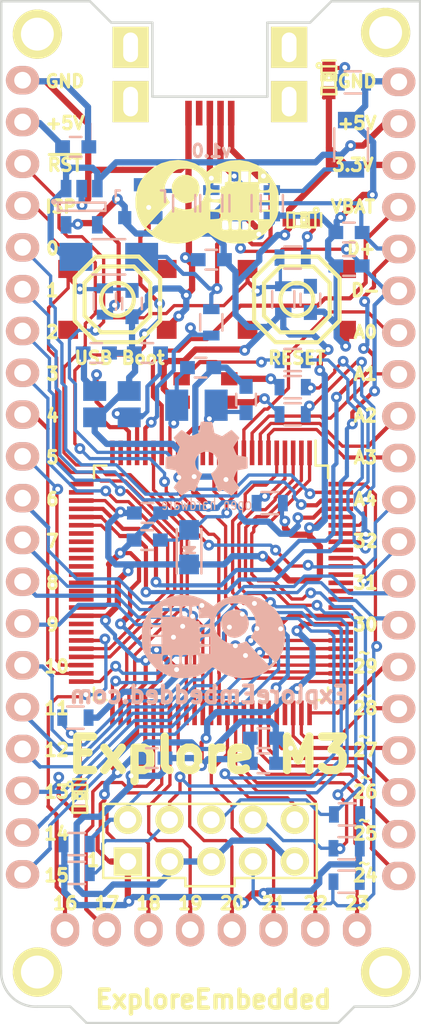
<source format=kicad_pcb>
(kicad_pcb (version 4) (host pcbnew 4.0.1-stable)
  (layers (0 F.Cu signal hide) (31 B.Cu signal hide) (34 B.Paste user) (35 F.Paste user) (36 B.SilkS user) (37 F.SilkS user) (38 B.Mask user) (39 F.Mask user) (44 Edge.Cuts user))
  (net 0 "")
  (net 1 /~RST)
  (net 2 GND)
  (net 3 /USB_BOOT)
  (net 4 "Net-(C3-Pad2)")
  (net 5 "Net-(C4-Pad1)")
  (net 6 +3V3)
  (net 7 /VDDA)
  (net 8 "Net-(C16-Pad1)")
  (net 9 "Net-(C18-Pad1)")
  (net 10 "Net-(D1-Pad2)")
  (net 11 /TMS/SWDIO)
  (net 12 /TCK/SWDCLK)
  (net 13 /TDO/SWD)
  (net 14 /RTCK)
  (net 15 /TDI)
  (net 16 +5V)
  (net 17 /VBAT)
  (net 18 /P0_3)
  (net 19 /P0_2)
  (net 20 /P0_1)
  (net 21 /P0_0)
  (net 22 /P0_11)
  (net 23 /P0_10)
  (net 24 /P0_16)
  (net 25 /P0_15)
  (net 26 /P0_17)
  (net 27 /P0_18)
  (net 28 /P0_9)
  (net 29 /P0_8)
  (net 30 /P0_7)
  (net 31 /P0_6)
  (net 32 /P0_5)
  (net 33 /P0_4)
  (net 34 /P1_29)
  (net 35 /USB_D+)
  (net 36 /USB_D-)
  (net 37 /P0_23)
  (net 38 /P0_24)
  (net 39 /P0_25)
  (net 40 /P0_26)
  (net 41 /P1_31)
  (net 42 /P2_13)
  (net 43 /P2_12)
  (net 44 /P2_0)
  (net 45 /P2_1)
  (net 46 /P2_2)
  (net 47 /P2_3)
  (net 48 /P2_4)
  (net 49 /P2_5)
  (net 50 /P2_6)
  (net 51 /LED_R)
  (net 52 /LED_G)
  (net 53 /LED_B)
  (net 54 "Net-(R20-Pad2)")
  (net 55 /ISP)
  (net 56 "Net-(R3-Pad2)")
  (net 57 "Net-(R4-Pad2)")
  (net 58 "Net-(R5-Pad2)")
  (net 59 /P2_7)
  (net 60 /P2_8)
  (net 61 /P0_19)
  (net 62 /P0_20)
  (net 63 /P0_21)
  (net 64 /P0_22)
  (net 65 "Net-(D2-Pad2)")
  (net 66 "Net-(D3-Pad2)")
  (net 67 "Net-(C9-Pad1)")
  (net 68 /P1_9)
  (net 69 "Net-(R7-Pad2)")
  (net 70 /VBUS)
  (net 71 "Net-(R14-Pad2)")
  (net 72 "Net-(R15-Pad1)")
  (net 73 /USB_CONNECT)
  (net 74 "Net-(U1-Pad14)")
  (net 75 "Net-(U1-Pad24)")
  (net 76 "Net-(U1-Pad25)")
  (net 77 "Net-(U1-Pad26)")
  (net 78 "Net-(U1-Pad27)")
  (net 79 "Net-(U1-Pad32)")
  (net 80 "Net-(U1-Pad33)")
  (net 81 "Net-(U1-Pad34)")
  (net 82 "Net-(U1-Pad35)")
  (net 83 "Net-(U1-Pad36)")
  (net 84 "Net-(U1-Pad37)")
  (net 85 "Net-(U1-Pad38)")
  (net 86 "Net-(U1-Pad39)")
  (net 87 "Net-(U1-Pad40)")
  (net 88 "Net-(U1-Pad43)")
  (net 89 "Net-(U1-Pad44)")
  (net 90 "Net-(U1-Pad82)")
  (net 91 "Net-(U1-Pad85)")
  (net 92 "Net-(U1-Pad86)")
  (net 93 "Net-(U1-Pad87)")
  (net 94 "Net-(U1-Pad88)")
  (net 95 "Net-(U1-Pad89)")
  (net 96 "Net-(U1-Pad90)")
  (net 97 "Net-(U1-Pad92)")
  (net 98 "Net-(U3-Pad4)")
  (net 99 "Net-(U4-Pad4)")
  (module Connect:1pin (layer F.Cu) (at 67 86.6)
    (fp_text reference U10 hide)
    (fp_text value MountingHole hide)
    (pad 1 thru_hole circle (at 0 0) (size 3 3) (drill 2) (layers *.Cu *.Mask F.SilkS))
  )
  (module Connect:1pin (layer F.Cu) (at 67 29.5)
    (fp_text reference U12 hide)
    (fp_text value MountingHole hide)
    (pad 1 thru_hole circle (at 0 0) (size 3 3) (drill 2) (layers *.Cu *.Mask F.SilkS))
  )
  (module Connect:1pin (layer F.Cu) (at 45.8 29.6)
    (fp_text reference U11 hide)
    (fp_text value MountingHole hide)
    (pad 1 thru_hole circle (at 0 0) (size 3 3) (drill 2) (layers *.Cu *.Mask F.SilkS))
  )
  (module Connect:1pin (layer F.Cu) (at 45.8 86.6)
    (fp_text reference U9 hide)
    (fp_text value MountingHole hide)
    (pad 1 thru_hole circle (at 0 0) (size 3 3) (drill 2) (layers *.Cu *.Mask F.SilkS))
  )
  (module Pin_Headers:Pin_Header_Straight_1x08 (layer B.Cu) (at 65.261328 84.029329 90)
    (fp_text reference P6 hide)
    (fp_text value GPIO'S hide)
    (pad 1 thru_hole oval (at 0 0 90) (size 2.032 1.7272) (drill 1.016) (layers *.Cu *.Mask B.SilkS) (net 50 /P2_6))
    (pad 2 thru_hole oval (at 0 -2.54 90) (size 2.032 1.7272) (drill 1.016) (layers *.Cu *.Mask B.SilkS) (net 59 /P2_7))
    (pad 3 thru_hole oval (at 0 -5.08 90) (size 2.032 1.7272) (drill 1.016) (layers *.Cu *.Mask B.SilkS) (net 60 /P2_8))
    (pad 4 thru_hole oval (at 0 -7.62 90) (size 2.032 1.7272) (drill 1.016) (layers *.Cu *.Mask B.SilkS) (net 61 /P0_19))
    (pad 5 thru_hole oval (at 0 -10.16 90) (size 2.032 1.7272) (drill 1.016) (layers *.Cu *.Mask B.SilkS) (net 62 /P0_20))
    (pad 6 thru_hole oval (at 0 -12.7 90) (size 2.032 1.7272) (drill 1.016) (layers *.Cu *.Mask B.SilkS) (net 63 /P0_21))
    (pad 7 thru_hole oval (at 0 -15.24 90) (size 2.032 1.7272) (drill 1.016) (layers *.Cu *.Mask B.SilkS) (net 64 /P0_22))
    (pad 8 thru_hole oval (at 0 -17.78 90) (size 2.032 1.7272) (drill 1.016) (layers *.Cu *.Mask B.SilkS) (net 34 /P1_29))
  )
  (module Pin_Headers:Pin_Header_Straight_1x20 (layer B.Cu) (at 67.8 32.5 180)
    (fp_text reference P7 hide)
    (fp_text value CONN_01X20 hide)
    (pad 1 thru_hole oval (at 0 0 180) (size 2.032 1.7272) (drill 1.016) (layers *.Cu *.Mask B.SilkS) (net 2 GND))
    (pad 2 thru_hole oval (at 0 -2.54 180) (size 2.032 1.7272) (drill 1.016) (layers *.Cu *.Mask B.SilkS) (net 16 +5V))
    (pad 3 thru_hole oval (at 0 -5.08 180) (size 2.032 1.7272) (drill 1.016) (layers *.Cu *.Mask B.SilkS) (net 6 +3V3))
    (pad 4 thru_hole oval (at 0 -7.62 180) (size 2.032 1.7272) (drill 1.016) (layers *.Cu *.Mask B.SilkS) (net 17 /VBAT))
    (pad 5 thru_hole oval (at 0 -10.16 180) (size 2.032 1.7272) (drill 1.016) (layers *.Cu *.Mask B.SilkS) (net 35 /USB_D+))
    (pad 6 thru_hole oval (at 0 -12.7 180) (size 2.032 1.7272) (drill 1.016) (layers *.Cu *.Mask B.SilkS) (net 36 /USB_D-))
    (pad 7 thru_hole oval (at 0 -15.24 180) (size 2.032 1.7272) (drill 1.016) (layers *.Cu *.Mask B.SilkS) (net 37 /P0_23))
    (pad 8 thru_hole oval (at 0 -17.78 180) (size 2.032 1.7272) (drill 1.016) (layers *.Cu *.Mask B.SilkS) (net 38 /P0_24))
    (pad 9 thru_hole oval (at 0 -20.32 180) (size 2.032 1.7272) (drill 1.016) (layers *.Cu *.Mask B.SilkS) (net 39 /P0_25))
    (pad 10 thru_hole oval (at 0 -22.86 180) (size 2.032 1.7272) (drill 1.016) (layers *.Cu *.Mask B.SilkS) (net 40 /P0_26))
    (pad 11 thru_hole oval (at 0 -25.4 180) (size 2.032 1.7272) (drill 1.016) (layers *.Cu *.Mask B.SilkS) (net 41 /P1_31))
    (pad 12 thru_hole oval (at 0 -27.94 180) (size 2.032 1.7272) (drill 1.016) (layers *.Cu *.Mask B.SilkS) (net 68 /P1_9))
    (pad 13 thru_hole oval (at 0 -30.48 180) (size 2.032 1.7272) (drill 1.016) (layers *.Cu *.Mask B.SilkS) (net 42 /P2_13))
    (pad 14 thru_hole oval (at 0 -33.02 180) (size 2.032 1.7272) (drill 1.016) (layers *.Cu *.Mask B.SilkS) (net 43 /P2_12))
    (pad 15 thru_hole oval (at 0 -35.56 180) (size 2.032 1.7272) (drill 1.016) (layers *.Cu *.Mask B.SilkS) (net 44 /P2_0))
    (pad 16 thru_hole oval (at 0 -38.1 180) (size 2.032 1.7272) (drill 1.016) (layers *.Cu *.Mask B.SilkS) (net 45 /P2_1))
    (pad 17 thru_hole oval (at 0 -40.64 180) (size 2.032 1.7272) (drill 1.016) (layers *.Cu *.Mask B.SilkS) (net 46 /P2_2))
    (pad 18 thru_hole oval (at 0 -43.18 180) (size 2.032 1.7272) (drill 1.016) (layers *.Cu *.Mask B.SilkS) (net 47 /P2_3))
    (pad 19 thru_hole oval (at 0 -45.72 180) (size 2.032 1.7272) (drill 1.016) (layers *.Cu *.Mask B.SilkS) (net 48 /P2_4))
    (pad 20 thru_hole oval (at 0 -48.26 180) (size 2.032 1.7272) (drill 1.016) (layers *.Cu *.Mask B.SilkS) (net 49 /P2_5))
  )
  (module Pin_Headers:Pin_Header_Straight_1x20 (layer B.Cu) (at 44.9 32.4 180)
    (fp_text reference P5 hide)
    (fp_text value CONN_01X20 hide)
    (pad 1 thru_hole oval (at 0 0 180) (size 2.032 1.7272) (drill 1.016) (layers *.Cu *.Mask B.SilkS) (net 2 GND))
    (pad 2 thru_hole oval (at 0 -2.54 180) (size 2.032 1.7272) (drill 1.016) (layers *.Cu *.Mask B.SilkS) (net 16 +5V))
    (pad 3 thru_hole oval (at 0 -5.08 180) (size 2.032 1.7272) (drill 1.016) (layers *.Cu *.Mask B.SilkS) (net 1 /~RST))
    (pad 4 thru_hole oval (at 0 -7.62 180) (size 2.032 1.7272) (drill 1.016) (layers *.Cu *.Mask B.SilkS) (net 55 /ISP))
    (pad 5 thru_hole oval (at 0 -10.16 180) (size 2.032 1.7272) (drill 1.016) (layers *.Cu *.Mask B.SilkS) (net 18 /P0_3))
    (pad 6 thru_hole oval (at 0 -12.7 180) (size 2.032 1.7272) (drill 1.016) (layers *.Cu *.Mask B.SilkS) (net 19 /P0_2))
    (pad 7 thru_hole oval (at 0 -15.24 180) (size 2.032 1.7272) (drill 1.016) (layers *.Cu *.Mask B.SilkS) (net 20 /P0_1))
    (pad 8 thru_hole oval (at 0 -17.78 180) (size 2.032 1.7272) (drill 1.016) (layers *.Cu *.Mask B.SilkS) (net 21 /P0_0))
    (pad 9 thru_hole oval (at 0 -20.32 180) (size 2.032 1.7272) (drill 1.016) (layers *.Cu *.Mask B.SilkS) (net 22 /P0_11))
    (pad 10 thru_hole oval (at 0 -22.86 180) (size 2.032 1.7272) (drill 1.016) (layers *.Cu *.Mask B.SilkS) (net 23 /P0_10))
    (pad 11 thru_hole oval (at 0 -25.4 180) (size 2.032 1.7272) (drill 1.016) (layers *.Cu *.Mask B.SilkS) (net 24 /P0_16))
    (pad 12 thru_hole oval (at 0 -27.94 180) (size 2.032 1.7272) (drill 1.016) (layers *.Cu *.Mask B.SilkS) (net 25 /P0_15))
    (pad 13 thru_hole oval (at 0 -30.48 180) (size 2.032 1.7272) (drill 1.016) (layers *.Cu *.Mask B.SilkS) (net 26 /P0_17))
    (pad 14 thru_hole oval (at 0 -33.02 180) (size 2.032 1.7272) (drill 1.016) (layers *.Cu *.Mask B.SilkS) (net 27 /P0_18))
    (pad 15 thru_hole oval (at 0 -35.56 180) (size 2.032 1.7272) (drill 1.016) (layers *.Cu *.Mask B.SilkS) (net 28 /P0_9))
    (pad 16 thru_hole oval (at 0 -38.1 180) (size 2.032 1.7272) (drill 1.016) (layers *.Cu *.Mask B.SilkS) (net 29 /P0_8))
    (pad 17 thru_hole oval (at 0 -40.64 180) (size 2.032 1.7272) (drill 1.016) (layers *.Cu *.Mask B.SilkS) (net 30 /P0_7))
    (pad 18 thru_hole oval (at 0 -43.18 180) (size 2.032 1.7272) (drill 1.016) (layers *.Cu *.Mask B.SilkS) (net 31 /P0_6))
    (pad 19 thru_hole oval (at 0 -45.72 180) (size 2.032 1.7272) (drill 1.016) (layers *.Cu *.Mask B.SilkS) (net 32 /P0_5))
    (pad 20 thru_hole oval (at 0 -48.26 180) (size 2.032 1.7272) (drill 1.016) (layers *.Cu *.Mask B.SilkS) (net 33 /P0_4))
  )
  (module Pin_Headers:Pin_Header_Straight_2x05 (layer F.Cu) (at 51.308 79.883 90)
    (fp_text reference P1 hide)
    (fp_text value CONN_02X05 hide)
    (pad 1 thru_hole rect (at 0 0 90) (size 1.7272 1.7272) (drill 1.016) (layers *.Cu *.Mask F.SilkS) (net 6 +3V3))
    (pad 2 thru_hole oval (at 2.54 0 90) (size 1.7272 1.7272) (drill 1.016) (layers *.Cu *.Mask F.SilkS) (net 11 /TMS/SWDIO))
    (pad 3 thru_hole oval (at 0 2.54 90) (size 1.7272 1.7272) (drill 1.016) (layers *.Cu *.Mask F.SilkS) (net 2 GND))
    (pad 4 thru_hole oval (at 2.54 2.54 90) (size 1.7272 1.7272) (drill 1.016) (layers *.Cu *.Mask F.SilkS) (net 12 /TCK/SWDCLK))
    (pad 5 thru_hole oval (at 0 5.08 90) (size 1.7272 1.7272) (drill 1.016) (layers *.Cu *.Mask F.SilkS) (net 2 GND))
    (pad 6 thru_hole oval (at 2.54 5.08 90) (size 1.7272 1.7272) (drill 1.016) (layers *.Cu *.Mask F.SilkS) (net 13 /TDO/SWD))
    (pad 7 thru_hole oval (at 0 7.62 90) (size 1.7272 1.7272) (drill 1.016) (layers *.Cu *.Mask F.SilkS) (net 14 /RTCK))
    (pad 8 thru_hole oval (at 2.54 7.62 90) (size 1.7272 1.7272) (drill 1.016) (layers *.Cu *.Mask F.SilkS) (net 15 /TDI))
    (pad 9 thru_hole oval (at 0 10.16 90) (size 1.7272 1.7272) (drill 1.016) (layers *.Cu *.Mask F.SilkS) (net 2 GND))
    (pad 10 thru_hole oval (at 2.54 10.16 90) (size 1.7272 1.7272) (drill 1.016) (layers *.Cu *.Mask F.SilkS) (net 1 /~RST))
  )
  (module EE:USB_Micro-B_SMD_NEW (layer F.Cu) (at 56.3 34.3 270)
    (fp_text reference U3 hide)
    (fp_text value USB hide)
    (pad 1 smd rect (at 0.1 -1.3 270) (size 1.5 0.4) (layers F.Cu F.Paste F.Mask) (net 67 "Net-(C9-Pad1)"))
    (pad 2 smd rect (at 0.1 -0.65 270) (size 1.5 0.4) (layers F.Cu F.Paste F.Mask) (net 69 "Net-(R7-Pad2)"))
    (pad 3 smd rect (at 0.1 0 270) (size 1.5 0.4) (layers F.Cu F.Paste F.Mask) (net 71 "Net-(R14-Pad2)"))
    (pad 4 smd rect (at 0.1 0.65 270) (size 1.5 0.4) (layers F.Cu F.Paste F.Mask) (net 98 "Net-(U3-Pad4)"))
    (pad 5 smd rect (at 0.1 1.3 270) (size 1.5 0.4) (layers F.Cu F.Paste F.Mask) (net 2 GND))
    (pad "" thru_hole rect (at -0.6 -4.825 270) (size 2.5 2.2) (drill oval 1.8 0.9) (layers *.Cu *.Mask F.SilkS))
    (pad "" thru_hole rect (at -3.9 -4.825 270) (size 2.5 2.2) (drill oval 1.8 0.9) (layers *.Cu *.Mask F.SilkS))
    (pad "" thru_hole rect (at -0.6 4.825 270) (size 2.5 2.2) (drill oval 1.8 0.9) (layers *.Cu *.Mask F.SilkS))
    (pad "" thru_hole rect (at -3.9 4.825 270) (size 2.5 2.2) (drill oval 1.8 0.9) (layers *.Cu *.Mask F.SilkS))
  )
  (module EE:LED-0603_NEW (layer F.Cu) (at 61.8744 40.894)
    (fp_text reference D1 hide)
    (fp_text value LED hide)
    (pad 1 smd rect (at -0.7493 0) (size 0.79756 0.79756) (layers F.Cu F.Paste F.Mask) (net 6 +3V3))
    (pad 2 smd rect (at 0.7493 0) (size 0.79756 0.79756) (layers F.Cu F.Paste F.Mask) (net 10 "Net-(D1-Pad2)"))
  )
  (module Resistors_SMD:R_1206_HandSoldering (layer B.Cu) (at 50.148328 43.135328)
    (fp_text reference F1 hide)
    (fp_text value FUSE hide)
    (pad 1 smd rect (at -2 0) (size 2 1.7) (layers B.Cu B.Paste B.Mask) (net 16 +5V))
    (pad 2 smd rect (at 2 0) (size 2 1.7) (layers B.Cu B.Paste B.Mask) (net 67 "Net-(C9-Pad1)"))
  )
  (module Housings_QFP:LQFP-100_14x14mm_Pitch0.5mm (layer F.Cu) (at 56.371328 62.947328 270)
    (fp_text reference U1 hide)
    (fp_text value LPC1769FBD100 hide)
    (pad 1 smd rect (at -7.9 -6 270) (size 1.5 0.28) (layers F.Cu F.Paste F.Mask) (net 13 /TDO/SWD))
    (pad 2 smd rect (at -7.9 -5.5 270) (size 1.5 0.28) (layers F.Cu F.Paste F.Mask) (net 15 /TDI))
    (pad 3 smd rect (at -7.9 -5 270) (size 1.5 0.28) (layers F.Cu F.Paste F.Mask) (net 11 /TMS/SWDIO))
    (pad 4 smd rect (at -7.9 -4.5 270) (size 1.5 0.28) (layers F.Cu F.Paste F.Mask) (net 54 "Net-(R20-Pad2)"))
    (pad 5 smd rect (at -7.9 -4 270) (size 1.5 0.28) (layers F.Cu F.Paste F.Mask) (net 12 /TCK/SWDCLK))
    (pad 6 smd rect (at -7.9 -3.5 270) (size 1.5 0.28) (layers F.Cu F.Paste F.Mask) (net 40 /P0_26))
    (pad 7 smd rect (at -7.9 -3 270) (size 1.5 0.28) (layers F.Cu F.Paste F.Mask) (net 39 /P0_25))
    (pad 8 smd rect (at -7.9 -2.5 270) (size 1.5 0.28) (layers F.Cu F.Paste F.Mask) (net 38 /P0_24))
    (pad 9 smd rect (at -7.9 -2 270) (size 1.5 0.28) (layers F.Cu F.Paste F.Mask) (net 37 /P0_23))
    (pad 10 smd rect (at -7.9 -1.5 270) (size 1.5 0.28) (layers F.Cu F.Paste F.Mask) (net 7 /VDDA))
    (pad 11 smd rect (at -7.9 -1 270) (size 1.5 0.28) (layers F.Cu F.Paste F.Mask) (net 2 GND))
    (pad 12 smd rect (at -7.9 -0.5 270) (size 1.5 0.28) (layers F.Cu F.Paste F.Mask) (net 7 /VDDA))
    (pad 13 smd rect (at -7.9 0 270) (size 1.5 0.28) (layers F.Cu F.Paste F.Mask))
    (pad 14 smd rect (at -7.9 0.5 270) (size 1.5 0.28) (layers F.Cu F.Paste F.Mask) (net 74 "Net-(U1-Pad14)"))
    (pad 15 smd rect (at -7.9 1 270) (size 1.5 0.28) (layers F.Cu F.Paste F.Mask) (net 2 GND))
    (pad 16 smd rect (at -7.9 1.5 270) (size 1.5 0.28) (layers F.Cu F.Paste F.Mask) (net 8 "Net-(C16-Pad1)"))
    (pad 17 smd rect (at -7.9 2 270) (size 1.5 0.28) (layers F.Cu F.Paste F.Mask) (net 1 /~RST))
    (pad 18 smd rect (at -7.9 2.5 270) (size 1.5 0.28) (layers F.Cu F.Paste F.Mask) (net 9 "Net-(C18-Pad1)"))
    (pad 19 smd rect (at -7.9 3 270) (size 1.5 0.28) (layers F.Cu F.Paste F.Mask) (net 17 /VBAT))
    (pad 20 smd rect (at -7.9 3.5 270) (size 1.5 0.28) (layers F.Cu F.Paste F.Mask) (net 41 /P1_31))
    (pad 21 smd rect (at -7.9 4 270) (size 1.5 0.28) (layers F.Cu F.Paste F.Mask) (net 70 /VBUS))
    (pad 22 smd rect (at -7.9 4.5 270) (size 1.5 0.28) (layers F.Cu F.Paste F.Mask) (net 4 "Net-(C3-Pad2)"))
    (pad 23 smd rect (at -7.9 5 270) (size 1.5 0.28) (layers F.Cu F.Paste F.Mask) (net 5 "Net-(C4-Pad1)"))
    (pad 24 smd rect (at -7.9 5.5 270) (size 1.5 0.28) (layers F.Cu F.Paste F.Mask) (net 75 "Net-(U1-Pad24)"))
    (pad 25 smd rect (at -7.9 6 270) (size 1.5 0.28) (layers F.Cu F.Paste F.Mask) (net 76 "Net-(U1-Pad25)"))
    (pad 26 smd rect (at -6 7.9) (size 1.5 0.28) (layers F.Cu F.Paste F.Mask) (net 77 "Net-(U1-Pad26)"))
    (pad 27 smd rect (at -5.5 7.9) (size 1.5 0.28) (layers F.Cu F.Paste F.Mask) (net 78 "Net-(U1-Pad27)"))
    (pad 28 smd rect (at -5 7.9) (size 1.5 0.28) (layers F.Cu F.Paste F.Mask) (net 6 +3V3))
    (pad 29 smd rect (at -4.5 7.9) (size 1.5 0.28) (layers F.Cu F.Paste F.Mask) (net 35 /USB_D+))
    (pad 30 smd rect (at -4 7.9) (size 1.5 0.28) (layers F.Cu F.Paste F.Mask) (net 36 /USB_D-))
    (pad 31 smd rect (at -3.5 7.9) (size 1.5 0.28) (layers F.Cu F.Paste F.Mask) (net 2 GND))
    (pad 32 smd rect (at -3 7.9) (size 1.5 0.28) (layers F.Cu F.Paste F.Mask) (net 79 "Net-(U1-Pad32)"))
    (pad 33 smd rect (at -2.5 7.9) (size 1.5 0.28) (layers F.Cu F.Paste F.Mask) (net 80 "Net-(U1-Pad33)"))
    (pad 34 smd rect (at -2 7.9) (size 1.5 0.28) (layers F.Cu F.Paste F.Mask) (net 81 "Net-(U1-Pad34)"))
    (pad 35 smd rect (at -1.5 7.9) (size 1.5 0.28) (layers F.Cu F.Paste F.Mask) (net 82 "Net-(U1-Pad35)"))
    (pad 36 smd rect (at -1 7.9) (size 1.5 0.28) (layers F.Cu F.Paste F.Mask) (net 83 "Net-(U1-Pad36)"))
    (pad 37 smd rect (at -0.5 7.9) (size 1.5 0.28) (layers F.Cu F.Paste F.Mask) (net 84 "Net-(U1-Pad37)"))
    (pad 38 smd rect (at 0 7.9) (size 1.5 0.28) (layers F.Cu F.Paste F.Mask) (net 85 "Net-(U1-Pad38)"))
    (pad 39 smd rect (at 0.5 7.9) (size 1.5 0.28) (layers F.Cu F.Paste F.Mask) (net 86 "Net-(U1-Pad39)"))
    (pad 40 smd rect (at 1 7.9) (size 1.5 0.28) (layers F.Cu F.Paste F.Mask) (net 87 "Net-(U1-Pad40)"))
    (pad 41 smd rect (at 1.5 7.9) (size 1.5 0.28) (layers F.Cu F.Paste F.Mask) (net 2 GND))
    (pad 42 smd rect (at 2 7.9) (size 1.5 0.28) (layers F.Cu F.Paste F.Mask) (net 6 +3V3))
    (pad 43 smd rect (at 2.5 7.9) (size 1.5 0.28) (layers F.Cu F.Paste F.Mask) (net 88 "Net-(U1-Pad43)"))
    (pad 44 smd rect (at 3 7.9) (size 1.5 0.28) (layers F.Cu F.Paste F.Mask) (net 89 "Net-(U1-Pad44)"))
    (pad 45 smd rect (at 3.5 7.9) (size 1.5 0.28) (layers F.Cu F.Paste F.Mask) (net 34 /P1_29))
    (pad 46 smd rect (at 4 7.9) (size 1.5 0.28) (layers F.Cu F.Paste F.Mask) (net 21 /P0_0))
    (pad 47 smd rect (at 4.5 7.9) (size 1.5 0.28) (layers F.Cu F.Paste F.Mask) (net 20 /P0_1))
    (pad 48 smd rect (at 5 7.9) (size 1.5 0.28) (layers F.Cu F.Paste F.Mask) (net 23 /P0_10))
    (pad 49 smd rect (at 5.5 7.9) (size 1.5 0.28) (layers F.Cu F.Paste F.Mask) (net 22 /P0_11))
    (pad 50 smd rect (at 6 7.9) (size 1.5 0.28) (layers F.Cu F.Paste F.Mask) (net 42 /P2_13))
    (pad 51 smd rect (at 7.9 6 270) (size 1.5 0.28) (layers F.Cu F.Paste F.Mask) (net 43 /P2_12))
    (pad 52 smd rect (at 7.9 5.5 270) (size 1.5 0.28) (layers F.Cu F.Paste F.Mask) (net 3 /USB_BOOT))
    (pad 53 smd rect (at 7.9 5 270) (size 1.5 0.28) (layers F.Cu F.Paste F.Mask) (net 55 /ISP))
    (pad 54 smd rect (at 7.9 4.5 270) (size 1.5 0.28) (layers F.Cu F.Paste F.Mask) (net 6 +3V3))
    (pad 55 smd rect (at 7.9 4 270) (size 1.5 0.28) (layers F.Cu F.Paste F.Mask) (net 2 GND))
    (pad 56 smd rect (at 7.9 3.5 270) (size 1.5 0.28) (layers F.Cu F.Paste F.Mask) (net 64 /P0_22))
    (pad 57 smd rect (at 7.9 3 270) (size 1.5 0.28) (layers F.Cu F.Paste F.Mask) (net 63 /P0_21))
    (pad 58 smd rect (at 7.9 2.5 270) (size 1.5 0.28) (layers F.Cu F.Paste F.Mask) (net 62 /P0_20))
    (pad 59 smd rect (at 7.9 2 270) (size 1.5 0.28) (layers F.Cu F.Paste F.Mask) (net 61 /P0_19))
    (pad 60 smd rect (at 7.9 1.5 270) (size 1.5 0.28) (layers F.Cu F.Paste F.Mask) (net 27 /P0_18))
    (pad 61 smd rect (at 7.9 1 270) (size 1.5 0.28) (layers F.Cu F.Paste F.Mask) (net 26 /P0_17))
    (pad 62 smd rect (at 7.9 0.5 270) (size 1.5 0.28) (layers F.Cu F.Paste F.Mask) (net 25 /P0_15))
    (pad 63 smd rect (at 7.9 0 270) (size 1.5 0.28) (layers F.Cu F.Paste F.Mask) (net 24 /P0_16))
    (pad 64 smd rect (at 7.9 -0.5 270) (size 1.5 0.28) (layers F.Cu F.Paste F.Mask) (net 73 /USB_CONNECT))
    (pad 65 smd rect (at 7.9 -1 270) (size 1.5 0.28) (layers F.Cu F.Paste F.Mask) (net 60 /P2_8))
    (pad 66 smd rect (at 7.9 -1.5 270) (size 1.5 0.28) (layers F.Cu F.Paste F.Mask) (net 59 /P2_7))
    (pad 67 smd rect (at 7.9 -2 270) (size 1.5 0.28) (layers F.Cu F.Paste F.Mask) (net 50 /P2_6))
    (pad 68 smd rect (at 7.9 -2.5 270) (size 1.5 0.28) (layers F.Cu F.Paste F.Mask) (net 49 /P2_5))
    (pad 69 smd rect (at 7.9 -3 270) (size 1.5 0.28) (layers F.Cu F.Paste F.Mask) (net 48 /P2_4))
    (pad 70 smd rect (at 7.9 -3.5 270) (size 1.5 0.28) (layers F.Cu F.Paste F.Mask) (net 47 /P2_3))
    (pad 71 smd rect (at 7.9 -4 270) (size 1.5 0.28) (layers F.Cu F.Paste F.Mask) (net 6 +3V3))
    (pad 72 smd rect (at 7.9 -4.5 270) (size 1.5 0.28) (layers F.Cu F.Paste F.Mask) (net 2 GND))
    (pad 73 smd rect (at 7.9 -5 270) (size 1.5 0.28) (layers F.Cu F.Paste F.Mask) (net 46 /P2_2))
    (pad 74 smd rect (at 7.9 -5.5 270) (size 1.5 0.28) (layers F.Cu F.Paste F.Mask) (net 45 /P2_1))
    (pad 75 smd rect (at 7.9 -6 270) (size 1.5 0.28) (layers F.Cu F.Paste F.Mask) (net 44 /P2_0))
    (pad 76 smd rect (at 6 -7.9) (size 1.5 0.28) (layers F.Cu F.Paste F.Mask) (net 28 /P0_9))
    (pad 77 smd rect (at 5.5 -7.9) (size 1.5 0.28) (layers F.Cu F.Paste F.Mask) (net 29 /P0_8))
    (pad 78 smd rect (at 5 -7.9) (size 1.5 0.28) (layers F.Cu F.Paste F.Mask) (net 30 /P0_7))
    (pad 79 smd rect (at 4.5 -7.9) (size 1.5 0.28) (layers F.Cu F.Paste F.Mask) (net 31 /P0_6))
    (pad 80 smd rect (at 4 -7.9) (size 1.5 0.28) (layers F.Cu F.Paste F.Mask) (net 32 /P0_5))
    (pad 81 smd rect (at 3.5 -7.9) (size 1.5 0.28) (layers F.Cu F.Paste F.Mask) (net 33 /P0_4))
    (pad 82 smd rect (at 3 -7.9) (size 1.5 0.28) (layers F.Cu F.Paste F.Mask) (net 90 "Net-(U1-Pad82)"))
    (pad 83 smd rect (at 2.5 -7.9) (size 1.5 0.28) (layers F.Cu F.Paste F.Mask) (net 2 GND))
    (pad 84 smd rect (at 2 -7.9) (size 1.5 0.28) (layers F.Cu F.Paste F.Mask) (net 6 +3V3))
    (pad 85 smd rect (at 1.5 -7.9) (size 1.5 0.28) (layers F.Cu F.Paste F.Mask) (net 91 "Net-(U1-Pad85)"))
    (pad 86 smd rect (at 1 -7.9) (size 1.5 0.28) (layers F.Cu F.Paste F.Mask) (net 92 "Net-(U1-Pad86)"))
    (pad 87 smd rect (at 0.5 -7.9) (size 1.5 0.28) (layers F.Cu F.Paste F.Mask) (net 93 "Net-(U1-Pad87)"))
    (pad 88 smd rect (at 0 -7.9) (size 1.5 0.28) (layers F.Cu F.Paste F.Mask) (net 94 "Net-(U1-Pad88)"))
    (pad 89 smd rect (at -0.5 -7.9) (size 1.5 0.28) (layers F.Cu F.Paste F.Mask) (net 95 "Net-(U1-Pad89)"))
    (pad 90 smd rect (at -1 -7.9) (size 1.5 0.28) (layers F.Cu F.Paste F.Mask) (net 96 "Net-(U1-Pad90)"))
    (pad 91 smd rect (at -1.5 -7.9) (size 1.5 0.28) (layers F.Cu F.Paste F.Mask) (net 68 /P1_9))
    (pad 92 smd rect (at -2 -7.9) (size 1.5 0.28) (layers F.Cu F.Paste F.Mask) (net 97 "Net-(U1-Pad92)"))
    (pad 93 smd rect (at -2.5 -7.9) (size 1.5 0.28) (layers F.Cu F.Paste F.Mask) (net 53 /LED_B))
    (pad 94 smd rect (at -3 -7.9) (size 1.5 0.28) (layers F.Cu F.Paste F.Mask) (net 52 /LED_G))
    (pad 95 smd rect (at -3.5 -7.9) (size 1.5 0.28) (layers F.Cu F.Paste F.Mask) (net 51 /LED_R))
    (pad 96 smd rect (at -4 -7.9) (size 1.5 0.28) (layers F.Cu F.Paste F.Mask) (net 6 +3V3))
    (pad 97 smd rect (at -4.5 -7.9) (size 1.5 0.28) (layers F.Cu F.Paste F.Mask) (net 2 GND))
    (pad 98 smd rect (at -5 -7.9) (size 1.5 0.28) (layers F.Cu F.Paste F.Mask) (net 19 /P0_2))
    (pad 99 smd rect (at -5.5 -7.9) (size 1.5 0.28) (layers F.Cu F.Paste F.Mask) (net 18 /P0_3))
    (pad 100 smd rect (at -6 -7.9) (size 1.5 0.28) (layers F.Cu F.Paste F.Mask) (net 14 /RTCK))
  )
  (module TO_SOT_Packages_SMD:SOT-23-5 (layer B.Cu) (at 48.497328 40.087328 270)
    (fp_text reference U4 hide)
    (fp_text value AP2112K hide)
    (pad 1 smd rect (at -1.1 0.95 270) (size 1.06 0.65) (layers B.Cu B.Paste B.Mask) (net 16 +5V))
    (pad 2 smd rect (at -1.1 0 270) (size 1.06 0.65) (layers B.Cu B.Paste B.Mask) (net 2 GND))
    (pad 3 smd rect (at -1.1 -0.95 270) (size 1.06 0.65) (layers B.Cu B.Paste B.Mask) (net 16 +5V))
    (pad 4 smd rect (at 1.1 -0.95 270) (size 1.06 0.65) (layers B.Cu B.Paste B.Mask) (net 99 "Net-(U4-Pad4)"))
    (pad 5 smd rect (at 1.1 0.95 270) (size 1.06 0.65) (layers B.Cu B.Paste B.Mask) (net 6 +3V3))
  )
  (module EE:SMD_RTC_Crstl (layer B.Cu) (at 55.482329 52.152328 180)
    (fp_text reference Y1 hide)
    (fp_text value "RTC Crystal" hide)
    (pad 1 smd rect (at -1.2 0 180) (size 1.4 1.9) (layers B.Cu B.Paste B.Mask) (net 8 "Net-(C16-Pad1)"))
    (pad 2 smd rect (at 1.2 0 180) (size 1.4 1.9) (layers B.Cu B.Paste B.Mask) (net 9 "Net-(C18-Pad1)"))
  )
  (module LEDs:LED_0805 (layer B.Cu) (at 55.035289 60.778168 90)
    (fp_text reference L1 hide)
    (fp_text value 600E hide)
    (pad 2 smd rect (at 1.04902 0 270) (size 1.19888 1.19888) (layers B.Cu B.Paste B.Mask) (net 7 /VDDA))
    (pad 1 smd rect (at -1.04902 0 270) (size 1.19888 1.19888) (layers B.Cu B.Paste B.Mask) (net 6 +3V3))
  )
  (module EE:LED-0603_NEW (layer F.Cu) (at 63.546828 32.403828 90)
    (fp_text reference D2 hide)
    (fp_text value LED hide)
    (pad 1 smd rect (at -0.7493 0 90) (size 0.79756 0.79756) (layers F.Cu F.Paste F.Mask) (net 6 +3V3))
    (pad 2 smd rect (at 0.7493 0 90) (size 0.79756 0.79756) (layers F.Cu F.Paste F.Mask) (net 65 "Net-(D2-Pad2)"))
  )
  (module EE:LED-0603_NEW (layer F.Cu) (at 48.387 76.073 90)
    (fp_text reference D3 hide)
    (fp_text value LED hide)
    (pad 1 smd rect (at -0.7493 0 90) (size 0.79756 0.79756) (layers F.Cu F.Paste F.Mask) (net 31 /P0_6))
    (pad 2 smd rect (at 0.7493 0 90) (size 0.79756 0.79756) (layers F.Cu F.Paste F.Mask) (net 66 "Net-(D3-Pad2)"))
  )
  (module EE:12Mhz_SMD_4pin (layer B.Cu) (at 50.338828 52.088829 180)
    (fp_text reference U6 hide)
    (fp_text value 12Mhz_SMD hide)
    (pad 4 smd rect (at -1.05 0.8 180) (size 1.4 1.2) (layers B.Cu B.Paste B.Mask) (net 2 GND))
    (pad 3 smd rect (at 1.05 0.8 180) (size 1.4 1.2) (layers B.Cu B.Paste B.Mask) (net 5 "Net-(C4-Pad1)"))
    (pad 1 smd rect (at -1.05 -0.8 180) (size 1.4 1.2) (layers B.Cu B.Paste B.Mask) (net 4 "Net-(C3-Pad2)"))
    (pad 2 smd rect (at 1.05 -0.8 180) (size 1.4 1.2) (layers B.Cu B.Paste B.Mask) (net 2 GND))
  )
  (module Capacitors_SMD:C_1206 (layer B.Cu) (at 64.897 36.322 90)
    (fp_text reference C9 hide)
    (fp_text value "100uF, 1206" hide)
    (pad 1 smd rect (at -1.5 0 90) (size 1 1.6) (layers B.Cu B.Paste B.Mask) (net 67 "Net-(C9-Pad1)"))
    (pad 2 smd rect (at 1.5 0 90) (size 1 1.6) (layers B.Cu B.Paste B.Mask) (net 2 GND))
  )
  (module TO_SOT_Packages_SMD:SOT-23 (layer B.Cu) (at 52.07 39.751 180)
    (fp_text reference U2 hide)
    (fp_text value BSS84_SOT-23 hide)
    (pad 1 smd rect (at -0.95 -1.00076 180) (size 0.8001 0.8001) (layers B.Cu B.Paste B.Mask) (net 73 /USB_CONNECT))
    (pad 2 smd rect (at 0.95 -1.00076 180) (size 0.8001 0.8001) (layers B.Cu B.Paste B.Mask) (net 6 +3V3))
    (pad 3 smd rect (at 0 0.99822 180) (size 0.8001 0.8001) (layers B.Cu B.Paste B.Mask) (net 72 "Net-(R15-Pad1)"))
  )
  (module EE:smd_push2 (layer F.Cu) (at 61.595 45.72)
    (fp_text reference SW1 hide)
    (fp_text value SW_PUSH hide)
    (pad 1 smd rect (at -2.99974 -1.84912) (size 1.2 1.1) (layers F.Cu F.Paste F.Mask) (net 1 /~RST))
    (pad 2 smd rect (at 2.99974 1.84912) (size 1.2 1.1) (layers F.Cu F.Paste F.Mask) (net 2 GND))
    (pad 3 smd rect (at -2.99974 1.84912) (size 1.2 1.1) (layers F.Cu F.Paste F.Mask))
    (pad 4 smd rect (at 2.99974 -1.84912) (size 1.2 1.1) (layers F.Cu F.Paste F.Mask))
  )
  (module EE:smd_push2 (layer F.Cu) (at 50.673 45.72)
    (fp_text reference SW2 hide)
    (fp_text value SW_PUSH hide)
    (pad 1 smd rect (at -2.99974 -1.84912) (size 1.2 1.1) (layers F.Cu F.Paste F.Mask) (net 3 /USB_BOOT))
    (pad 2 smd rect (at 2.99974 1.84912) (size 1.2 1.1) (layers F.Cu F.Paste F.Mask) (net 2 GND))
    (pad 3 smd rect (at -2.99974 1.84912) (size 1.2 1.1) (layers F.Cu F.Paste F.Mask))
    (pad 4 smd rect (at 2.99974 -1.84912) (size 1.2 1.1) (layers F.Cu F.Paste F.Mask))
  )
  (module EE:RGB_SMD_4pin_New (layer F.Cu) (at 56.0324 51.2572)
    (fp_text reference U7 hide)
    (fp_text value RGB_4pin hide)
    (pad 1 smd rect (at -1.45 0.7125) (size 1 0.8) (layers F.Cu F.Paste F.Mask) (net 6 +3V3))
    (pad 2 smd rect (at 1.45 0.7125) (size 1 0.8) (layers F.Cu F.Paste F.Mask) (net 56 "Net-(R3-Pad2)"))
    (pad 3 smd rect (at -1.45 -0.7125) (size 1 0.8) (layers F.Cu F.Paste F.Mask) (net 58 "Net-(R5-Pad2)"))
    (pad 4 smd rect (at 1.45 -0.7125) (size 1 0.8) (layers F.Cu F.Paste F.Mask) (net 57 "Net-(R4-Pad2)"))
  )
  (module Logo_New:Logo_8 (layer F.Cu) (at 56.007 39.751)
    (fp_text reference U5 hide)
    (fp_text value EE_Logo hide)
  )
  (module Logo_New:Logo_8 (layer B.Cu) (at 56.642 66.167 180)
    (fp_text reference U8 hide)
    (fp_text value EE_Logo hide)
  )
  (module EE:C_0603New (layer B.Cu) (at 52.505449 58.700448)
    (fp_text reference C5 hide)
    (fp_text value 0.1uF hide)
    (pad 1 smd rect (at -0.8 0) (size 0.9 0.8) (layers B.Cu B.Paste B.Mask) (net 6 +3V3))
    (pad 2 smd rect (at 0.8 0) (size 0.9 0.8) (layers B.Cu B.Paste B.Mask) (net 2 GND))
  )
  (module EE:R_0603_New (layer B.Cu) (at 61.341 51.054 180)
    (fp_text reference R4 hide)
    (fp_text value 100E hide)
    (pad 1 smd rect (at -0.8 0 180) (size 0.6 1) (layers B.Cu B.Paste B.Mask) (net 52 /LED_G))
    (pad 2 smd rect (at 0.8 0 180) (size 0.6 1) (layers B.Cu B.Paste B.Mask) (net 57 "Net-(R4-Pad2)"))
  )
  (module EE:C_0603New (layer B.Cu) (at 62.4205 45.72 270)
    (fp_text reference C1 hide)
    (fp_text value 0.1uF hide)
    (pad 1 smd rect (at -0.8 0 270) (size 0.9 0.8) (layers B.Cu B.Paste B.Mask) (net 1 /~RST))
    (pad 2 smd rect (at 0.8 0 270) (size 0.9 0.8) (layers B.Cu B.Paste B.Mask) (net 2 GND))
  )
  (module EE:C_0603New (layer B.Cu) (at 51.562 45.974 270)
    (fp_text reference C2 hide)
    (fp_text value 0.1uF hide)
    (pad 1 smd rect (at -0.8 0 270) (size 0.9 0.8) (layers B.Cu B.Paste B.Mask) (net 3 /USB_BOOT))
    (pad 2 smd rect (at 0.8 0 270) (size 0.9 0.8) (layers B.Cu B.Paste B.Mask) (net 2 GND))
  )
  (module EE:C_0603New (layer B.Cu) (at 52.497828 48.977328)
    (fp_text reference C3 hide)
    (fp_text value 22pf hide)
    (pad 1 smd rect (at -0.8 0) (size 0.9 0.8) (layers B.Cu B.Paste B.Mask) (net 2 GND))
    (pad 2 smd rect (at 0.8 0) (size 0.9 0.8) (layers B.Cu B.Paste B.Mask) (net 4 "Net-(C3-Pad2)"))
  )
  (module EE:C_0603New (layer B.Cu) (at 49.386328 48.977328)
    (fp_text reference C4 hide)
    (fp_text value 22pf hide)
    (pad 1 smd rect (at -0.8 0) (size 0.9 0.8) (layers B.Cu B.Paste B.Mask) (net 5 "Net-(C4-Pad1)"))
    (pad 2 smd rect (at 0.8 0) (size 0.9 0.8) (layers B.Cu B.Paste B.Mask) (net 2 GND))
  )
  (module EE:C_0603New (layer B.Cu) (at 59.563 72.39 180)
    (fp_text reference C6 hide)
    (fp_text value 0.1uF hide)
    (pad 1 smd rect (at -0.8 0 180) (size 0.9 0.8) (layers B.Cu B.Paste B.Mask) (net 6 +3V3))
    (pad 2 smd rect (at 0.8 0 180) (size 0.9 0.8) (layers B.Cu B.Paste B.Mask) (net 2 GND))
  )
  (module EE:C_0603New (layer B.Cu) (at 52.7685 73.5965)
    (fp_text reference C7 hide)
    (fp_text value 0.1uF hide)
    (pad 1 smd rect (at -0.8 0) (size 0.9 0.8) (layers B.Cu B.Paste B.Mask) (net 6 +3V3))
    (pad 2 smd rect (at 0.8 0) (size 0.9 0.8) (layers B.Cu B.Paste B.Mask) (net 2 GND))
  )
  (module EE:C_0603New (layer B.Cu) (at 59.563 73.914 180)
    (fp_text reference C8 hide)
    (fp_text value 0.1uF hide)
    (pad 1 smd rect (at -0.8 0 180) (size 0.9 0.8) (layers B.Cu B.Paste B.Mask) (net 6 +3V3))
    (pad 2 smd rect (at 0.8 0 180) (size 0.9 0.8) (layers B.Cu B.Paste B.Mask) (net 2 GND))
  )
  (module EE:C_0603New (layer B.Cu) (at 64.77 41.656 180)
    (fp_text reference C10 hide)
    (fp_text value 18pF hide)
    (pad 1 smd rect (at -0.8 0 180) (size 0.9 0.8) (layers B.Cu B.Paste B.Mask) (net 35 /USB_D+))
    (pad 2 smd rect (at 0.8 0 180) (size 0.9 0.8) (layers B.Cu B.Paste B.Mask) (net 2 GND))
  )
  (module EE:C_0603New (layer B.Cu) (at 64.77 43.688 180)
    (fp_text reference C11 hide)
    (fp_text value 18pF hide)
    (pad 1 smd rect (at -0.8 0 180) (size 0.9 0.8) (layers B.Cu B.Paste B.Mask) (net 36 /USB_D-))
    (pad 2 smd rect (at 0.8 0 180) (size 0.9 0.8) (layers B.Cu B.Paste B.Mask) (net 2 GND))
  )
  (module EE:C_0603New (layer B.Cu) (at 48.133 36.449)
    (fp_text reference C12 hide)
    (fp_text value 1uF hide)
    (pad 1 smd rect (at -0.8 0) (size 0.9 0.8) (layers B.Cu B.Paste B.Mask) (net 16 +5V))
    (pad 2 smd rect (at 0.8 0) (size 0.9 0.8) (layers B.Cu B.Paste B.Mask) (net 2 GND))
  )
  (module EE:C_0603New (layer B.Cu) (at 52.485128 60.346368)
    (fp_text reference C14 hide)
    (fp_text value 0.1uf hide)
    (pad 1 smd rect (at -0.8 0) (size 0.9 0.8) (layers B.Cu B.Paste B.Mask) (net 2 GND))
    (pad 2 smd rect (at 0.8 0) (size 0.9 0.8) (layers B.Cu B.Paste B.Mask) (net 7 /VDDA))
  )
  (module EE:C_0603New (layer B.Cu) (at 56.388 43.307 180)
    (fp_text reference C15 hide)
    (fp_text value 2.2uf hide)
    (pad 1 smd rect (at -0.8 0 180) (size 0.9 0.8) (layers B.Cu B.Paste B.Mask) (net 6 +3V3))
    (pad 2 smd rect (at 0.8 0 180) (size 0.9 0.8) (layers B.Cu B.Paste B.Mask) (net 2 GND))
  )
  (module EE:C_0603New (layer B.Cu) (at 58.504929 51.809428 90)
    (fp_text reference C16 hide)
    (fp_text value 22pf hide)
    (pad 1 smd rect (at -0.8 0 90) (size 0.9 0.8) (layers B.Cu B.Paste B.Mask) (net 8 "Net-(C16-Pad1)"))
    (pad 2 smd rect (at 0.8 0 90) (size 0.9 0.8) (layers B.Cu B.Paste B.Mask) (net 2 GND))
  )
  (module EE:C_0603New (layer B.Cu) (at 55.736328 49.866329)
    (fp_text reference C18 hide)
    (fp_text value 22pf hide)
    (pad 1 smd rect (at -0.8 0) (size 0.9 0.8) (layers B.Cu B.Paste B.Mask) (net 9 "Net-(C18-Pad1)"))
    (pad 2 smd rect (at 0.8 0) (size 0.9 0.8) (layers B.Cu B.Paste B.Mask) (net 2 GND))
  )
  (module EE:R_0603_New (layer B.Cu) (at 60.7695 45.72 90)
    (fp_text reference R1 hide)
    (fp_text value 10K hide)
    (pad 1 smd rect (at -0.8 0 90) (size 0.6 1) (layers B.Cu B.Paste B.Mask) (net 6 +3V3))
    (pad 2 smd rect (at 0.8 0 90) (size 0.6 1) (layers B.Cu B.Paste B.Mask) (net 1 /~RST))
  )
  (module EE:R_0603_New (layer B.Cu) (at 49.911 45.847 90)
    (fp_text reference R2 hide)
    (fp_text value 1K hide)
    (pad 1 smd rect (at -0.8 0 90) (size 0.6 1) (layers B.Cu B.Paste B.Mask) (net 6 +3V3))
    (pad 2 smd rect (at 0.8 0 90) (size 0.6 1) (layers B.Cu B.Paste B.Mask) (net 3 /USB_BOOT))
  )
  (module EE:R_0603_New (layer B.Cu) (at 61.341 52.705 180)
    (fp_text reference R3 hide)
    (fp_text value 150E hide)
    (pad 1 smd rect (at -0.8 0 180) (size 0.6 1) (layers B.Cu B.Paste B.Mask) (net 51 /LED_R))
    (pad 2 smd rect (at 0.8 0 180) (size 0.6 1) (layers B.Cu B.Paste B.Mask) (net 56 "Net-(R3-Pad2)"))
  )
  (module EE:R_0603_New (layer B.Cu) (at 61.341 49.403 180)
    (fp_text reference R5 hide)
    (fp_text value 100E hide)
    (pad 1 smd rect (at -0.8 0 180) (size 0.6 1) (layers B.Cu B.Paste B.Mask) (net 53 /LED_B))
    (pad 2 smd rect (at 0.8 0 180) (size 0.6 1) (layers B.Cu B.Paste B.Mask) (net 58 "Net-(R5-Pad2)"))
  )
  (module EE:R_0603_New (layer B.Cu) (at 60.071 39.878 90)
    (fp_text reference R6 hide)
    (fp_text value 100K hide)
    (pad 1 smd rect (at -0.8 0 90) (size 0.6 1) (layers B.Cu B.Paste B.Mask) (net 2 GND))
    (pad 2 smd rect (at 0.8 0 90) (size 0.6 1) (layers B.Cu B.Paste B.Mask) (net 67 "Net-(C9-Pad1)"))
  )
  (module EE:R_0603_New (layer B.Cu) (at 58.166 39.878 90)
    (fp_text reference R7 hide)
    (fp_text value 33R hide)
    (pad 1 smd rect (at -0.8 0 90) (size 0.6 1) (layers B.Cu B.Paste B.Mask) (net 36 /USB_D-))
    (pad 2 smd rect (at 0.8 0 90) (size 0.6 1) (layers B.Cu B.Paste B.Mask) (net 69 "Net-(R7-Pad2)"))
  )
  (module EE:R_0603_New (layer B.Cu) (at 56.388 47.117 270)
    (fp_text reference R8 hide)
    (fp_text value 10K hide)
    (pad 1 smd rect (at -0.8 0 270) (size 0.6 1) (layers B.Cu B.Paste B.Mask) (net 67 "Net-(C9-Pad1)"))
    (pad 2 smd rect (at 0.8 0 270) (size 0.6 1) (layers B.Cu B.Paste B.Mask) (net 70 /VBUS))
  )
  (module EE:R_0603_New (layer B.Cu) (at 64.626328 81.108328)
    (fp_text reference R9 hide)
    (fp_text value 10K hide)
    (pad 1 smd rect (at -0.8 0) (size 0.6 1) (layers B.Cu B.Paste B.Mask) (net 14 /RTCK))
    (pad 2 smd rect (at 0.8 0) (size 0.6 1) (layers B.Cu B.Paste B.Mask) (net 6 +3V3))
  )
  (module EE:R_0603_New (layer B.Cu) (at 48.192528 78.822328)
    (fp_text reference R10 hide)
    (fp_text value 10K hide)
    (pad 1 smd rect (at -0.8 0) (size 0.6 1) (layers B.Cu B.Paste B.Mask) (net 6 +3V3))
    (pad 2 smd rect (at 0.8 0) (size 0.6 1) (layers B.Cu B.Paste B.Mask) (net 11 /TMS/SWDIO))
  )
  (module EE:R_0603_New (layer B.Cu) (at 48.192529 80.574928)
    (fp_text reference R11 hide)
    (fp_text value 10K hide)
    (pad 1 smd rect (at -0.8 0) (size 0.6 1) (layers B.Cu B.Paste B.Mask) (net 6 +3V3))
    (pad 2 smd rect (at 0.8 0) (size 0.6 1) (layers B.Cu B.Paste B.Mask) (net 12 /TCK/SWDCLK))
  )
  (module EE:R_0603_New (layer B.Cu) (at 64.651728 77.018928 180)
    (fp_text reference R12 hide)
    (fp_text value 10K hide)
    (pad 1 smd rect (at -0.8 0 180) (size 0.6 1) (layers B.Cu B.Paste B.Mask) (net 6 +3V3))
    (pad 2 smd rect (at 0.8 0 180) (size 0.6 1) (layers B.Cu B.Paste B.Mask) (net 13 /TDO/SWD))
  )
  (module EE:R_0603_New (layer B.Cu) (at 64.626328 79.076328 180)
    (fp_text reference R13 hide)
    (fp_text value 10K hide)
    (pad 1 smd rect (at -0.8 0 180) (size 0.6 1) (layers B.Cu B.Paste B.Mask) (net 6 +3V3))
    (pad 2 smd rect (at 0.8 0 180) (size 0.6 1) (layers B.Cu B.Paste B.Mask) (net 15 /TDI))
  )
  (module EE:R_0603_New (layer B.Cu) (at 56.388 39.878 90)
    (fp_text reference R14 hide)
    (fp_text value 33R hide)
    (pad 1 smd rect (at -0.8 0 90) (size 0.6 1) (layers B.Cu B.Paste B.Mask) (net 35 /USB_D+))
    (pad 2 smd rect (at 0.8 0 90) (size 0.6 1) (layers B.Cu B.Paste B.Mask) (net 71 "Net-(R14-Pad2)"))
  )
  (module EE:R_0603_New (layer B.Cu) (at 54.737 39.878 270)
    (fp_text reference R15 hide)
    (fp_text value 1.5K hide)
    (pad 1 smd rect (at -0.8 0 270) (size 0.6 1) (layers B.Cu B.Paste B.Mask) (net 72 "Net-(R15-Pad1)"))
    (pad 2 smd rect (at 0.8 0 270) (size 0.6 1) (layers B.Cu B.Paste B.Mask) (net 35 /USB_D+))
  )
  (module EE:R_0603_New (layer B.Cu) (at 61.341 43.18 180)
    (fp_text reference R19 hide)
    (fp_text value 1K hide)
    (pad 1 smd rect (at -0.8 0 180) (size 0.6 1) (layers B.Cu B.Paste B.Mask) (net 10 "Net-(D1-Pad2)"))
    (pad 2 smd rect (at 0.8 0 180) (size 0.6 1) (layers B.Cu B.Paste B.Mask) (net 1 /~RST))
  )
  (module EE:R_0603_New (layer B.Cu) (at 59.942569 58.101008 180)
    (fp_text reference R20 hide)
    (fp_text value 10K hide)
    (pad 1 smd rect (at -0.8 0 180) (size 0.6 1) (layers B.Cu B.Paste B.Mask) (net 6 +3V3))
    (pad 2 smd rect (at 0.8 0 180) (size 0.6 1) (layers B.Cu B.Paste B.Mask) (net 54 "Net-(R20-Pad2)"))
  )
  (module EE:R_0603_New (layer B.Cu) (at 65.007328 32.530828)
    (fp_text reference R21 hide)
    (fp_text value 1K hide)
    (pad 1 smd rect (at -0.8 0) (size 0.6 1) (layers B.Cu B.Paste B.Mask) (net 65 "Net-(D2-Pad2)"))
    (pad 2 smd rect (at 0.8 0) (size 0.6 1) (layers B.Cu B.Paste B.Mask) (net 2 GND))
  )
  (module EE:R_0603_New (layer B.Cu) (at 48.116328 71.138829)
    (fp_text reference R22 hide)
    (fp_text value 1K hide)
    (pad 1 smd rect (at -0.8 0) (size 0.6 1) (layers B.Cu B.Paste B.Mask) (net 66 "Net-(D3-Pad2)"))
    (pad 2 smd rect (at 0.8 0) (size 0.6 1) (layers B.Cu B.Paste B.Mask) (net 2 GND))
  )
  (module OSH_Logo:Logo_silk_OSHW_6x6mm (layer B.Cu) (at 56.1 55.4 180)
    (fp_text reference U13 hide)
    (fp_text value OSH_Symbol hide)
  )
  (module EE:pwm (layer F.Cu) (at 65.7 72.3)
    (fp_text reference U14 hide)
    (fp_text value PWM_Symbol hide)
  )
  (module EE:pwm (layer F.Cu) (at 65.7 77.4)
    (fp_text reference U15 hide)
    (fp_text value PWM_Symbol hide)
  )
  (module EE:pwm (layer F.Cu) (at 65.8 69.8)
    (fp_text reference U16 hide)
    (fp_text value PWM_Symbol hide)
  )
  (module EE:pwm (layer F.Cu) (at 65.8 74.8)
    (fp_text reference U17 hide)
    (fp_text value PWM_Symbol hide)
  )
  (module EE:pwm (layer F.Cu) (at 65.7 67.2)
    (fp_text reference U18 hide)
    (fp_text value PWM_Symbol hide)
  )
  (module EE:pwm (layer F.Cu) (at 65.7 80)
    (fp_text reference U19 hide)
    (fp_text value PWM_Symbol hide)
  )
  (gr_line (start 52.8 28.9) (end 52.8 33.4) (angle 90) (layer Edge.Cuts) (width 0.15))
  (gr_line (start 50.3 28.9) (end 52.8 28.9) (angle 90) (layer Edge.Cuts) (width 0.15))
  (gr_line (start 50.2 28.8) (end 50.3 28.9) (angle 90) (layer Edge.Cuts) (width 0.15))
  (gr_line (start 59.8 28.9) (end 62.4 28.9) (angle 90) (layer Edge.Cuts) (width 0.15))
  (gr_text ExploreEmbedded (at 56.515 88.265) (layer F.SilkS) (effects (font (size 1.0922 1.0922) (thickness 0.27305))))
  (gr_line (start 59.8 33.4) (end 59.8 28.9) (angle 90) (layer Edge.Cuts) (width 0.15))
  (gr_line (start 52.8 33.4) (end 59.8 33.4) (angle 90) (layer Edge.Cuts) (width 0.15))
  (gr_line (start 47.8 88.7) (end 48.8 89.7) (angle 90) (layer Edge.Cuts) (width 0.15))
  (gr_line (start 65.1 88.7) (end 64.1 89.7) (angle 90) (layer Edge.Cuts) (width 0.15))
  (gr_line (start 48.8 89.7) (end 64.1 89.7) (angle 90) (layer Edge.Cuts) (width 0.15))
  (gr_line (start 43.6 27.6) (end 43.6 86.7) (angle 90) (layer Edge.Cuts) (width 0.15))
  (gr_line (start 69.1 86.7) (end 69.1 27.6) (angle 90) (layer Edge.Cuts) (width 0.15))
  (gr_line (start 63.7 27.6) (end 69.1 27.6) (angle 90) (layer Edge.Cuts) (width 0.15))
  (gr_line (start 50.2 28.8) (end 49 27.6) (angle 90) (layer Edge.Cuts) (width 0.15))
  (gr_line (start 49 27.6) (end 43.6 27.6) (angle 90) (layer Edge.Cuts) (width 0.15))
  (gr_line (start 45.8 88.7) (end 47.8 88.7) (angle 90) (layer Edge.Cuts) (width 0.15))
  (gr_line (start 67.1 88.7) (end 65.1 88.7) (angle 90) (layer Edge.Cuts) (width 0.15))
  (gr_line (start 62.4 28.9) (end 63.7 27.6) (angle 90) (layer Edge.Cuts) (width 0.15))
  (gr_arc (start 67.1 86.7) (end 69.1 86.7) (angle 90) (layer Edge.Cuts) (width 0.15))
  (gr_arc (start 45.7 86.6) (end 45.8 88.7) (angle 90) (layer Edge.Cuts) (width 0.15))
  (gr_text v1.0 (at 56.4 36.7) (layer B.SilkS) (effects (font (size 0.762 0.762) (thickness 0.1905)) (justify mirror)))
  (gr_text 1 (at 49.2 79.8) (layer F.SilkS) (effects (font (size 0.762 0.762) (thickness 0.1905))))
  (gr_text ExploreEmbedded.com (at 56.25 69.75) (layer B.SilkS) (effects (font (size 1.016 1.016) (thickness 0.254)) (justify mirror)))
  (gr_text "USB Boot" (at 50.8 49.276) (layer F.SilkS) (effects (font (size 0.762 0.762) (thickness 0.1905))))
  (gr_text RESET (at 61.595 49.276) (layer F.SilkS) (effects (font (size 0.762 0.762) (thickness 0.1905))))
  (gr_text "Explore M3" (at 56.261 73.406) (layer F.SilkS) (effects (font (size 2.032 2.032) (thickness 0.508))))
  (gr_text 23 (at 65.278 82.423) (layer F.SilkS) (effects (font (size 0.762 0.762) (thickness 0.1905))))
  (gr_text 22 (at 62.738 82.423) (layer F.SilkS) (effects (font (size 0.762 0.762) (thickness 0.1905))))
  (gr_text 21 (at 60.198 82.423) (layer F.SilkS) (effects (font (size 0.762 0.762) (thickness 0.1905))))
  (gr_text 20 (at 57.658 82.423) (layer F.SilkS) (effects (font (size 0.762 0.762) (thickness 0.1905))))
  (gr_text 19 (at 55.118 82.423) (layer F.SilkS) (effects (font (size 0.762 0.762) (thickness 0.1905))))
  (gr_text 18 (at 52.578 82.423) (layer F.SilkS) (effects (font (size 0.762 0.762) (thickness 0.1905))))
  (gr_text 17 (at 50.038 82.423) (layer F.SilkS) (effects (font (size 0.762 0.762) (thickness 0.1905))))
  (gr_text 16 (at 47.498 82.423) (layer F.SilkS) (effects (font (size 0.762 0.762) (thickness 0.1905))))
  (gr_text GND (at 65.261328 32.467328) (layer F.SilkS) (effects (font (size 0.762 0.762) (thickness 0.1905))))
  (gr_text +5V (at 65.261328 35.007328) (layer F.SilkS) (effects (font (size 0.762 0.762) (thickness 0.1905))))
  (gr_text 3.3V (at 65.007328 37.547328) (layer F.SilkS) (effects (font (size 0.762 0.762) (thickness 0.1905))))
  (gr_text VBAT (at 65.007328 40.087328) (layer F.SilkS) (effects (font (size 0.762 0.762) (thickness 0.1905))))
  (gr_text D+ (at 65.515328 42.627328) (layer F.SilkS) (effects (font (size 0.762 0.762) (thickness 0.1905))))
  (gr_text D- (at 65.769328 45.167328) (layer F.SilkS) (effects (font (size 0.762 0.762) (thickness 0.1905))))
  (gr_text A0 (at 65.769328 47.707328) (layer F.SilkS) (effects (font (size 0.762 0.762) (thickness 0.1905))))
  (gr_text A1 (at 65.769329 50.247328) (layer F.SilkS) (effects (font (size 0.762 0.762) (thickness 0.1905))))
  (gr_text A2 (at 65.769329 52.787328) (layer F.SilkS) (effects (font (size 0.762 0.762) (thickness 0.1905))))
  (gr_text A3 (at 65.769328 55.327328) (layer F.SilkS) (effects (font (size 0.762 0.762) (thickness 0.1905))))
  (gr_text A4 (at 65.769328 57.867328) (layer F.SilkS) (effects (font (size 0.762 0.762) (thickness 0.1905))))
  (gr_text "32\n" (at 65.769329 60.407328) (layer F.SilkS) (effects (font (size 0.762 0.762) (thickness 0.1905))))
  (gr_text 31 (at 65.769329 62.947328) (layer F.SilkS) (effects (font (size 0.762 0.762) (thickness 0.1905))))
  (gr_text 30 (at 65.769328 65.487328) (layer F.SilkS) (effects (font (size 0.762 0.762) (thickness 0.1905))))
  (gr_text 29 (at 65.769328 68.027328) (layer F.SilkS) (effects (font (size 0.762 0.762) (thickness 0.1905))))
  (gr_text 28 (at 65.769328 70.567328) (layer F.SilkS) (effects (font (size 0.762 0.762) (thickness 0.1905))))
  (gr_text 27 (at 65.769329 73.107328) (layer F.SilkS) (effects (font (size 0.762 0.762) (thickness 0.1905))))
  (gr_text 26 (at 65.769329 75.647328) (layer F.SilkS) (effects (font (size 0.762 0.762) (thickness 0.1905))))
  (gr_text 25 (at 65.769328 78.187328) (layer F.SilkS) (effects (font (size 0.762 0.762) (thickness 0.1905))))
  (gr_text 24 (at 65.769328 80.727328) (layer F.SilkS) (effects (font (size 0.762 0.762) (thickness 0.1905))))
  (gr_text 15 (at 46.973328 80.727328) (layer F.SilkS) (effects (font (size 0.762 0.762) (thickness 0.1905))))
  (gr_text 14 (at 46.973328 78.187328) (layer F.SilkS) (effects (font (size 0.762 0.762) (thickness 0.1905))))
  (gr_text 13 (at 46.973328 75.647329) (layer F.SilkS) (effects (font (size 0.762 0.762) (thickness 0.1905))))
  (gr_text 12 (at 46.973329 73.107328) (layer F.SilkS) (effects (font (size 0.762 0.762) (thickness 0.1905))))
  (gr_text 11 (at 46.973328 70.567328) (layer F.SilkS) (effects (font (size 0.762 0.762) (thickness 0.1905))))
  (gr_text 10 (at 46.973328 68.027328) (layer F.SilkS) (effects (font (size 0.762 0.762) (thickness 0.1905))))
  (gr_text 9 (at 46.719328 65.487328) (layer F.SilkS) (effects (font (size 0.762 0.762) (thickness 0.1905))))
  (gr_text 8 (at 46.719328 62.947329) (layer F.SilkS) (effects (font (size 0.762 0.762) (thickness 0.1905))))
  (gr_text 7 (at 46.719328 60.407328) (layer F.SilkS) (effects (font (size 0.762 0.762) (thickness 0.1905))))
  (gr_text 6 (at 46.719328 57.867328) (layer F.SilkS) (effects (font (size 0.762 0.762) (thickness 0.1905))))
  (gr_text 5 (at 46.719328 55.327328) (layer F.SilkS) (effects (font (size 0.762 0.762) (thickness 0.1905))))
  (gr_text 4 (at 46.719328 52.787329) (layer F.SilkS) (effects (font (size 0.762 0.762) (thickness 0.1905))))
  (gr_text 3 (at 46.719328 50.247328) (layer F.SilkS) (effects (font (size 0.762 0.762) (thickness 0.1905))))
  (gr_text 2 (at 46.719328 47.707328) (layer F.SilkS) (effects (font (size 0.762 0.762) (thickness 0.1905))))
  (gr_text 1 (at 46.719328 45.167328) (layer F.SilkS) (effects (font (size 0.762 0.762) (thickness 0.1905))))
  (gr_text 0 (at 46.719328 42.627328) (layer F.SilkS) (effects (font (size 0.762 0.762) (thickness 0.1905))))
  (gr_text ISP (at 47.227329 40.087328) (layer F.SilkS) (effects (font (size 0.762 0.762) (thickness 0.1905))))
  (gr_text ~RST (at 47.481328 37.547328) (layer F.SilkS) (effects (font (size 0.762 0.762) (thickness 0.1905))))
  (gr_text +5V (at 47.481328 35.007328) (layer F.SilkS) (effects (font (size 0.762 0.762) (thickness 0.1905))))
  (gr_text GND (at 47.481328 32.467328) (layer F.SilkS) (effects (font (size 0.762 0.762) (thickness 0.1905))))
  (segment (start 58.59526 44.5008) (end 58.59526 43.87088) (width 0.2) (layer F.Cu) (net 1))
  (segment (start 58.59526 44.65574) (end 58.59526 44.5008) (width 0.2) (layer F.Cu) (net 1))
  (segment (start 57.15 46.101) (end 58.59526 44.65574) (width 0.2) (layer F.Cu) (net 1))
  (segment (start 54.9656 46.101) (end 57.15 46.101) (width 0.2) (layer F.Cu) (net 1))
  (segment (start 49.8348 43.2308) (end 48.514 41.91) (width 0.2) (layer F.Cu) (net 1))
  (segment (start 48.514 41.91) (end 47.6504 41.91) (width 0.2) (layer F.Cu) (net 1))
  (segment (start 49.8348 43.2308) (end 49.022 42.418) (width 0.2) (layer F.Cu) (net 1))
  (segment (start 57.468578 74.804078) (end 57.2135 74.549) (width 0.2) (layer B.Cu) (net 1))
  (via (at 57.2135 74.549) (size 0.66) (drill 0.3) (layers F.Cu B.Cu) (net 1))
  (segment (start 60.064488 65.116488) (end 61.700248 65.116488) (width 0.2) (layer B.Cu) (net 1))
  (segment (start 61.700248 65.116488) (end 61.872968 65.289208) (width 0.2) (layer B.Cu) (net 1))
  (segment (start 62.482568 65.878489) (end 62.462248 65.878488) (width 0.2) (layer B.Cu) (net 1))
  (segment (start 62.462248 65.878488) (end 61.872968 65.289208) (width 0.2) (layer B.Cu) (net 1))
  (segment (start 63.851628 68.210208) (end 63.851628 66.190907) (width 0.2) (layer B.Cu) (net 1))
  (segment (start 63.539209 65.878488) (end 62.482568 65.878489) (width 0.2) (layer B.Cu) (net 1))
  (segment (start 63.851628 66.190907) (end 63.539209 65.878488) (width 0.2) (layer B.Cu) (net 1))
  (segment (start 63.851628 73.374028) (end 62.421578 74.804078) (width 0.2) (layer B.Cu) (net 1))
  (segment (start 63.851628 68.210208) (end 63.851628 73.374028) (width 0.2) (layer B.Cu) (net 1))
  (segment (start 60.064488 65.116488) (end 58.550648 65.116488) (width 0.2) (layer B.Cu) (net 1))
  (segment (start 62.421578 74.804078) (end 57.468578 74.804078) (width 0.2) (layer B.Cu) (net 1))
  (segment (start 57.2135 74.549) (end 58.3565 75.692) (width 0.2) (layer F.Cu) (net 1))
  (segment (start 58.550648 65.116488) (end 58.281408 64.847248) (width 0.2) (layer B.Cu) (net 1))
  (segment (start 57.260328 62.683169) (end 57.260328 63.2968) (width 0.2) (layer F.Cu) (net 1))
  (segment (start 60.591 44.855) (end 60.706 44.97) (width 0.2) (layer B.Cu) (net 1))
  (segment (start 60.7695 44.97) (end 62.4205 44.97) (width 0.2) (layer B.Cu) (net 1))
  (segment (start 60.591 44.7915) (end 60.7695 44.97) (width 0.2) (layer B.Cu) (net 1))
  (segment (start 60.591 43.18) (end 60.591 44.7915) (width 0.2) (layer B.Cu) (net 1))
  (segment (start 57.260328 59.498008) (end 57.173968 59.411648) (width 0.2) (layer F.Cu) (net 1))
  (segment (start 54.4576 57.5284) (end 55.005 58.0758) (width 0.2) (layer F.Cu) (net 1))
  (segment (start 55.005 58.0758) (end 55.858248 58.929048) (width 0.2) (layer F.Cu) (net 1))
  (segment (start 55.858248 58.929048) (end 56.655808 58.929048) (width 0.2) (layer F.Cu) (net 1))
  (segment (start 56.691369 58.929048) (end 57.173968 59.411648) (width 0.2) (layer F.Cu) (net 1))
  (segment (start 56.655808 58.929048) (end 56.691369 58.929048) (width 0.2) (layer F.Cu) (net 1))
  (segment (start 57.260328 63.2968) (end 57.260328 59.498008) (width 0.2) (layer F.Cu) (net 1))
  (segment (start 54.371328 56.504928) (end 54.4068 56.5404) (width 0.2) (layer F.Cu) (net 1))
  (via (at 54.4068 56.5404) (size 0.66) (drill 0.3) (layers F.Cu B.Cu) (net 1))
  (segment (start 48.116329 53.676328) (end 48.116329 52.787328) (width 0.2) (layer B.Cu) (net 1))
  (segment (start 54.371328 55.047328) (end 54.371328 56.504928) (width 0.2) (layer F.Cu) (net 1))
  (segment (start 54.4068 57.4776) (end 54.4576 57.5284) (width 0.2) (layer F.Cu) (net 1))
  (segment (start 54.4068 56.5404) (end 54.4068 57.4776) (width 0.2) (layer F.Cu) (net 1))
  (segment (start 47.117 41.3766) (end 47.117 39.723) (width 0.2) (layer F.Cu) (net 1))
  (segment (start 47.117 39.723) (end 44.941328 37.547328) (width 0.2) (layer F.Cu) (net 1))
  (segment (start 47.6504 41.91) (end 47.117 41.3766) (width 0.2) (layer F.Cu) (net 1))
  (segment (start 54.4068 55.7784) (end 53.6448 55.0164) (width 0.2) (layer B.Cu) (net 1))
  (segment (start 53.6448 55.0164) (end 49.456401 55.0164) (width 0.2) (layer B.Cu) (net 1))
  (segment (start 49.456401 55.0164) (end 48.116329 53.676328) (width 0.2) (layer B.Cu) (net 1))
  (segment (start 54.4068 56.5404) (end 54.4068 55.7784) (width 0.2) (layer B.Cu) (net 1))
  (segment (start 47.752 48.1584) (end 48.2092 47.7012) (width 0.2) (layer B.Cu) (net 1))
  (segment (start 48.116329 52.787328) (end 48.116329 50.859529) (width 0.2) (layer B.Cu) (net 1))
  (segment (start 47.752 50.4952) (end 47.752 48.768) (width 0.2) (layer B.Cu) (net 1))
  (segment (start 48.116329 50.859529) (end 47.752 50.4952) (width 0.2) (layer B.Cu) (net 1))
  (segment (start 47.752 48.768) (end 47.752 48.514) (width 0.2) (layer B.Cu) (net 1))
  (segment (start 49.3268 47.5996) (end 49.8348 47.0916) (width 0.2) (layer F.Cu) (net 1))
  (segment (start 49.8348 47.0916) (end 49.8348 46.5328) (width 0.2) (layer F.Cu) (net 1))
  (via (at 49.3268 47.5996) (size 0.66) (drill 0.3) (layers F.Cu B.Cu) (net 1))
  (segment (start 48.3108 47.5996) (end 49.3268 47.5996) (width 0.2) (layer B.Cu) (net 1))
  (segment (start 47.752 48.1584) (end 48.3108 47.5996) (width 0.2) (layer B.Cu) (net 1))
  (segment (start 47.752 48.514) (end 47.752 48.1584) (width 0.2) (layer B.Cu) (net 1))
  (segment (start 51.054 46.8376) (end 52.3494 46.8376) (width 0.2) (layer F.Cu) (net 1))
  (segment (start 52.3494 46.8376) (end 52.6034 46.5836) (width 0.2) (layer F.Cu) (net 1))
  (segment (start 49.8348 43.942) (end 49.8348 43.2308) (width 0.2) (layer F.Cu) (net 1))
  (segment (start 49.8348 44.704) (end 49.8348 43.942) (width 0.2) (layer F.Cu) (net 1))
  (segment (start 49.8348 45.974) (end 49.8348 44.704) (width 0.2) (layer F.Cu) (net 1))
  (segment (start 49.8348 45.974) (end 49.8348 46.482) (width 0.2) (layer F.Cu) (net 1))
  (segment (start 50.1904 46.8376) (end 49.8348 46.482) (width 0.2) (layer F.Cu) (net 1))
  (segment (start 51.054 46.8376) (end 50.1904 46.8376) (width 0.2) (layer F.Cu) (net 1))
  (via (at 58.281408 64.847248) (size 0.66) (drill 0.3) (layers F.Cu B.Cu) (net 1))
  (segment (start 57.260328 63.826168) (end 58.281408 64.847248) (width 0.2) (layer F.Cu) (net 1))
  (segment (start 57.260328 63.2968) (end 57.260328 63.826168) (width 0.2) (layer F.Cu) (net 1))
  (segment (start 61.468 76.454) (end 61.0235 76.0095) (width 0.2) (layer F.Cu) (net 1))
  (segment (start 61.0235 76.0095) (end 58.674 76.0095) (width 0.2) (layer F.Cu) (net 1))
  (segment (start 58.674 76.0095) (end 58.3565 75.692) (width 0.2) (layer F.Cu) (net 1))
  (segment (start 61.468 77.343) (end 61.468 76.454) (width 0.2) (layer F.Cu) (net 1))
  (segment (start 58.59526 44.62526) (end 59.182 45.212) (width 0.254) (layer F.Cu) (net 1))
  (via (at 59.182 45.212) (size 0.66) (drill 0.3) (layers F.Cu B.Cu) (net 1))
  (segment (start 59.182 45.212) (end 59.424 44.97) (width 0.254) (layer B.Cu) (net 1))
  (segment (start 59.424 44.97) (end 60.7695 44.97) (width 0.254) (layer B.Cu) (net 1))
  (segment (start 58.59526 44.5008) (end 58.59526 44.62526) (width 0.254) (layer F.Cu) (net 1))
  (segment (start 54.1274 46.101) (end 53.6448 46.5836) (width 0.2) (layer F.Cu) (net 1))
  (segment (start 53.6448 46.5836) (end 52.6034 46.5836) (width 0.2) (layer F.Cu) (net 1))
  (segment (start 54.9656 46.101) (end 54.1274 46.101) (width 0.2) (layer F.Cu) (net 1))
  (segment (start 55 34.4) (end 55 40.3315) (width 0.381) (layer F.Cu) (net 2))
  (segment (start 55 40.3315) (end 55.372 40.7035) (width 0.381) (layer F.Cu) (net 2))
  (segment (start 55 34.4) (end 55 37.329) (width 0.381) (layer F.Cu) (net 2))
  (segment (start 55 37.329) (end 54.483 37.846) (width 0.381) (layer F.Cu) (net 2))
  (segment (start 51.562 46.724) (end 51.562 48.7915) (width 0.381) (layer B.Cu) (net 2))
  (segment (start 51.562 48.7915) (end 51.747828 48.977328) (width 0.381) (layer B.Cu) (net 2))
  (segment (start 59.2836 41.7576) (end 59.2836 41.5036) (width 0.381) (layer F.Cu) (net 2))
  (segment (start 59.2836 41.7576) (end 59.3344 41.7576) (width 0.381) (layer B.Cu) (net 2))
  (segment (start 60.071 41.021) (end 60.071 40.628) (width 0.381) (layer B.Cu) (net 2))
  (segment (start 59.3344 41.7576) (end 60.071 41.021) (width 0.381) (layer B.Cu) (net 2))
  (via (at 59.2836 41.7576) (size 0.66) (drill 0.3) (layers F.Cu B.Cu) (net 2))
  (segment (start 59.2836 41.5036) (end 58.4835 40.7035) (width 0.381) (layer F.Cu) (net 2))
  (segment (start 58.4835 40.7035) (end 55.372 40.7035) (width 0.381) (layer F.Cu) (net 2))
  (segment (start 55.372 40.7035) (end 55.0245 40.356) (width 0.381) (layer F.Cu) (net 2))
  (segment (start 66.2432 37.1856) (end 66.2432 36.1682) (width 0.381) (layer B.Cu) (net 2))
  (segment (start 66.2432 36.1682) (end 64.897 34.822) (width 0.381) (layer B.Cu) (net 2))
  (segment (start 64.02 41.656) (end 64.02 40.9836) (width 0.381) (layer B.Cu) (net 2))
  (segment (start 66.2432 39.3192) (end 66.2432 37.1856) (width 0.381) (layer B.Cu) (net 2))
  (segment (start 66.2432 37.1856) (end 66.2432 37.084) (width 0.254) (layer B.Cu) (net 2))
  (segment (start 66.1924 39.37) (end 66.2432 39.3192) (width 0.254) (layer B.Cu) (net 2))
  (via (at 66.1924 39.37) (size 0.66) (drill 0.3) (layers F.Cu B.Cu) (net 2))
  (segment (start 65.6336 39.37) (end 66.1924 39.37) (width 0.381) (layer F.Cu) (net 2))
  (segment (start 64.262 40.7416) (end 65.6336 39.37) (width 0.381) (layer F.Cu) (net 2))
  (via (at 64.262 40.7416) (size 0.66) (drill 0.3) (layers F.Cu B.Cu) (net 2))
  (segment (start 64.02 40.9836) (end 64.262 40.7416) (width 0.381) (layer B.Cu) (net 2))
  (segment (start 49.288828 52.888829) (end 49.473171 52.888829) (width 0.254) (layer B.Cu) (net 2))
  (segment (start 49.473171 52.888829) (end 51.073171 51.288829) (width 0.254) (layer B.Cu) (net 2))
  (segment (start 51.073171 51.288829) (end 51.388828 51.288829) (width 0.254) (layer B.Cu) (net 2))
  (segment (start 49.473171 52.888829) (end 51.073171 51.288829) (width 0.381) (layer B.Cu) (net 2))
  (segment (start 51.073171 51.288829) (end 51.388828 51.288829) (width 0.254) (layer B.Cu) (net 2))
  (segment (start 50.136328 48.977328) (end 51.747828 48.977328) (width 0.381) (layer B.Cu) (net 2))
  (segment (start 65.757328 32.530828) (end 65.757328 33.961672) (width 0.381) (layer B.Cu) (net 2))
  (segment (start 65.757328 33.961672) (end 64.897 34.822) (width 0.381) (layer B.Cu) (net 2))
  (segment (start 67.801328 32.467328) (end 65.820828 32.467328) (width 0.381) (layer B.Cu) (net 2))
  (segment (start 65.820828 32.467328) (end 65.757328 32.530828) (width 0.254) (layer B.Cu) (net 2))
  (segment (start 49.149 37.846) (end 48.895 38.1) (width 0.254) (layer F.Cu) (net 2))
  (segment (start 51.0032 37.846) (end 49.149 37.846) (width 0.381) (layer F.Cu) (net 2))
  (segment (start 55.0245 36.168) (end 55.0245 37.3045) (width 0.254) (layer F.Cu) (net 2))
  (segment (start 54.483 37.846) (end 51.0032 37.846) (width 0.381) (layer F.Cu) (net 2))
  (segment (start 55.0245 37.3045) (end 54.483 37.846) (width 0.381) (layer F.Cu) (net 2))
  (segment (start 48.497328 38.987328) (end 48.497328 39.988328) (width 0.381) (layer B.Cu) (net 2))
  (segment (start 46.310328 32.467328) (end 44.941328 32.467328) (width 0.381) (layer F.Cu) (net 2))
  (segment (start 48.895 35.052) (end 46.310328 32.467328) (width 0.381) (layer F.Cu) (net 2))
  (segment (start 48.895 39.624) (end 48.895 38.1) (width 0.381) (layer F.Cu) (net 2))
  (segment (start 48.895 38.1) (end 48.895 35.052) (width 0.381) (layer F.Cu) (net 2))
  (segment (start 48.514 40.005) (end 48.895 39.624) (width 0.254) (layer F.Cu) (net 2))
  (via (at 48.514 40.005) (size 0.66) (drill 0.3) (layers F.Cu B.Cu) (net 2))
  (segment (start 48.497328 39.988328) (end 48.514 40.005) (width 0.254) (layer B.Cu) (net 2))
  (segment (start 48.883 36.449) (end 48.883 34.024) (width 0.381) (layer B.Cu) (net 2))
  (segment (start 47.326328 32.467328) (end 44.941328 32.467328) (width 0.381) (layer B.Cu) (net 2))
  (segment (start 48.883 34.024) (end 47.326328 32.467328) (width 0.381) (layer B.Cu) (net 2))
  (segment (start 53.309328 69.565328) (end 54.275828 68.598828) (width 0.2) (layer B.Cu) (net 2))
  (via (at 54.275828 68.217828) (size 0.66) (drill 0.3) (layers F.Cu B.Cu) (net 2))
  (segment (start 54.275828 68.217828) (end 53.079488 67.021488) (width 0.381) (layer F.Cu) (net 2))
  (segment (start 53.079488 67.021488) (end 53.054088 67.021488) (width 0.2) (layer F.Cu) (net 2))
  (segment (start 50.163568 61.819568) (end 50.163568 62.754288) (width 0.254) (layer F.Cu) (net 2))
  (segment (start 50.844288 61.138848) (end 50.163568 61.819568) (width 0.381) (layer F.Cu) (net 2))
  (via (at 50.844288 61.138848) (size 0.66) (drill 0.3) (layers F.Cu B.Cu) (net 2))
  (segment (start 48.471328 59.447328) (end 49.68395 59.447328) (width 0.2) (layer F.Cu) (net 2))
  (segment (start 49.867528 64.447328) (end 48.471328 64.447329) (width 0.254) (layer F.Cu) (net 2))
  (segment (start 50.163568 64.151288) (end 49.867528 64.447328) (width 0.254) (layer F.Cu) (net 2))
  (segment (start 50.163568 59.926946) (end 50.163568 62.754288) (width 0.2) (layer F.Cu) (net 2))
  (segment (start 50.163568 62.754288) (end 50.163568 64.151288) (width 0.254) (layer F.Cu) (net 2))
  (segment (start 49.68395 59.447328) (end 50.163568 59.926946) (width 0.2) (layer F.Cu) (net 2))
  (segment (start 51.469128 61.138848) (end 50.844288 61.138848) (width 0.254) (layer F.Cu) (net 2))
  (segment (start 51.987289 61.657008) (end 51.469128 61.138848) (width 0.254) (layer F.Cu) (net 2))
  (segment (start 51.987289 62.840648) (end 51.987289 61.657008) (width 0.254) (layer F.Cu) (net 2))
  (segment (start 51.438649 63.389288) (end 51.987289 62.840648) (width 0.254) (layer F.Cu) (net 2))
  (segment (start 51.438648 64.862488) (end 51.438649 63.638208) (width 0.254) (layer F.Cu) (net 2))
  (segment (start 50.859528 65.441608) (end 51.438648 64.862488) (width 0.381) (layer F.Cu) (net 2))
  (via (at 50.859528 65.441608) (size 0.66) (drill 0.3) (layers F.Cu B.Cu) (net 2))
  (segment (start 51.438649 63.638208) (end 51.438649 63.389288) (width 0.254) (layer F.Cu) (net 2))
  (segment (start 52.439408 67.021488) (end 50.859528 65.441608) (width 0.254) (layer B.Cu) (net 2))
  (segment (start 51.636768 60.346368) (end 50.844288 61.138848) (width 0.381) (layer B.Cu) (net 2))
  (segment (start 53.054088 67.021488) (end 52.439408 67.021488) (width 0.254) (layer B.Cu) (net 2))
  (segment (start 61.659608 58.984928) (end 61.659608 59.498392) (width 0.254) (layer B.Cu) (net 2))
  (segment (start 63.147168 58.447328) (end 62.609568 58.984928) (width 0.254) (layer F.Cu) (net 2))
  (segment (start 62.609568 58.984928) (end 61.659608 58.984928) (width 0.254) (layer F.Cu) (net 2))
  (via (at 61.659608 58.984928) (size 0.66) (drill 0.3) (layers F.Cu B.Cu) (net 2))
  (segment (start 64.271328 58.447328) (end 63.147168 58.447328) (width 0.254) (layer F.Cu) (net 2))
  (segment (start 60.587728 59.960288) (end 59.856208 59.228769) (width 0.381) (layer B.Cu) (net 2))
  (segment (start 61.197712 59.960288) (end 60.587728 59.960288) (width 0.381) (layer B.Cu) (net 2))
  (segment (start 61.659608 59.498392) (end 61.197712 59.960288) (width 0.381) (layer B.Cu) (net 2))
  (segment (start 56.117328 58.390568) (end 55.116568 58.390568) (width 0.254) (layer B.Cu) (net 2))
  (segment (start 56.213848 58.294048) (end 56.117328 58.390568) (width 0.2) (layer B.Cu) (net 2))
  (via (at 56.213848 58.294048) (size 0.66) (drill 0.3) (layers F.Cu B.Cu) (net 2))
  (segment (start 58.682728 59.228768) (end 58.479529 59.228768) (width 0.381) (layer B.Cu) (net 2))
  (segment (start 58.479529 59.228768) (end 58.174728 58.923968) (width 0.381) (layer B.Cu) (net 2))
  (segment (start 58.174728 58.923968) (end 58.174728 58.497248) (width 0.254) (layer B.Cu) (net 2))
  (segment (start 58.174728 58.497248) (end 57.727688 58.050208) (width 0.254) (layer B.Cu) (net 2))
  (segment (start 57.727688 58.050208) (end 57.072368 58.050208) (width 0.254) (layer B.Cu) (net 2))
  (segment (start 57.072368 58.050208) (end 56.732008 58.390569) (width 0.254) (layer B.Cu) (net 2))
  (segment (start 56.732008 58.390569) (end 55.116568 58.390568) (width 0.381) (layer B.Cu) (net 2))
  (segment (start 54.171688 58.700448) (end 53.255448 58.700448) (width 0.381) (layer B.Cu) (net 2))
  (segment (start 55.116568 58.390568) (end 54.481568 58.390568) (width 0.381) (layer B.Cu) (net 2))
  (segment (start 54.481568 58.390568) (end 54.171688 58.700448) (width 0.381) (layer B.Cu) (net 2))
  (segment (start 59.856208 59.228769) (end 58.682728 59.228768) (width 0.381) (layer B.Cu) (net 2))
  (segment (start 58.682728 59.228768) (end 58.667488 59.228769) (width 0.381) (layer B.Cu) (net 2))
  (segment (start 51.735128 60.346368) (end 51.636768 60.346368) (width 0.2) (layer B.Cu) (net 2))
  (segment (start 51.735128 60.346368) (end 51.735129 60.220768) (width 0.2) (layer B.Cu) (net 2))
  (segment (start 51.735129 60.220768) (end 53.255448 58.700448) (width 0.381) (layer B.Cu) (net 2))
  (segment (start 55.345168 57.425368) (end 56.213848 58.294048) (width 0.381) (layer F.Cu) (net 2))
  (via (at 53.054088 67.021488) (size 0.66) (drill 0.3) (layers F.Cu B.Cu) (net 2))
  (segment (start 55.345168 56.490648) (end 55.345168 57.425368) (width 0.381) (layer F.Cu) (net 2))
  (segment (start 55.371328 55.047328) (end 55.371328 56.464488) (width 0.254) (layer F.Cu) (net 2))
  (segment (start 55.371328 56.464488) (end 55.345168 56.490648) (width 0.2) (layer F.Cu) (net 2))
  (segment (start 60.871328 70.847328) (end 60.871328 69.902728) (width 0.254) (layer F.Cu) (net 2))
  (segment (start 60.871328 69.902728) (end 61.405608 69.368448) (width 0.254) (layer F.Cu) (net 2))
  (segment (start 60.871328 70.847328) (end 60.871329 70.075448) (width 0.2) (layer F.Cu) (net 2))
  (segment (start 48.866328 71.138828) (end 49.068828 71.138828) (width 0.2) (layer B.Cu) (net 2))
  (segment (start 48.192528 80.488568) (end 48.192528 81.443608) (width 0.254) (layer B.Cu) (net 2))
  (segment (start 49.276 81.850008) (end 49.584448 81.850008) (width 0.254) (layer B.Cu) (net 2))
  (segment (start 48.598928 81.850008) (end 49.276 81.850008) (width 0.381) (layer B.Cu) (net 2))
  (segment (start 48.192528 81.443608) (end 48.598928 81.850008) (width 0.381) (layer B.Cu) (net 2))
  (segment (start 48.192528 80.488568) (end 48.192529 81.367408) (width 0.381) (layer B.Cu) (net 2))
  (segment (start 48.619248 77.161169) (end 48.192529 77.587888) (width 0.381) (layer B.Cu) (net 2))
  (segment (start 48.192529 77.587888) (end 48.192528 80.488568) (width 0.381) (layer B.Cu) (net 2))
  (segment (start 48.192529 81.367408) (end 48.197608 81.372488) (width 0.2) (layer B.Cu) (net 2))
  (segment (start 48.197608 81.372488) (end 48.197608 81.387728) (width 0.2) (layer B.Cu) (net 2))
  (segment (start 52.371328 70.847329) (end 52.371328 69.700689) (width 0.254) (layer F.Cu) (net 2))
  (segment (start 52.371328 69.700689) (end 53.236968 68.835048) (width 0.254) (layer F.Cu) (net 2))
  (segment (start 55.797288 73.214009) (end 55.797289 74.052208) (width 0.254) (layer F.Cu) (net 2))
  (segment (start 51.747828 50.929828) (end 51.388828 51.288828) (width 0.254) (layer B.Cu) (net 2))
  (segment (start 51.747828 50.929828) (end 51.388828 51.288828) (width 0.254) (layer B.Cu) (net 2))
  (via (at 55.345168 56.490648) (size 0.66) (drill 0.3) (layers F.Cu B.Cu) (net 2))
  (segment (start 55.345168 56.490648) (end 55.345168 55.825168) (width 0.254) (layer B.Cu) (net 2))
  (segment (start 49.288828 53.769328) (end 49.288828 52.888828) (width 0.381) (layer B.Cu) (net 2))
  (segment (start 50.021328 54.501829) (end 49.288828 53.769328) (width 0.381) (layer B.Cu) (net 2))
  (segment (start 54.021828 54.501829) (end 50.021328 54.501829) (width 0.381) (layer B.Cu) (net 2))
  (segment (start 55.345168 55.825168) (end 54.021828 54.501829) (width 0.381) (layer B.Cu) (net 2))
  (segment (start 57.371328 55.047328) (end 57.371328 56.577768) (width 0.254) (layer F.Cu) (net 2))
  (segment (start 57.102848 56.490648) (end 55.345168 56.490648) (width 0.381) (layer B.Cu) (net 2))
  (segment (start 57.280648 56.668448) (end 57.102848 56.490648) (width 0.2) (layer B.Cu) (net 2))
  (via (at 57.280648 56.668448) (size 0.66) (drill 0.3) (layers F.Cu B.Cu) (net 2))
  (segment (start 57.371328 56.577768) (end 57.280648 56.668448) (width 0.2) (layer F.Cu) (net 2))
  (segment (start 58.504929 51.059428) (end 58.504928 50.983928) (width 0.2) (layer B.Cu) (net 2))
  (segment (start 62.553688 68.433729) (end 61.618968 69.368449) (width 0.381) (layer B.Cu) (net 2))
  (segment (start 62.553688 66.813208) (end 62.553688 68.433729) (width 0.381) (layer B.Cu) (net 2))
  (segment (start 61.598648 65.858168) (end 62.553688 66.813208) (width 0.381) (layer B.Cu) (net 2))
  (via (at 61.598648 65.858168) (size 0.66) (drill 0.3) (layers F.Cu B.Cu) (net 2))
  (via (at 61.618968 69.368449) (size 0.66) (drill 0.3) (layers F.Cu B.Cu) (net 2))
  (segment (start 61.405608 69.368448) (end 61.618968 69.368449) (width 0.2) (layer F.Cu) (net 2))
  (segment (start 62.009488 65.447328) (end 61.598648 65.858168) (width 0.381) (layer F.Cu) (net 2))
  (segment (start 64.271329 65.447328) (end 62.009488 65.447328) (width 0.254) (layer F.Cu) (net 2))
  (segment (start 53.236968 68.835048) (end 53.236968 67.204368) (width 0.381) (layer F.Cu) (net 2))
  (segment (start 53.236968 67.204368) (end 53.054088 67.021488) (width 0.2) (layer F.Cu) (net 2))
  (segment (start 51.388828 50.465172) (end 51.747828 50.106172) (width 0.381) (layer B.Cu) (net 2))
  (segment (start 51.747828 50.106172) (end 51.747828 48.977328) (width 0.381) (layer B.Cu) (net 2))
  (segment (start 51.388828 51.288829) (end 51.388828 50.465172) (width 0.381) (layer B.Cu) (net 2))
  (segment (start 57.295829 49.866329) (end 56.486328 49.866329) (width 0.381) (layer B.Cu) (net 2))
  (segment (start 58.488928 51.059428) (end 57.295829 49.866329) (width 0.381) (layer B.Cu) (net 2))
  (segment (start 58.504929 51.059428) (end 58.488928 51.059428) (width 0.2) (layer B.Cu) (net 2))
  (segment (start 55.345168 56.490648) (end 55.416288 56.419528) (width 0.2) (layer B.Cu) (net 2))
  (segment (start 55.416288 56.419528) (end 55.416288 51.009328) (width 0.381) (layer B.Cu) (net 2))
  (segment (start 56.486328 49.939288) (end 55.416288 51.009328) (width 0.381) (layer B.Cu) (net 2))
  (segment (start 56.486328 49.866329) (end 56.486328 49.939288) (width 0.254) (layer B.Cu) (net 2))
  (segment (start 62.992 40.628) (end 64.02 41.656) (width 0.381) (layer B.Cu) (net 2))
  (segment (start 60.071 40.628) (end 62.992 40.628) (width 0.381) (layer B.Cu) (net 2))
  (segment (start 54.8132 43.18) (end 54.9402 43.307) (width 0.254) (layer B.Cu) (net 2))
  (via (at 54.8132 43.18) (size 0.66) (drill 0.3) (layers F.Cu B.Cu) (net 2))
  (segment (start 54.9402 43.307) (end 55.638 43.307) (width 0.254) (layer B.Cu) (net 2))
  (segment (start 54.8132 43.18) (end 54.9656 43.18) (width 0.254) (layer F.Cu) (net 2))
  (segment (start 51.747828 46.909828) (end 51.562 46.724) (width 0.254) (layer B.Cu) (net 2))
  (segment (start 49.003171 71.138829) (end 48.866328 71.138829) (width 0.254) (layer B.Cu) (net 2))
  (segment (start 54.275828 68.598828) (end 53.309328 69.565328) (width 0.381) (layer B.Cu) (net 2))
  (segment (start 54.275828 68.217828) (end 54.275828 68.598828) (width 0.381) (layer B.Cu) (net 2))
  (segment (start 61.378051 69.368449) (end 59.944 70.8025) (width 0.381) (layer B.Cu) (net 2))
  (segment (start 59.944 70.8025) (end 56.7055 70.8025) (width 0.381) (layer B.Cu) (net 2))
  (segment (start 56.7055 70.8025) (end 56.134 71.374) (width 0.381) (layer B.Cu) (net 2))
  (segment (start 56.134 71.374) (end 56.134 71.628) (width 0.381) (layer B.Cu) (net 2))
  (segment (start 61.618968 69.368449) (end 61.378051 69.368449) (width 0.254) (layer B.Cu) (net 2))
  (segment (start 55.797289 72.663211) (end 55.797289 74.052208) (width 0.254) (layer F.Cu) (net 2))
  (segment (start 56.0705 72.39) (end 55.797289 72.663211) (width 0.254) (layer F.Cu) (net 2))
  (via (at 56.0705 72.39) (size 0.66) (drill 0.3) (layers F.Cu B.Cu) (net 2))
  (segment (start 56.134 72.3265) (end 56.0705 72.39) (width 0.254) (layer B.Cu) (net 2))
  (segment (start 56.134 71.628) (end 56.134 72.3265) (width 0.381) (layer B.Cu) (net 2))
  (via (at 55.797289 74.052208) (size 0.66) (drill 0.3) (layers F.Cu B.Cu) (net 2))
  (segment (start 55.341581 73.5965) (end 55.797289 74.052208) (width 0.381) (layer B.Cu) (net 2))
  (segment (start 53.5185 73.5965) (end 55.341581 73.5965) (width 0.381) (layer B.Cu) (net 2))
  (via (at 51.4985 74.676) (size 0.66) (drill 0.3) (layers F.Cu B.Cu) (net 2))
  (segment (start 51.4985 74.676) (end 52.371328 73.803172) (width 0.254) (layer F.Cu) (net 2))
  (segment (start 52.371328 73.803172) (end 52.371328 70.847328) (width 0.254) (layer F.Cu) (net 2))
  (segment (start 53.213 74.676) (end 53.5185 74.3705) (width 0.381) (layer B.Cu) (net 2))
  (segment (start 53.5185 74.3705) (end 53.5185 73.5965) (width 0.381) (layer B.Cu) (net 2))
  (segment (start 51.4985 74.676) (end 53.213 74.676) (width 0.381) (layer B.Cu) (net 2))
  (segment (start 58.813 73.914) (end 58.813 72.39) (width 0.381) (layer B.Cu) (net 2))
  (segment (start 55.935497 73.914) (end 55.797289 74.052208) (width 0.254) (layer B.Cu) (net 2))
  (segment (start 50.4825 76.2635) (end 49.584831 77.161169) (width 0.381) (layer B.Cu) (net 2))
  (segment (start 49.584831 77.161169) (end 48.619248 77.161169) (width 0.381) (layer B.Cu) (net 2))
  (segment (start 56.371329 80.473328) (end 56.460228 80.473328) (width 0.2) (layer B.Cu) (net 2))
  (segment (start 53.848 79.883) (end 56.388 79.883) (width 0.381) (layer B.Cu) (net 2))
  (segment (start 53.848 80.5815) (end 53.848 79.883) (width 0.381) (layer B.Cu) (net 2))
  (segment (start 49.848992 81.850008) (end 50.419 81.28) (width 0.381) (layer B.Cu) (net 2))
  (segment (start 50.419 81.28) (end 53.1495 81.28) (width 0.381) (layer B.Cu) (net 2))
  (segment (start 53.1495 81.28) (end 53.848 80.5815) (width 0.381) (layer B.Cu) (net 2))
  (segment (start 49.276 81.850008) (end 49.848992 81.850008) (width 0.381) (layer B.Cu) (net 2))
  (segment (start 57.658 78.613) (end 56.388 79.883) (width 0.381) (layer B.Cu) (net 2))
  (segment (start 59.944 78.613) (end 57.658 78.613) (width 0.381) (layer B.Cu) (net 2))
  (segment (start 61.214 79.883) (end 59.944 78.613) (width 0.381) (layer B.Cu) (net 2))
  (segment (start 61.468 79.883) (end 61.214 79.883) (width 0.254) (layer B.Cu) (net 2))
  (segment (start 63.5 43.18) (end 63.5 42.176) (width 0.381) (layer B.Cu) (net 2))
  (segment (start 63.5 42.176) (end 64.02 41.656) (width 0.381) (layer B.Cu) (net 2))
  (segment (start 64.008 43.688) (end 63.5 43.18) (width 0.381) (layer B.Cu) (net 2))
  (segment (start 64.02 43.688) (end 64.008 43.688) (width 0.381) (layer B.Cu) (net 2))
  (segment (start 55.0245 42.9687) (end 54.8132 43.18) (width 0.381) (layer F.Cu) (net 2))
  (segment (start 55.0245 40.356) (end 55.0245 42.9687) (width 0.381) (layer F.Cu) (net 2))
  (segment (start 58.166 73.66) (end 56.189497 73.66) (width 0.381) (layer B.Cu) (net 2))
  (segment (start 56.189497 73.66) (end 55.797289 74.052208) (width 0.381) (layer B.Cu) (net 2))
  (segment (start 58.42 73.914) (end 58.166 73.66) (width 0.381) (layer B.Cu) (net 2))
  (segment (start 58.813 73.914) (end 58.42 73.914) (width 0.381) (layer B.Cu) (net 2))
  (segment (start 51.435 75.311) (end 51.435 74.7395) (width 0.381) (layer B.Cu) (net 2))
  (segment (start 51.435 74.7395) (end 51.4985 74.676) (width 0.381) (layer B.Cu) (net 2))
  (segment (start 50.4825 76.2635) (end 51.435 75.311) (width 0.381) (layer B.Cu) (net 2))
  (segment (start 51.034672 69.565328) (end 49.461171 71.138829) (width 0.381) (layer B.Cu) (net 2))
  (segment (start 49.461171 71.138829) (end 48.866328 71.138829) (width 0.381) (layer B.Cu) (net 2))
  (segment (start 53.309328 69.565328) (end 51.034672 69.565328) (width 0.381) (layer B.Cu) (net 2))
  (segment (start 55.2196 43.5864) (end 54.8132 43.18) (width 0.381) (layer F.Cu) (net 2))
  (segment (start 55.2196 45.1104) (end 55.2196 43.5864) (width 0.381) (layer F.Cu) (net 2))
  (segment (start 54.864 45.466) (end 55.2196 45.1104) (width 0.381) (layer F.Cu) (net 2))
  (via (at 54.864 45.466) (size 0.66) (drill 0.3) (layers F.Cu B.Cu) (net 2))
  (segment (start 54.864 46.2788) (end 54.864 45.466) (width 0.381) (layer B.Cu) (net 2))
  (segment (start 54.4068 46.736) (end 54.864 46.2788) (width 0.381) (layer B.Cu) (net 2))
  (via (at 54.4068 46.736) (size 0.66) (drill 0.3) (layers F.Cu B.Cu) (net 2))
  (segment (start 53.67274 47.47006) (end 54.4068 46.736) (width 0.381) (layer F.Cu) (net 2))
  (segment (start 53.67274 47.56912) (end 53.67274 47.47006) (width 0.381) (layer F.Cu) (net 2))
  (segment (start 64.59474 48.53686) (end 64.5668 48.5648) (width 0.381) (layer F.Cu) (net 2))
  (via (at 64.5668 48.5648) (size 0.66) (drill 0.3) (layers F.Cu B.Cu) (net 2))
  (segment (start 64.5668 48.5648) (end 64.02 48.018) (width 0.381) (layer B.Cu) (net 2))
  (segment (start 64.02 47.256) (end 64.02 43.688) (width 0.381) (layer B.Cu) (net 2))
  (segment (start 64.02 48.018) (end 64.02 47.256) (width 0.381) (layer B.Cu) (net 2))
  (segment (start 64.59474 47.56912) (end 64.59474 48.53686) (width 0.381) (layer F.Cu) (net 2))
  (segment (start 63.234 46.47) (end 64.02 47.256) (width 0.381) (layer B.Cu) (net 2))
  (segment (start 62.4205 46.47) (end 63.234 46.47) (width 0.381) (layer B.Cu) (net 2))
  (segment (start 52.5272 45.974) (end 52.5272 45.5168) (width 0.381) (layer B.Cu) (net 2))
  (segment (start 52.5272 45.5168) (end 52.9844 45.0596) (width 0.381) (layer B.Cu) (net 2))
  (segment (start 52.9844 45.0596) (end 54.4576 45.0596) (width 0.381) (layer B.Cu) (net 2))
  (segment (start 54.4576 45.0596) (end 54.864 45.466) (width 0.381) (layer B.Cu) (net 2))
  (segment (start 51.7772 46.724) (end 52.5272 45.974) (width 0.381) (layer B.Cu) (net 2))
  (segment (start 51.562 46.724) (end 51.7772 46.724) (width 0.381) (layer B.Cu) (net 2))
  (segment (start 49.911 45.097) (end 48.399 45.097) (width 0.254) (layer B.Cu) (net 3))
  (segment (start 48.387 45.085) (end 47.67326 44.37126) (width 0.254) (layer F.Cu) (net 3))
  (via (at 48.387 45.085) (size 0.66) (drill 0.3) (layers F.Cu B.Cu) (net 3))
  (segment (start 48.399 45.097) (end 48.387 45.085) (width 0.254) (layer B.Cu) (net 3))
  (segment (start 47.67326 44.37126) (end 47.67326 43.87088) (width 0.254) (layer F.Cu) (net 3))
  (segment (start 46.973329 49.53) (end 46.973329 49.259329) (width 0.2) (layer F.Cu) (net 3))
  (segment (start 47.67326 45.03674) (end 47.67326 43.87088) (width 0.2) (layer F.Cu) (net 3))
  (segment (start 46.482 46.228) (end 47.67326 45.03674) (width 0.2) (layer F.Cu) (net 3))
  (segment (start 46.482 48.768) (end 46.482 46.228) (width 0.2) (layer F.Cu) (net 3))
  (segment (start 46.973329 49.259329) (end 46.482 48.768) (width 0.2) (layer F.Cu) (net 3))
  (segment (start 46.973329 50.501328) (end 46.973329 49.53) (width 0.2) (layer F.Cu) (net 3))
  (segment (start 50.871328 69.468408) (end 51.240529 69.099208) (width 0.2) (layer F.Cu) (net 3))
  (segment (start 51.240529 69.099208) (end 51.240529 67.112928) (width 0.2) (layer F.Cu) (net 3))
  (segment (start 50.871328 70.847329) (end 50.871328 69.468408) (width 0.2) (layer F.Cu) (net 3))
  (segment (start 51.145278 56.756078) (end 54.567928 60.178728) (width 0.2) (layer F.Cu) (net 3))
  (segment (start 52.497828 65.855629) (end 54.567928 63.785528) (width 0.2) (layer F.Cu) (net 3))
  (segment (start 49.672078 56.756078) (end 51.113528 56.756078) (width 0.2) (layer F.Cu) (net 3))
  (segment (start 51.113528 56.756078) (end 51.145278 56.756078) (width 0.2) (layer F.Cu) (net 3))
  (segment (start 54.567928 60.178728) (end 54.567928 63.785528) (width 0.2) (layer F.Cu) (net 3))
  (segment (start 51.240529 67.112928) (end 52.497828 65.855629) (width 0.2) (layer F.Cu) (net 3))
  (segment (start 49.672078 56.756078) (end 49.1503 56.234299) (width 0.2) (layer F.Cu) (net 3))
  (segment (start 46.973328 54.057328) (end 46.973329 50.501328) (width 0.2) (layer F.Cu) (net 3))
  (segment (start 46.973329 50.501328) (end 46.973329 50.501328) (width 0.2) (layer F.Cu) (net 3))
  (segment (start 51.435 45.097) (end 51.562 45.224) (width 0.2) (layer B.Cu) (net 3))
  (segment (start 49.911 45.097) (end 51.435 45.097) (width 0.2) (layer B.Cu) (net 3))
  (segment (start 47.877699 56.234299) (end 46.973328 55.329928) (width 0.2) (layer F.Cu) (net 3))
  (segment (start 46.973328 55.329928) (end 46.973328 54.057328) (width 0.2) (layer F.Cu) (net 3))
  (segment (start 49.1503 56.234299) (end 47.877699 56.234299) (width 0.2) (layer F.Cu) (net 3))
  (segment (start 52.497828 51.072829) (end 52.497828 51.007172) (width 0.254) (layer B.Cu) (net 4))
  (segment (start 52.497828 52.533328) (end 52.497828 51.072829) (width 0.254) (layer B.Cu) (net 4))
  (segment (start 52.275578 52.755578) (end 52.497828 52.533328) (width 0.254) (layer B.Cu) (net 4))
  (segment (start 53.247828 50.257172) (end 53.247828 48.977328) (width 0.254) (layer B.Cu) (net 4))
  (segment (start 52.497828 51.007172) (end 53.247828 50.257172) (width 0.254) (layer B.Cu) (net 4))
  (segment (start 51.871328 55.047328) (end 51.871328 53.176829) (width 0.254) (layer F.Cu) (net 4))
  (segment (start 50.656328 52.660329) (end 50.884828 52.888828) (width 0.254) (layer B.Cu) (net 4))
  (via (at 50.656328 52.660329) (size 0.66) (drill 0.3) (layers F.Cu B.Cu) (net 4))
  (segment (start 51.354828 52.660329) (end 50.656328 52.660329) (width 0.254) (layer F.Cu) (net 4))
  (segment (start 51.871328 53.176829) (end 51.354828 52.660329) (width 0.254) (layer F.Cu) (net 4))
  (segment (start 50.884828 52.888828) (end 51.388828 52.888828) (width 0.254) (layer B.Cu) (net 4))
  (segment (start 52.275578 52.755578) (end 51.522078 52.755578) (width 0.254) (layer B.Cu) (net 4))
  (segment (start 51.522078 52.755578) (end 51.388828 52.888828) (width 0.254) (layer B.Cu) (net 4))
  (segment (start 51.388828 52.888828) (end 52.142328 52.888828) (width 0.254) (layer B.Cu) (net 4))
  (segment (start 52.142328 52.888828) (end 52.275578 52.755578) (width 0.254) (layer B.Cu) (net 4))
  (segment (start 49.798 53.072) (end 49.798 52.338) (width 0.254) (layer F.Cu) (net 5))
  (segment (start 49.288828 50.406172) (end 49.288828 51.288829) (width 0.254) (layer B.Cu) (net 5))
  (segment (start 49.403 50.292) (end 49.288828 50.406172) (width 0.254) (layer B.Cu) (net 5))
  (via (at 49.403 50.292) (size 0.66) (drill 0.3) (layers F.Cu B.Cu) (net 5))
  (segment (start 49.403 51.943) (end 49.403 50.292) (width 0.254) (layer F.Cu) (net 5))
  (segment (start 49.798 52.338) (end 49.403 51.943) (width 0.254) (layer F.Cu) (net 5))
  (segment (start 49.288828 51.288829) (end 49.288828 51.193828) (width 0.381) (layer B.Cu) (net 5))
  (segment (start 49.288828 51.193828) (end 48.636328 50.541328) (width 0.381) (layer B.Cu) (net 5))
  (segment (start 48.636328 50.541328) (end 48.636328 48.977328) (width 0.381) (layer B.Cu) (net 5))
  (segment (start 48.636329 50.636328) (end 49.288828 51.288828) (width 0.254) (layer B.Cu) (net 5))
  (segment (start 51.371329 55.047328) (end 51.371329 53.756328) (width 0.254) (layer F.Cu) (net 5))
  (segment (start 51.371329 53.756328) (end 51.100828 53.485828) (width 0.254) (layer F.Cu) (net 5))
  (segment (start 50.211828 53.485828) (end 49.798 53.072) (width 0.254) (layer F.Cu) (net 5))
  (segment (start 49.798 53.072) (end 49.767328 53.041328) (width 0.254) (layer F.Cu) (net 5))
  (segment (start 51.100828 53.485828) (end 50.211828 53.485828) (width 0.254) (layer F.Cu) (net 5))
  (segment (start 48.636329 50.636328) (end 49.288828 51.288828) (width 0.2) (layer B.Cu) (net 5))
  (segment (start 56.0705 48.768) (end 55.4355 48.768) (width 0.381) (layer F.Cu) (net 6))
  (segment (start 53.7083 49.4665) (end 53.4924 49.6824) (width 0.381) (layer F.Cu) (net 6))
  (segment (start 54.737 49.4665) (end 53.7083 49.4665) (width 0.381) (layer F.Cu) (net 6))
  (segment (start 55.4355 48.768) (end 54.737 49.4665) (width 0.381) (layer F.Cu) (net 6))
  (segment (start 62.992 50.038) (end 62.992 49.276) (width 0.381) (layer F.Cu) (net 6))
  (segment (start 62.5856 47.8536) (end 62.3824 47.8536) (width 0.381) (layer B.Cu) (net 6))
  (segment (start 63.5 48.768) (end 62.5856 47.8536) (width 0.381) (layer B.Cu) (net 6))
  (via (at 63.5 48.768) (size 0.66) (drill 0.3) (layers F.Cu B.Cu) (net 6))
  (segment (start 62.992 49.276) (end 63.5 48.768) (width 0.381) (layer F.Cu) (net 6))
  (segment (start 49.911 46.597) (end 49.9738 46.597) (width 0.254) (layer B.Cu) (net 6))
  (segment (start 49.9738 46.597) (end 50.4952 46.0756) (width 0.254) (layer B.Cu) (net 6))
  (via (at 50.4952 46.0756) (size 0.66) (drill 0.3) (layers F.Cu B.Cu) (net 6))
  (segment (start 50.4952 46.0756) (end 50.7492 45.8216) (width 0.254) (layer F.Cu) (net 6))
  (segment (start 50.7492 45.8216) (end 50.7492 42.3164) (width 0.254) (layer F.Cu) (net 6))
  (segment (start 50.7492 42.3164) (end 49.5808 41.148) (width 0.254) (layer F.Cu) (net 6))
  (segment (start 49.5808 41.148) (end 48.26 41.148) (width 0.254) (layer F.Cu) (net 6))
  (segment (start 57.8612 45.6184) (end 57.8612 44.8056) (width 0.254) (layer B.Cu) (net 6))
  (segment (start 57.8612 44.8056) (end 59.309 43.3578) (width 0.381) (layer B.Cu) (net 6))
  (segment (start 60.8457 41.7957) (end 60.8584 41.8084) (width 0.254) (layer F.Cu) (net 6))
  (via (at 60.8584 41.8084) (size 0.66) (drill 0.3) (layers F.Cu B.Cu) (net 6))
  (segment (start 67.801328 37.547328) (end 67.392328 37.547328) (width 0.254) (layer F.Cu) (net 6))
  (segment (start 63.246 33.453956) (end 63.546828 33.153128) (width 0.254) (layer F.Cu) (net 6))
  (segment (start 47.547328 41.187328) (end 48.220672 41.187328) (width 0.254) (layer B.Cu) (net 6))
  (segment (start 51.12 40.071) (end 51.12 40.75176) (width 0.381) (layer B.Cu) (net 6))
  (segment (start 50.673 39.624) (end 51.12 40.071) (width 0.381) (layer B.Cu) (net 6))
  (via (at 50.673 39.624) (size 0.66) (drill 0.3) (layers F.Cu B.Cu) (net 6))
  (segment (start 49.276 41.021) (end 50.673 39.624) (width 0.381) (layer F.Cu) (net 6))
  (segment (start 48.387 41.021) (end 49.276 41.021) (width 0.254) (layer F.Cu) (net 6))
  (segment (start 48.26 41.148) (end 48.387 41.021) (width 0.254) (layer F.Cu) (net 6))
  (via (at 48.26 41.148) (size 0.66) (drill 0.3) (layers F.Cu B.Cu) (net 6))
  (segment (start 48.220672 41.187328) (end 48.26 41.148) (width 0.254) (layer B.Cu) (net 6))
  (segment (start 60.333728 69.327809) (end 60.333728 69.302408) (width 0.254) (layer B.Cu) (net 6))
  (segment (start 61.044928 66.173129) (end 60.613128 65.741328) (width 0.254) (layer B.Cu) (net 6))
  (segment (start 61.044928 68.591208) (end 61.044928 66.173129) (width 0.254) (layer B.Cu) (net 6))
  (segment (start 60.333728 69.302408) (end 61.044928 68.591208) (width 0.254) (layer B.Cu) (net 6))
  (segment (start 60.864588 68.771548) (end 60.864588 68.796948) (width 0.2) (layer B.Cu) (net 6))
  (segment (start 60.371328 69.365408) (end 60.371328 70.847328) (width 0.254) (layer F.Cu) (net 6))
  (segment (start 60.333728 69.327809) (end 60.371328 69.365408) (width 0.2) (layer F.Cu) (net 6))
  (via (at 60.333728 69.327809) (size 0.66) (drill 0.3) (layers F.Cu B.Cu) (net 6))
  (segment (start 60.864588 68.796948) (end 60.333728 69.327809) (width 0.2) (layer B.Cu) (net 6))
  (segment (start 64.271328 64.947328) (end 61.158208 64.947328) (width 0.254) (layer F.Cu) (net 6))
  (segment (start 61.158208 64.947328) (end 60.613128 65.492408) (width 0.254) (layer F.Cu) (net 6))
  (segment (start 60.613128 65.492408) (end 60.613128 65.741328) (width 0.2) (layer F.Cu) (net 6))
  (via (at 60.613128 65.741328) (size 0.66) (drill 0.3) (layers F.Cu B.Cu) (net 6))
  (segment (start 60.864588 68.771548) (end 60.856968 68.779168) (width 0.2) (layer B.Cu) (net 6))
  (segment (start 60.689329 72.993028) (end 61.220188 72.993029) (width 0.254) (layer F.Cu) (net 6))
  (segment (start 61.220188 72.993029) (end 61.222728 72.995569) (width 0.2) (layer F.Cu) (net 6))
  (via (at 61.222728 72.995569) (size 0.66) (drill 0.3) (layers F.Cu B.Cu) (net 6))
  (segment (start 61.222728 72.995569) (end 61.146528 72.919369) (width 0.254) (layer B.Cu) (net 6))
  (segment (start 60.371328 72.675028) (end 60.689329 72.993028) (width 0.254) (layer F.Cu) (net 6))
  (segment (start 60.371328 70.847328) (end 60.371328 72.675028) (width 0.254) (layer F.Cu) (net 6))
  (segment (start 50.696969 62.845728) (end 51.321808 62.220888) (width 0.381) (layer F.Cu) (net 6))
  (segment (start 50.696969 64.324008) (end 50.696969 62.845728) (width 0.381) (layer F.Cu) (net 6))
  (segment (start 50.073648 64.947329) (end 50.696969 64.324008) (width 0.381) (layer F.Cu) (net 6))
  (segment (start 48.471328 64.947328) (end 50.073648 64.947329) (width 0.254) (layer F.Cu) (net 6))
  (segment (start 49.945128 65.233329) (end 49.659128 64.947329) (width 0.2) (layer F.Cu) (net 6))
  (via (at 49.945128 65.233329) (size 0.66) (drill 0.3) (layers F.Cu B.Cu) (net 6))
  (segment (start 49.659128 64.947329) (end 48.471328 64.947328) (width 0.2) (layer F.Cu) (net 6))
  (segment (start 50.529328 66.117248) (end 49.945128 65.533049) (width 0.254) (layer B.Cu) (net 6))
  (segment (start 50.534408 66.122329) (end 50.529328 66.117248) (width 0.2) (layer B.Cu) (net 6))
  (segment (start 49.945128 65.533049) (end 49.945128 65.233329) (width 0.254) (layer B.Cu) (net 6))
  (segment (start 62.998188 60.740068) (end 62.998188 62.538388) (width 0.381) (layer F.Cu) (net 6))
  (segment (start 62.998188 62.538388) (end 62.736568 62.800009) (width 0.381) (layer F.Cu) (net 6))
  (segment (start 59.515848 61.326808) (end 59.642849 61.326808) (width 0.254) (layer F.Cu) (net 6))
  (segment (start 59.642849 61.326808) (end 61.116048 62.800008) (width 0.381) (layer F.Cu) (net 6))
  (segment (start 62.365728 60.107608) (end 62.998188 60.740068) (width 0.381) (layer F.Cu) (net 6))
  (segment (start 60.501368 62.185328) (end 60.491209 62.175168) (width 0.2) (layer F.Cu) (net 6))
  (segment (start 61.116048 62.800008) (end 60.501368 62.185328) (width 0.381) (layer F.Cu) (net 6))
  (segment (start 62.736568 62.800009) (end 61.116048 62.800008) (width 0.381) (layer F.Cu) (net 6))
  (via (at 59.515848 61.326808) (size 0.66) (drill 0.3) (layers F.Cu B.Cu) (net 6))
  (segment (start 62.571468 59.581828) (end 62.378428 59.581829) (width 0.2) (layer F.Cu) (net 6))
  (via (at 62.365729 59.594528) (size 0.66) (drill 0.3) (layers F.Cu B.Cu) (net 6))
  (segment (start 62.378428 59.581829) (end 62.365729 59.594528) (width 0.2) (layer F.Cu) (net 6))
  (segment (start 60.877288 59.635168) (end 60.877288 59.203369) (width 0.381) (layer F.Cu) (net 6))
  (segment (start 62.571468 59.581828) (end 62.132048 60.021248) (width 0.254) (layer F.Cu) (net 6))
  (segment (start 62.132048 60.021248) (end 61.263368 60.021248) (width 0.381) (layer F.Cu) (net 6))
  (segment (start 61.263368 60.021248) (end 60.877288 59.635168) (width 0.381) (layer F.Cu) (net 6))
  (segment (start 62.571468 59.576748) (end 62.571468 59.581828) (width 0.2) (layer F.Cu) (net 6))
  (segment (start 60.692568 59.018648) (end 60.692568 58.101008) (width 0.254) (layer B.Cu) (net 6))
  (segment (start 60.867128 59.193208) (end 60.692568 59.018648) (width 0.2) (layer B.Cu) (net 6))
  (via (at 60.867128 59.193208) (size 0.66) (drill 0.3) (layers F.Cu B.Cu) (net 6))
  (segment (start 60.877288 59.203369) (end 60.867128 59.193208) (width 0.2) (layer F.Cu) (net 6))
  (segment (start 64.271329 58.947328) (end 63.200888 58.947328) (width 0.2) (layer F.Cu) (net 6))
  (segment (start 63.200888 58.947328) (end 62.571468 59.576748) (width 0.2) (layer F.Cu) (net 6))
  (segment (start 62.571468 59.576748) (end 62.538448 59.609768) (width 0.2) (layer F.Cu) (net 6))
  (segment (start 62.365729 59.594528) (end 62.365728 60.107608) (width 0.381) (layer F.Cu) (net 6))
  (via (at 51.321808 62.220888) (size 0.66) (drill 0.3) (layers F.Cu B.Cu) (net 6))
  (segment (start 55.035289 61.827188) (end 51.987288 61.827188) (width 0.381) (layer B.Cu) (net 6))
  (segment (start 51.987288 61.827188) (end 50.572509 61.827188) (width 0.381) (layer B.Cu) (net 6))
  (segment (start 50.572509 61.827188) (end 50.117848 61.372528) (width 0.381) (layer B.Cu) (net 6))
  (segment (start 51.321808 62.220888) (end 51.715508 61.827188) (width 0.254) (layer B.Cu) (net 6))
  (segment (start 51.715508 61.827188) (end 51.979668 61.827188) (width 0.381) (layer B.Cu) (net 6))
  (segment (start 51.979668 61.827188) (end 51.987288 61.819568) (width 0.2) (layer B.Cu) (net 6))
  (segment (start 51.987288 61.819568) (end 51.987288 61.827188) (width 0.2) (layer B.Cu) (net 6))
  (segment (start 50.117848 59.381168) (end 50.859528 58.639488) (width 0.381) (layer B.Cu) (net 6))
  (segment (start 50.117848 61.372528) (end 50.117848 59.381168) (width 0.381) (layer B.Cu) (net 6))
  (segment (start 50.920489 58.700448) (end 51.755449 58.700448) (width 0.381) (layer B.Cu) (net 6))
  (segment (start 50.859528 58.639488) (end 50.920489 58.700448) (width 0.2) (layer B.Cu) (net 6))
  (segment (start 51.871329 69.56799) (end 51.871328 70.847328) (width 0.254) (layer F.Cu) (net 6))
  (segment (start 52.393688 67.661568) (end 52.393688 69.045631) (width 0.254) (layer F.Cu) (net 6))
  (via (at 52.393688 67.661568) (size 0.66) (drill 0.3) (layers F.Cu B.Cu) (net 6))
  (segment (start 52.393688 67.661568) (end 51.865368 67.661568) (width 0.254) (layer B.Cu) (net 6))
  (segment (start 50.529328 66.117248) (end 50.529328 66.325529) (width 0.254) (layer B.Cu) (net 6))
  (segment (start 51.865368 67.661568) (end 50.575048 66.371248) (width 0.254) (layer B.Cu) (net 6))
  (segment (start 50.529328 66.325529) (end 50.575048 66.371248) (width 0.2) (layer B.Cu) (net 6))
  (segment (start 52.393688 69.045631) (end 51.871329 69.56799) (width 0.254) (layer F.Cu) (net 6))
  (segment (start 56.007 73.043828) (end 56.500868 73.043828) (width 0.254) (layer B.Cu) (net 6))
  (segment (start 59.563 71.374002) (end 59.753501 71.374002) (width 0.254) (layer B.Cu) (net 6))
  (segment (start 58.170697 71.373999) (end 59.563 71.374002) (width 0.381) (layer B.Cu) (net 6))
  (segment (start 56.500868 73.043828) (end 58.170697 71.373999) (width 0.381) (layer B.Cu) (net 6))
  (segment (start 65.376328 79.076328) (end 65.376328 79.520128) (width 0.2) (layer B.Cu) (net 6))
  (segment (start 47.442528 78.822328) (end 47.442529 80.574928) (width 0.381) (layer B.Cu) (net 6))
  (segment (start 47.442528 81.729928) (end 48.243328 82.530728) (width 0.381) (layer B.Cu) (net 6))
  (segment (start 47.442529 80.574928) (end 47.442528 81.729928) (width 0.381) (layer B.Cu) (net 6))
  (segment (start 49.657 82.530728) (end 50.275328 82.530728) (width 0.254) (layer B.Cu) (net 6))
  (segment (start 48.243328 82.530728) (end 49.657 82.530728) (width 0.381) (layer B.Cu) (net 6))
  (segment (start 65.401728 79.050928) (end 65.376328 79.076328) (width 0.2) (layer B.Cu) (net 6))
  (segment (start 65.401728 77.018928) (end 65.401728 79.050928) (width 0.381) (layer B.Cu) (net 6))
  (segment (start 65.376328 79.076328) (end 65.376328 81.108328) (width 0.381) (layer B.Cu) (net 6))
  (segment (start 48.471328 57.947329) (end 49.923528 57.947328) (width 0.2) (layer F.Cu) (net 6))
  (via (at 50.859528 58.639488) (size 0.66) (drill 0.3) (layers F.Cu B.Cu) (net 6))
  (segment (start 50.615688 58.639488) (end 50.859528 58.639488) (width 0.2) (layer F.Cu) (net 6))
  (segment (start 49.923528 57.947328) (end 50.615688 58.639488) (width 0.2) (layer F.Cu) (net 6))
  (segment (start 51.12 41.0235) (end 51.816 41.7195) (width 0.381) (layer B.Cu) (net 6))
  (segment (start 51.816 41.7195) (end 56.4515 41.7195) (width 0.381) (layer B.Cu) (net 6))
  (segment (start 56.4515 41.7195) (end 57.138 42.406) (width 0.381) (layer B.Cu) (net 6))
  (segment (start 51.12 40.75176) (end 51.12 41.0235) (width 0.254) (layer B.Cu) (net 6))
  (segment (start 59.8424 47.3964) (end 58.6232 47.3964) (width 0.381) (layer B.Cu) (net 6))
  (segment (start 59.9948 47.244) (end 59.8424 47.3964) (width 0.254) (layer B.Cu) (net 6))
  (segment (start 57.8612 44.0302) (end 57.138 43.307) (width 0.381) (layer B.Cu) (net 6))
  (segment (start 57.8612 46.6344) (end 57.8612 45.6184) (width 0.381) (layer B.Cu) (net 6))
  (segment (start 57.8612 45.6184) (end 57.8612 44.0302) (width 0.381) (layer B.Cu) (net 6))
  (segment (start 58.6232 47.3964) (end 57.8612 46.6344) (width 0.381) (layer B.Cu) (net 6))
  (segment (start 60.7688 46.47) (end 59.9948 47.244) (width 0.381) (layer B.Cu) (net 6))
  (segment (start 60.7695 46.47) (end 60.7688 46.47) (width 0.254) (layer B.Cu) (net 6))
  (segment (start 67.801328 37.547328) (end 67.062128 37.547328) (width 0.254) (layer F.Cu) (net 6))
  (segment (start 63.546828 36.4744) (end 63.546828 33.153128) (width 0.381) (layer F.Cu) (net 6))
  (segment (start 63.546828 36.521228) (end 63.546828 36.4744) (width 0.254) (layer F.Cu) (net 6))
  (segment (start 64.572928 37.547328) (end 63.546828 36.521228) (width 0.381) (layer F.Cu) (net 6))
  (segment (start 65.1256 37.547328) (end 64.572928 37.547328) (width 0.381) (layer F.Cu) (net 6))
  (segment (start 67.801328 37.547328) (end 65.1256 37.547328) (width 0.381) (layer F.Cu) (net 6))
  (segment (start 58.42 48.8188) (end 59.9948 47.244) (width 0.381) (layer B.Cu) (net 6))
  (via (at 58.42 48.8188) (size 0.66) (drill 0.3) (layers F.Cu B.Cu) (net 6))
  (segment (start 58.3692 48.768) (end 58.42 48.8188) (width 0.254) (layer F.Cu) (net 6))
  (segment (start 56.0705 48.768) (end 58.3692 48.768) (width 0.381) (layer F.Cu) (net 6))
  (segment (start 53.4924 51.1556) (end 53.4924 49.6824) (width 0.381) (layer F.Cu) (net 6))
  (segment (start 54.3065 51.9697) (end 53.4924 51.1556) (width 0.381) (layer F.Cu) (net 6))
  (segment (start 55.581328 73.043828) (end 55.1815 72.644) (width 0.381) (layer B.Cu) (net 6))
  (segment (start 55.1815 72.644) (end 52.451 72.644) (width 0.381) (layer B.Cu) (net 6))
  (segment (start 52.451 72.644) (end 52.0185 73.0765) (width 0.381) (layer B.Cu) (net 6))
  (segment (start 52.0185 73.0765) (end 52.0185 73.5965) (width 0.381) (layer B.Cu) (net 6))
  (segment (start 56.007 73.043828) (end 55.581328 73.043828) (width 0.254) (layer B.Cu) (net 6))
  (segment (start 60.918569 72.995569) (end 60.313 72.39) (width 0.254) (layer B.Cu) (net 6))
  (segment (start 61.222728 72.995569) (end 60.918569 72.995569) (width 0.254) (layer B.Cu) (net 6))
  (segment (start 60.313 73.914) (end 60.313 72.39) (width 0.381) (layer B.Cu) (net 6))
  (segment (start 60.007502 71.374002) (end 60.313 71.6795) (width 0.381) (layer B.Cu) (net 6))
  (segment (start 60.313 71.6795) (end 60.313 72.39) (width 0.381) (layer B.Cu) (net 6))
  (segment (start 59.563 71.374002) (end 60.007502 71.374002) (width 0.381) (layer B.Cu) (net 6))
  (via (at 50.673 74.4855) (size 0.66) (drill 0.3) (layers F.Cu B.Cu) (net 6))
  (segment (start 50.673 74.4855) (end 50.300728 74.113228) (width 0.254) (layer F.Cu) (net 6))
  (segment (start 50.300728 74.113228) (end 50.300728 73.635648) (width 0.254) (layer F.Cu) (net 6))
  (segment (start 51.871328 72.065048) (end 51.871328 70.847328) (width 0.254) (layer F.Cu) (net 6))
  (segment (start 50.300728 73.635648) (end 51.871328 72.065048) (width 0.254) (layer F.Cu) (net 6))
  (segment (start 51.562 73.5965) (end 50.673 74.4855) (width 0.381) (layer B.Cu) (net 6))
  (segment (start 49.657 82.530728) (end 50.628772 82.530728) (width 0.381) (layer B.Cu) (net 6))
  (segment (start 51.3715 82.296) (end 51.136772 82.530728) (width 0.254) (layer B.Cu) (net 6))
  (segment (start 51.136772 82.530728) (end 50.628772 82.530728) (width 0.381) (layer B.Cu) (net 6))
  (via (at 51.3715 82.296) (size 0.66) (drill 0.3) (layers F.Cu B.Cu) (net 6))
  (segment (start 51.308 82.2325) (end 51.3715 82.296) (width 0.254) (layer F.Cu) (net 6))
  (segment (start 51.308 79.883) (end 51.308 82.2325) (width 0.381) (layer F.Cu) (net 6))
  (segment (start 57.138 43.307) (end 57.138 42.406) (width 0.381) (layer B.Cu) (net 6))
  (segment (start 60.4266 41.8084) (end 59.309 42.926) (width 0.381) (layer B.Cu) (net 6))
  (segment (start 59.309 42.926) (end 59.309 43.3578) (width 0.381) (layer B.Cu) (net 6))
  (segment (start 60.8584 41.8084) (end 60.4266 41.8084) (width 0.381) (layer B.Cu) (net 6))
  (segment (start 62.992 49.403) (end 62.992 50.038) (width 0.381) (layer F.Cu) (net 6))
  (segment (start 63.2968 50.8) (end 63.2968 50.3428) (width 0.381) (layer B.Cu) (net 6))
  (segment (start 60.7695 47.4599) (end 60.7695 46.47) (width 0.381) (layer B.Cu) (net 6))
  (segment (start 62.357 47.8536) (end 61.1632 47.8536) (width 0.381) (layer B.Cu) (net 6))
  (segment (start 61.1632 47.8536) (end 60.7695 47.4599) (width 0.381) (layer B.Cu) (net 6))
  (via (at 62.992 50.038) (size 0.66) (drill 0.3) (layers F.Cu B.Cu) (net 6))
  (segment (start 63.2968 50.3428) (end 62.992 50.038) (width 0.381) (layer B.Cu) (net 6))
  (segment (start 63.2968 54.4068) (end 63.2968 50.8) (width 0.381) (layer B.Cu) (net 6))
  (segment (start 62.833472 59.594528) (end 63.2968 59.1312) (width 0.381) (layer B.Cu) (net 6))
  (segment (start 63.2968 59.1312) (end 63.2968 54.4068) (width 0.381) (layer B.Cu) (net 6))
  (segment (start 62.365729 59.594528) (end 62.833472 59.594528) (width 0.381) (layer B.Cu) (net 6))
  (segment (start 57.672192 61.326808) (end 57.171812 61.827188) (width 0.381) (layer B.Cu) (net 6))
  (segment (start 57.171812 61.827188) (end 55.035289 61.827188) (width 0.381) (layer B.Cu) (net 6))
  (segment (start 59.515848 61.326808) (end 57.672192 61.326808) (width 0.381) (layer B.Cu) (net 6))
  (segment (start 52.0185 73.5965) (end 51.562 73.5965) (width 0.381) (layer B.Cu) (net 6))
  (segment (start 58.931648 81.819528) (end 58.357608 82.393568) (width 0.381) (layer F.Cu) (net 6))
  (segment (start 59.576808 81.819528) (end 59.658472 81.819528) (width 0.381) (layer B.Cu) (net 6))
  (segment (start 62.484 81.661) (end 62.960088 81.184912) (width 0.381) (layer B.Cu) (net 6))
  (segment (start 59.817 81.661) (end 62.484 81.661) (width 0.381) (layer B.Cu) (net 6))
  (segment (start 59.658472 81.819528) (end 59.817 81.661) (width 0.381) (layer B.Cu) (net 6))
  (segment (start 65.169888 80.056769) (end 63.610328 80.056768) (width 0.381) (layer B.Cu) (net 6))
  (segment (start 65.376329 79.850328) (end 65.169888 80.056769) (width 0.2) (layer B.Cu) (net 6))
  (segment (start 65.376329 79.850328) (end 65.376328 79.076328) (width 0.381) (layer B.Cu) (net 6))
  (segment (start 62.960088 80.707008) (end 62.960088 81.184912) (width 0.381) (layer B.Cu) (net 6))
  (segment (start 63.610328 80.056768) (end 62.960088 80.707008) (width 0.381) (layer B.Cu) (net 6))
  (via (at 59.576808 81.819528) (size 0.66) (drill 0.3) (layers F.Cu B.Cu) (net 6))
  (via (at 58.357608 82.393568) (size 0.66) (drill 0.3) (layers F.Cu B.Cu) (net 6))
  (segment (start 59.576808 81.819528) (end 58.931648 81.819528) (width 0.381) (layer F.Cu) (net 6))
  (segment (start 58.263568 82.393568) (end 57.912 82.042) (width 0.381) (layer B.Cu) (net 6))
  (segment (start 57.912 82.042) (end 51.6255 82.042) (width 0.381) (layer B.Cu) (net 6))
  (segment (start 51.6255 82.042) (end 51.3715 82.296) (width 0.381) (layer B.Cu) (net 6))
  (segment (start 58.357608 82.393568) (end 58.263568 82.393568) (width 0.381) (layer B.Cu) (net 6))
  (segment (start 54.3065 51.9697) (end 53.4924 51.1556) (width 0.381) (layer F.Cu) (net 6))
  (segment (start 54.6824 51.9697) (end 54.3065 51.9697) (width 0.381) (layer F.Cu) (net 6))
  (segment (start 60.8584 41.656) (end 61.1251 41.3893) (width 0.381) (layer F.Cu) (net 6))
  (segment (start 61.1251 41.3893) (end 61.1251 40.894) (width 0.381) (layer F.Cu) (net 6))
  (segment (start 60.8584 41.8084) (end 60.8584 41.656) (width 0.381) (layer F.Cu) (net 6))
  (segment (start 63.546828 36.876828) (end 63.546828 36.4744) (width 0.381) (layer F.Cu) (net 6))
  (segment (start 63.2968 38.1) (end 63.546828 37.849972) (width 0.381) (layer F.Cu) (net 6))
  (segment (start 63.546828 37.849972) (end 63.546828 37.748372) (width 0.381) (layer F.Cu) (net 6))
  (segment (start 63.546828 37.748372) (end 63.546828 36.876828) (width 0.381) (layer F.Cu) (net 6))
  (segment (start 61.1251 40.2717) (end 63.2968 38.1) (width 0.381) (layer F.Cu) (net 6))
  (segment (start 61.1251 40.894) (end 61.1251 40.2717) (width 0.381) (layer F.Cu) (net 6))
  (segment (start 63.849472 37.547328) (end 63.2968 38.1) (width 0.381) (layer F.Cu) (net 6))
  (segment (start 64.5668 37.547328) (end 63.849472 37.547328) (width 0.381) (layer F.Cu) (net 6))
  (segment (start 65.1256 37.547328) (end 64.5668 37.547328) (width 0.381) (layer F.Cu) (net 6))
  (segment (start 64.217328 37.547328) (end 63.546828 36.876828) (width 0.381) (layer F.Cu) (net 6))
  (segment (start 64.5668 37.547328) (end 64.217328 37.547328) (width 0.381) (layer F.Cu) (net 6))
  (segment (start 50.292 79.883) (end 51.308 79.883) (width 0.381) (layer F.Cu) (net 6))
  (segment (start 49.4665 79.1845) (end 50.165 79.883) (width 0.254) (layer F.Cu) (net 6))
  (segment (start 50.165 79.883) (end 51.308 79.883) (width 0.254) (layer F.Cu) (net 6))
  (segment (start 49.657 76.7715) (end 49.657 77.851) (width 0.254) (layer F.Cu) (net 6))
  (segment (start 49.8856 76.1619) (end 49.657 76.3905) (width 0.254) (layer F.Cu) (net 6))
  (segment (start 49.657 76.3905) (end 49.657 76.7715) (width 0.254) (layer F.Cu) (net 6))
  (segment (start 49.8856 75.7936) (end 49.99451 75.68469) (width 0.254) (layer B.Cu) (net 6))
  (segment (start 49.99451 75.68469) (end 49.99451 75.16399) (width 0.381) (layer B.Cu) (net 6))
  (segment (start 50.673 74.4855) (end 49.99451 75.16399) (width 0.381) (layer B.Cu) (net 6))
  (via (at 49.8856 75.7936) (size 0.66) (drill 0.3) (layers F.Cu B.Cu) (net 6))
  (segment (start 49.8856 75.7936) (end 49.8856 76.1619) (width 0.254) (layer F.Cu) (net 6))
  (segment (start 49.657 77.851) (end 49.4665 78.0415) (width 0.254) (layer F.Cu) (net 6))
  (segment (start 49.4665 78.0415) (end 49.4665 79.1845) (width 0.254) (layer F.Cu) (net 6))
  (segment (start 57.871328 56.775128) (end 57.871328 57.576368) (width 0.2) (layer F.Cu) (net 7))
  (segment (start 57.871328 57.576368) (end 57.331448 58.116248) (width 0.2) (layer F.Cu) (net 7))
  (segment (start 57.331448 58.695368) (end 57.331448 58.116248) (width 0.2) (layer F.Cu) (net 7))
  (segment (start 57.331448 58.695368) (end 57.331448 58.151808) (width 0.2) (layer F.Cu) (net 7))
  (segment (start 56.549128 57.369488) (end 56.549128 56.561768) (width 0.2) (layer F.Cu) (net 7))
  (segment (start 57.331448 58.151808) (end 56.549128 57.369488) (width 0.2) (layer F.Cu) (net 7))
  (segment (start 57.871328 55.047328) (end 57.871328 56.775128) (width 0.2) (layer F.Cu) (net 7))
  (segment (start 56.871328 55.047328) (end 56.871328 56.239568) (width 0.2) (layer F.Cu) (net 7))
  (segment (start 56.871328 56.239568) (end 56.549128 56.561768) (width 0.2) (layer F.Cu) (net 7))
  (segment (start 55.035288 59.729148) (end 55.312148 59.729148) (width 0.2) (layer B.Cu) (net 7))
  (segment (start 55.312148 59.729148) (end 56.112248 58.929048) (width 0.2) (layer B.Cu) (net 7))
  (segment (start 56.112248 58.929048) (end 57.097768 58.929048) (width 0.2) (layer B.Cu) (net 7))
  (segment (start 57.097768 58.929048) (end 57.331448 58.695368) (width 0.2) (layer B.Cu) (net 7))
  (via (at 57.331448 58.695368) (size 0.66) (drill 0.3) (layers F.Cu B.Cu) (net 7))
  (segment (start 55.035288 59.729148) (end 55.515348 59.729148) (width 0.2) (layer B.Cu) (net 7))
  (segment (start 55.035288 59.729148) (end 55.505189 59.729148) (width 0.2) (layer B.Cu) (net 7))
  (segment (start 57.871328 57.266488) (end 57.871328 55.047328) (width 0.2) (layer F.Cu) (net 7))
  (segment (start 55.035288 59.729148) (end 54.997188 59.729149) (width 0.2) (layer B.Cu) (net 7))
  (segment (start 54.997188 59.729149) (end 54.379968 60.346369) (width 0.2) (layer B.Cu) (net 7))
  (segment (start 54.379968 60.346369) (end 53.235128 60.346368) (width 0.2) (layer B.Cu) (net 7))
  (segment (start 54.871327 55.047328) (end 54.871328 53.982528) (width 0.254) (layer F.Cu) (net 8))
  (segment (start 54.871328 53.982528) (end 55.304528 53.549328) (width 0.254) (layer F.Cu) (net 8))
  (segment (start 58.504929 52.559428) (end 57.089428 52.559428) (width 0.254) (layer B.Cu) (net 8))
  (segment (start 57.089428 52.559428) (end 56.682328 52.152328) (width 0.2) (layer B.Cu) (net 8))
  (segment (start 57.051328 52.521329) (end 56.682328 52.152328) (width 0.2) (layer B.Cu) (net 8))
  (segment (start 56.269728 52.977828) (end 56.682328 52.565228) (width 0.2) (layer B.Cu) (net 8))
  (via (at 56.269728 52.977828) (size 0.66) (drill 0.3) (layers F.Cu B.Cu) (net 8))
  (segment (start 55.698228 53.549328) (end 56.269728 52.977828) (width 0.254) (layer F.Cu) (net 8))
  (segment (start 55.304528 53.549328) (end 55.698228 53.549328) (width 0.254) (layer F.Cu) (net 8))
  (segment (start 56.682328 52.565228) (end 56.682328 52.152328) (width 0.2) (layer B.Cu) (net 8))
  (segment (start 57.089429 52.559428) (end 56.682329 52.152328) (width 0.2) (layer B.Cu) (net 8))
  (segment (start 58.504929 52.559428) (end 57.089429 52.559428) (width 0.2) (layer B.Cu) (net 8))
  (segment (start 54.282328 52.152328) (end 54.282329 50.570328) (width 0.254) (layer B.Cu) (net 9))
  (segment (start 54.282329 52.310928) (end 54.282328 52.152328) (width 0.2) (layer B.Cu) (net 9))
  (segment (start 54.282329 50.570328) (end 54.986328 49.866329) (width 0.2) (layer B.Cu) (net 9))
  (segment (start 54.282329 52.152328) (end 54.282329 50.570328) (width 0.2) (layer B.Cu) (net 9))
  (segment (start 54.282329 53.058071) (end 54.282329 52.152328) (width 0.2) (layer B.Cu) (net 9))
  (segment (start 53.871328 53.469072) (end 54.102 53.2384) (width 0.2) (layer F.Cu) (net 9))
  (via (at 54.102 53.2384) (size 0.66) (drill 0.3) (layers F.Cu B.Cu) (net 9))
  (segment (start 54.102 53.2384) (end 54.282329 53.058071) (width 0.2) (layer B.Cu) (net 9))
  (segment (start 53.871328 55.047328) (end 53.871328 53.469072) (width 0.2) (layer F.Cu) (net 9))
  (segment (start 62.091 42.049) (end 62.23 41.91) (width 0.2) (layer B.Cu) (net 10))
  (via (at 62.23 41.91) (size 0.66) (drill 0.3) (layers F.Cu B.Cu) (net 10))
  (segment (start 62.23 41.91) (end 62.3443 41.7957) (width 0.2) (layer F.Cu) (net 10))
  (segment (start 62.091 43.18) (end 62.091 42.049) (width 0.2) (layer B.Cu) (net 10))
  (segment (start 62.23 41.8592) (end 62.6237 41.4655) (width 0.254) (layer F.Cu) (net 10))
  (segment (start 62.6237 41.4655) (end 62.6237 40.894) (width 0.254) (layer F.Cu) (net 10))
  (segment (start 62.23 41.91) (end 62.23 41.8592) (width 0.254) (layer F.Cu) (net 10))
  (segment (start 61.371329 55.047328) (end 61.371328 56.702728) (width 0.2) (layer F.Cu) (net 11))
  (segment (start 60.277848 57.796208) (end 60.277848 57.902888) (width 0.2) (layer F.Cu) (net 11))
  (segment (start 61.371328 56.702728) (end 60.277848 57.796208) (width 0.2) (layer F.Cu) (net 11))
  (segment (start 58.972288 58.502328) (end 59.678408 58.502328) (width 0.2) (layer F.Cu) (net 11))
  (segment (start 60.277848 57.902888) (end 59.678408 58.502328) (width 0.2) (layer F.Cu) (net 11))
  (segment (start 58.062968 60.209208) (end 58.062968 59.411648) (width 0.2) (layer F.Cu) (net 11))
  (segment (start 58.062968 59.411648) (end 58.972288 58.502328) (width 0.2) (layer F.Cu) (net 11))
  (segment (start 59.988288 64.141128) (end 60.07413 64.141129) (width 0.2) (layer B.Cu) (net 11))
  (segment (start 62.807688 65.146968) (end 63.173448 65.146968) (width 0.2) (layer B.Cu) (net 11))
  (segment (start 62.060928 64.400208) (end 62.807688 65.146968) (width 0.2) (layer B.Cu) (net 11))
  (segment (start 60.33321 64.400208) (end 62.060928 64.400208) (width 0.2) (layer B.Cu) (net 11))
  (segment (start 60.07413 64.141129) (end 60.33321 64.400208) (width 0.2) (layer B.Cu) (net 11))
  (segment (start 59.988288 64.141128) (end 59.439648 63.592488) (width 0.2) (layer F.Cu) (net 11))
  (via (at 59.988288 64.141128) (size 0.66) (drill 0.3) (layers F.Cu B.Cu) (net 11))
  (segment (start 64.651729 67.178968) (end 64.651728 65.522888) (width 0.2) (layer B.Cu) (net 11))
  (segment (start 64.275808 65.146968) (end 63.173448 65.146968) (width 0.2) (layer B.Cu) (net 11))
  (segment (start 64.651728 65.522888) (end 64.275808 65.146968) (width 0.2) (layer B.Cu) (net 11))
  (segment (start 64.651728 73.869328) (end 62.815278 75.705778) (width 0.2) (layer B.Cu) (net 11))
  (segment (start 64.651729 67.178968) (end 64.651728 73.869328) (width 0.2) (layer B.Cu) (net 11))
  (segment (start 58.489688 63.592488) (end 58.098528 63.201328) (width 0.2) (layer F.Cu) (net 11))
  (segment (start 58.098528 63.201328) (end 58.098528 61.230288) (width 0.2) (layer F.Cu) (net 11))
  (segment (start 59.439648 63.592488) (end 58.489688 63.592488) (width 0.2) (layer F.Cu) (net 11))
  (segment (start 58.062968 61.194728) (end 58.098528 61.230288) (width 0.2) (layer F.Cu) (net 11))
  (segment (start 58.062968 60.209208) (end 58.062968 61.194728) (width 0.2) (layer F.Cu) (net 11))
  (segment (start 51.7525 77.472156) (end 51.291328 77.933328) (width 0.2) (layer B.Cu) (net 11))
  (segment (start 51.943 75.8825) (end 51.7525 76.073) (width 0.2) (layer B.Cu) (net 11))
  (segment (start 52.119722 75.705778) (end 51.943 75.8825) (width 0.2) (layer B.Cu) (net 11))
  (segment (start 62.815278 75.705778) (end 52.119722 75.705778) (width 0.2) (layer B.Cu) (net 11))
  (segment (start 50.2285 77.343) (end 51.308 77.343) (width 0.254) (layer B.Cu) (net 11))
  (segment (start 48.942528 78.628972) (end 50.2285 77.343) (width 0.254) (layer B.Cu) (net 11))
  (segment (start 48.942528 78.822328) (end 48.942528 78.628972) (width 0.254) (layer B.Cu) (net 11))
  (segment (start 51.308 76.5175) (end 51.943 75.8825) (width 0.2) (layer B.Cu) (net 11))
  (segment (start 51.308 77.343) (end 51.308 76.5175) (width 0.2) (layer B.Cu) (net 11))
  (segment (start 58.454128 58.421048) (end 58.454129 57.557966) (width 0.2) (layer F.Cu) (net 12))
  (segment (start 58.454129 57.557966) (end 58.44853 57.552368) (width 0.2) (layer F.Cu) (net 12))
  (segment (start 58.44853 57.552368) (end 58.44853 57.557966) (width 0.2) (layer F.Cu) (net 12))
  (segment (start 58.454128 57.552368) (end 58.44853 57.557966) (width 0.2) (layer F.Cu) (net 12))
  (segment (start 58.44853 57.557966) (end 58.570968 57.435528) (width 0.2) (layer F.Cu) (net 12))
  (segment (start 59.721588 57.006269) (end 59.000228 57.006268) (width 0.2) (layer F.Cu) (net 12))
  (segment (start 59.000228 57.006268) (end 58.570968 57.435528) (width 0.2) (layer F.Cu) (net 12))
  (segment (start 60.371328 56.356528) (end 59.721588 57.006269) (width 0.2) (layer F.Cu) (net 12))
  (segment (start 60.371328 55.047328) (end 60.371328 56.356528) (width 0.2) (layer F.Cu) (net 12))
  (segment (start 58.570968 57.435528) (end 58.44853 57.557966) (width 0.2) (layer F.Cu) (net 12))
  (segment (start 48.942528 80.574928) (end 48.942528 80.383728) (width 0.2) (layer B.Cu) (net 12))
  (segment (start 58.454128 58.273728) (end 58.454128 58.421048) (width 0.2) (layer F.Cu) (net 12))
  (segment (start 62.656528 75.293028) (end 55.036528 75.293028) (width 0.2) (layer B.Cu) (net 12))
  (via (at 54.483 74.7395) (size 0.66) (drill 0.3) (layers F.Cu B.Cu) (net 12))
  (segment (start 55.036528 75.293028) (end 54.483 74.7395) (width 0.2) (layer B.Cu) (net 12))
  (segment (start 57.687049 62.738) (end 57.687049 59.188127) (width 0.2) (layer F.Cu) (net 12))
  (segment (start 57.7088 59.182) (end 57.7088 59.166376) (width 0.2) (layer F.Cu) (net 12))
  (segment (start 57.693176 59.182) (end 57.7088 59.182) (width 0.2) (layer F.Cu) (net 12))
  (segment (start 57.687049 59.188127) (end 57.693176 59.182) (width 0.2) (layer F.Cu) (net 12))
  (segment (start 59.012928 64.197009) (end 58.352528 64.197008) (width 0.2) (layer F.Cu) (net 12))
  (segment (start 58.352528 64.197008) (end 57.687049 63.531528) (width 0.2) (layer F.Cu) (net 12))
  (segment (start 57.687049 63.531528) (end 57.687049 62.738) (width 0.2) (layer F.Cu) (net 12))
  (segment (start 58.454128 58.421048) (end 57.7088 59.166376) (width 0.2) (layer F.Cu) (net 12))
  (segment (start 60.049248 64.755808) (end 59.571728 64.755808) (width 0.2) (layer B.Cu) (net 12))
  (segment (start 59.571728 64.755808) (end 59.012928 64.197009) (width 0.2) (layer B.Cu) (net 12))
  (via (at 59.012928 64.197009) (size 0.66) (drill 0.3) (layers F.Cu B.Cu) (net 12))
  (segment (start 64.296128 67.392329) (end 64.296128 65.756569) (width 0.2) (layer B.Cu) (net 12))
  (segment (start 62.660368 65.517808) (end 62.289528 65.146968) (width 0.2) (layer B.Cu) (net 12))
  (segment (start 64.057368 65.517808) (end 62.660368 65.517808) (width 0.2) (layer B.Cu) (net 12))
  (segment (start 64.296128 65.756569) (end 64.057368 65.517808) (width 0.2) (layer B.Cu) (net 12))
  (segment (start 64.296128 67.392329) (end 64.296128 73.653428) (width 0.2) (layer B.Cu) (net 12))
  (segment (start 64.296128 73.653428) (end 63.242028 74.707529) (width 0.2) (layer B.Cu) (net 12))
  (segment (start 63.242028 74.707529) (end 62.656528 75.293028) (width 0.2) (layer B.Cu) (net 12))
  (segment (start 60.049248 64.755808) (end 61.375129 64.755808) (width 0.2) (layer B.Cu) (net 12))
  (segment (start 61.898368 64.755808) (end 62.289528 65.146968) (width 0.2) (layer B.Cu) (net 12))
  (segment (start 61.375129 64.755808) (end 61.898368 64.755808) (width 0.2) (layer B.Cu) (net 12))
  (segment (start 53.848 76.2635) (end 53.848 77.343) (width 0.2) (layer F.Cu) (net 12))
  (segment (start 54.483 75.6285) (end 53.848 76.2635) (width 0.2) (layer F.Cu) (net 12))
  (segment (start 54.483 74.7395) (end 54.483 75.6285) (width 0.2) (layer F.Cu) (net 12))
  (segment (start 49.346072 80.574928) (end 49.784 80.137) (width 0.2) (layer B.Cu) (net 12))
  (segment (start 49.784 80.137) (end 49.784 78.8035) (width 0.2) (layer B.Cu) (net 12))
  (segment (start 49.784 78.8035) (end 49.9745 78.613) (width 0.2) (layer B.Cu) (net 12))
  (segment (start 51.3715 78.613) (end 51.562 78.613) (width 0.2) (layer B.Cu) (net 12))
  (segment (start 49.9745 78.613) (end 51.3715 78.613) (width 0.2) (layer B.Cu) (net 12))
  (segment (start 48.942529 80.574928) (end 49.346072 80.574928) (width 0.2) (layer B.Cu) (net 12))
  (segment (start 52.578 78.613) (end 53.848 77.343) (width 0.2) (layer B.Cu) (net 12))
  (segment (start 51.3715 78.613) (end 52.578 78.613) (width 0.2) (layer B.Cu) (net 12))
  (segment (start 62.371328 55.047328) (end 62.371328 56.710786) (width 0.2) (layer F.Cu) (net 13))
  (segment (start 61.390368 57.691746) (end 61.390368 57.826688) (width 0.2) (layer F.Cu) (net 13))
  (segment (start 62.371328 56.710786) (end 61.390368 57.691746) (width 0.2) (layer F.Cu) (net 13))
  (segment (start 62.441928 63.556928) (end 62.320008 63.556928) (width 0.2) (layer F.Cu) (net 13))
  (segment (start 61.298928 63.927768) (end 60.188949 62.817788) (width 0.2) (layer F.Cu) (net 13))
  (segment (start 61.949168 63.927768) (end 61.298928 63.927768) (width 0.2) (layer F.Cu) (net 13))
  (segment (start 62.320008 63.556928) (end 61.949168 63.927768) (width 0.2) (layer F.Cu) (net 13))
  (segment (start 64.697448 64.395128) (end 63.864328 64.395129) (width 0.2) (layer B.Cu) (net 13))
  (segment (start 63.864328 64.395129) (end 63.026128 63.556928) (width 0.2) (layer B.Cu) (net 13))
  (segment (start 58.972288 59.833289) (end 58.972288 59.589448) (width 0.2) (layer F.Cu) (net 13))
  (segment (start 58.972288 59.589448) (end 59.277089 59.284648) (width 0.2) (layer F.Cu) (net 13))
  (segment (start 59.277089 59.284648) (end 59.719048 59.284649) (width 0.2) (layer F.Cu) (net 13))
  (segment (start 61.390368 57.826688) (end 59.932408 59.284648) (width 0.2) (layer F.Cu) (net 13))
  (segment (start 59.932408 59.284648) (end 59.719048 59.284649) (width 0.2) (layer F.Cu) (net 13))
  (via (at 62.441928 63.556928) (size 0.66) (drill 0.3) (layers F.Cu B.Cu) (net 13))
  (segment (start 63.026128 63.556928) (end 62.441928 63.556928) (width 0.2) (layer B.Cu) (net 13))
  (segment (start 65.769328 65.588928) (end 65.769328 75.063128) (width 0.2) (layer B.Cu) (net 13))
  (segment (start 65.769328 75.063128) (end 63.901728 76.930728) (width 0.2) (layer B.Cu) (net 13))
  (segment (start 63.610328 64.141128) (end 63.864328 64.395129) (width 0.2) (layer B.Cu) (net 13))
  (segment (start 63.864328 64.395129) (end 64.697448 64.395128) (width 0.2) (layer B.Cu) (net 13))
  (segment (start 64.697448 64.395128) (end 64.905728 64.395129) (width 0.2) (layer B.Cu) (net 13))
  (segment (start 64.905728 64.395129) (end 65.769328 65.258728) (width 0.2) (layer B.Cu) (net 13))
  (segment (start 65.769328 65.258728) (end 65.769328 65.588928) (width 0.2) (layer B.Cu) (net 13))
  (segment (start 63.051528 77.018928) (end 62.1691 76.1365) (width 0.2) (layer B.Cu) (net 13))
  (segment (start 63.901728 77.018928) (end 63.051528 77.018928) (width 0.2) (layer B.Cu) (net 13))
  (segment (start 63.901728 76.930728) (end 63.901728 77.018928) (width 0.2) (layer B.Cu) (net 13))
  (segment (start 59.244069 62.817788) (end 58.850369 62.424088) (width 0.2) (layer F.Cu) (net 13))
  (segment (start 58.850369 62.424088) (end 58.850368 59.955209) (width 0.2) (layer F.Cu) (net 13))
  (segment (start 58.850368 59.955209) (end 58.972288 59.833289) (width 0.2) (layer F.Cu) (net 13))
  (segment (start 60.188949 62.817788) (end 59.244069 62.817788) (width 0.2) (layer F.Cu) (net 13))
  (segment (start 62.1691 76.1365) (end 58.168156 76.1365) (width 0.2) (layer B.Cu) (net 13))
  (segment (start 58.168156 76.1365) (end 56.371328 77.933328) (width 0.2) (layer B.Cu) (net 13))
  (segment (start 65.738328 56.947328) (end 66.378928 57.587928) (width 0.2) (layer F.Cu) (net 14))
  (segment (start 66.378928 57.587928) (end 66.378928 66.731928) (width 0.2) (layer F.Cu) (net 14))
  (segment (start 66.378928 66.731928) (end 66.455128 66.808128) (width 0.2) (layer F.Cu) (net 14))
  (via (at 66.455128 66.808128) (size 0.66) (drill 0.3) (layers F.Cu B.Cu) (net 14))
  (segment (start 66.455128 66.808128) (end 66.277328 66.985928) (width 0.2) (layer B.Cu) (net 14))
  (segment (start 66.277328 66.985928) (end 66.277328 81.844928) (width 0.2) (layer B.Cu) (net 14))
  (segment (start 66.277328 81.844928) (end 65.553428 82.568828) (width 0.2) (layer B.Cu) (net 14))
  (segment (start 64.271328 56.947328) (end 65.738328 56.947328) (width 0.2) (layer F.Cu) (net 14))
  (segment (start 63.650968 82.444368) (end 63.797018 82.298318) (width 0.2) (layer B.Cu) (net 14))
  (segment (start 59.348208 82.444368) (end 63.650968 82.444368) (width 0.2) (layer B.Cu) (net 14))
  (segment (start 58.93692 82.03308) (end 59.348208 82.444368) (width 0.2) (layer B.Cu) (net 14))
  (segment (start 58.911328 82.007488) (end 58.93692 82.03308) (width 0.2) (layer B.Cu) (net 14))
  (segment (start 63.876328 81.108328) (end 63.686528 81.108328) (width 0.2) (layer B.Cu) (net 14))
  (segment (start 63.788129 81.196528) (end 63.876328 81.108328) (width 0.2) (layer B.Cu) (net 14))
  (segment (start 65.553428 82.568828) (end 64.067528 82.568828) (width 0.2) (layer B.Cu) (net 14))
  (segment (start 64.067528 82.568828) (end 63.797018 82.298318) (width 0.2) (layer B.Cu) (net 14))
  (segment (start 63.797018 82.298318) (end 63.788129 82.289428) (width 0.2) (layer B.Cu) (net 14))
  (segment (start 63.788129 82.289428) (end 63.788129 81.196528) (width 0.2) (layer B.Cu) (net 14))
  (segment (start 58.93692 79.89192) (end 58.928 79.883) (width 0.2) (layer B.Cu) (net 14))
  (segment (start 58.93692 82.03308) (end 58.93692 79.89192) (width 0.2) (layer B.Cu) (net 14))
  (segment (start 62.822928 64.308768) (end 61.131289 64.308768) (width 0.2) (layer F.Cu) (net 15))
  (segment (start 61.131289 64.308768) (end 60.003528 63.181008) (width 0.2) (layer F.Cu) (net 15))
  (segment (start 63.564608 64.776128) (end 63.290289 64.776128) (width 0.2) (layer B.Cu) (net 15))
  (via (at 62.822928 64.308768) (size 0.66) (drill 0.3) (layers F.Cu B.Cu) (net 15))
  (segment (start 63.290289 64.776128) (end 62.822928 64.308768) (width 0.2) (layer B.Cu) (net 15))
  (segment (start 61.871328 55.047328) (end 61.871328 56.715808) (width 0.2) (layer F.Cu) (net 15))
  (segment (start 60.927623 57.659513) (end 60.927623 57.753815) (width 0.2) (layer F.Cu) (net 15))
  (segment (start 61.871328 56.715808) (end 60.927623 57.659513) (width 0.2) (layer F.Cu) (net 15))
  (segment (start 59.145008 58.918888) (end 59.76255 58.918888) (width 0.2) (layer F.Cu) (net 15))
  (segment (start 58.484608 59.579288) (end 59.145008 58.918888) (width 0.2) (layer F.Cu) (net 15))
  (segment (start 58.484608 60.488608) (end 58.484608 59.579288) (width 0.2) (layer F.Cu) (net 15))
  (segment (start 60.927623 57.753815) (end 59.76255 58.918888) (width 0.2) (layer F.Cu) (net 15))
  (segment (start 65.185128 74.656728) (end 65.185128 74.682129) (width 0.2) (layer B.Cu) (net 15))
  (segment (start 65.185128 65.284128) (end 65.185128 74.656728) (width 0.2) (layer B.Cu) (net 15))
  (segment (start 63.534129 64.776128) (end 63.564608 64.776128) (width 0.2) (layer B.Cu) (net 15))
  (segment (start 63.564608 64.776128) (end 64.677129 64.776128) (width 0.2) (layer B.Cu) (net 15))
  (segment (start 64.677129 64.776128) (end 65.185128 65.284128) (width 0.2) (layer B.Cu) (net 15))
  (segment (start 65.185128 74.732929) (end 64.092928 75.825128) (width 0.2) (layer B.Cu) (net 15))
  (via (at 64.092928 75.825128) (size 0.66) (drill 0.3) (layers F.Cu B.Cu) (net 15))
  (segment (start 64.092928 75.825128) (end 64.626328 76.358528) (width 0.2) (layer F.Cu) (net 15))
  (segment (start 64.626328 76.358528) (end 64.626328 78.695328) (width 0.2) (layer F.Cu) (net 15))
  (segment (start 64.626328 78.695328) (end 64.219928 79.101728) (width 0.2) (layer F.Cu) (net 15))
  (via (at 64.219928 79.101728) (size 0.66) (drill 0.3) (layers F.Cu B.Cu) (net 15))
  (segment (start 64.219928 79.101728) (end 64.194528 79.076328) (width 0.2) (layer B.Cu) (net 15))
  (segment (start 64.194528 79.076328) (end 63.876328 79.076328) (width 0.2) (layer B.Cu) (net 15))
  (segment (start 65.185128 74.656728) (end 65.185128 74.732929) (width 0.2) (layer B.Cu) (net 15))
  (segment (start 58.957048 63.181008) (end 58.469368 62.693328) (width 0.2) (layer F.Cu) (net 15))
  (segment (start 58.469368 62.693328) (end 58.469368 60.503848) (width 0.2) (layer F.Cu) (net 15))
  (segment (start 58.469368 60.503848) (end 58.484608 60.488608) (width 0.2) (layer F.Cu) (net 15))
  (segment (start 60.003528 63.181008) (end 58.957048 63.181008) (width 0.2) (layer F.Cu) (net 15))
  (segment (start 63.074328 79.076328) (end 62.611 78.613) (width 0.2) (layer B.Cu) (net 15))
  (segment (start 62.611 78.613) (end 61.2775 78.613) (width 0.2) (layer B.Cu) (net 15))
  (segment (start 63.876328 79.076328) (end 63.074328 79.076328) (width 0.2) (layer B.Cu) (net 15))
  (segment (start 60.7695 78.613) (end 61.2775 78.613) (width 0.2) (layer B.Cu) (net 15))
  (segment (start 59.4995 77.343) (end 60.7695 78.613) (width 0.2) (layer B.Cu) (net 15))
  (segment (start 58.928 77.343) (end 59.4995 77.343) (width 0.2) (layer B.Cu) (net 15))
  (segment (start 48.148328 43.135328) (end 47.453328 43.135328) (width 0.254) (layer B.Cu) (net 16))
  (segment (start 47.453328 43.135328) (end 46.609 42.291) (width 0.381) (layer B.Cu) (net 16))
  (segment (start 46.609 42.291) (end 46.609 39.925656) (width 0.381) (layer B.Cu) (net 16))
  (segment (start 46.609 39.925656) (end 47.547328 38.987328) (width 0.381) (layer B.Cu) (net 16))
  (segment (start 47.547328 38.987328) (end 47.547328 38.050672) (width 0.254) (layer B.Cu) (net 16))
  (segment (start 49.447328 38.017328) (end 49.447328 38.987328) (width 0.381) (layer B.Cu) (net 16))
  (segment (start 49.149 37.719) (end 49.447328 38.017328) (width 0.381) (layer B.Cu) (net 16))
  (segment (start 47.879 37.719) (end 49.149 37.719) (width 0.381) (layer B.Cu) (net 16))
  (segment (start 47.547328 38.050672) (end 47.879 37.719) (width 0.381) (layer B.Cu) (net 16))
  (segment (start 45.941328 35.007328) (end 47.383 36.449) (width 0.381) (layer B.Cu) (net 16))
  (segment (start 44.941328 35.007328) (end 45.941328 35.007328) (width 0.381) (layer B.Cu) (net 16))
  (segment (start 49.447328 38.538272) (end 49.447328 38.987328) (width 0.254) (layer B.Cu) (net 16))
  (segment (start 50.5968 37.3888) (end 49.447328 38.538272) (width 0.381) (layer B.Cu) (net 16))
  (segment (start 62.738 37.3888) (end 50.5968 37.3888) (width 0.381) (layer B.Cu) (net 16))
  (segment (start 63.1952 36.9316) (end 62.738 37.3888) (width 0.381) (layer B.Cu) (net 16))
  (segment (start 64.3128 36.9316) (end 63.1952 36.9316) (width 0.381) (layer B.Cu) (net 16))
  (segment (start 64.8716 36.3728) (end 64.3128 36.9316) (width 0.381) (layer B.Cu) (net 16))
  (via (at 64.8716 36.3728) (size 0.66) (drill 0.3) (layers F.Cu B.Cu) (net 16))
  (segment (start 65.6336 36.3728) (end 64.8716 36.3728) (width 0.381) (layer F.Cu) (net 16))
  (segment (start 66.999072 35.007328) (end 65.6336 36.3728) (width 0.381) (layer F.Cu) (net 16))
  (segment (start 67.801328 35.007328) (end 66.999072 35.007328) (width 0.381) (layer F.Cu) (net 16))
  (segment (start 47.383 37.604) (end 47.547328 37.768328) (width 0.381) (layer B.Cu) (net 16))
  (segment (start 47.547328 37.768328) (end 47.547328 38.987328) (width 0.381) (layer B.Cu) (net 16))
  (segment (start 47.383 36.449) (end 47.383 37.604) (width 0.381) (layer B.Cu) (net 16))
  (segment (start 65.786 44.2595) (end 65.786 44.704) (width 0.254) (layer F.Cu) (net 17))
  (segment (start 65.786 44.704) (end 64.8335 45.6565) (width 0.254) (layer F.Cu) (net 17))
  (segment (start 64.8335 45.6565) (end 63.3095 45.6565) (width 0.254) (layer F.Cu) (net 17))
  (segment (start 58.928 46.101) (end 58.166 46.101) (width 0.254) (layer F.Cu) (net 17))
  (segment (start 58.166 46.101) (end 56.134 48.133) (width 0.254) (layer F.Cu) (net 17))
  (segment (start 56.134 48.133) (end 55.88 48.133) (width 0.254) (layer F.Cu) (net 17))
  (segment (start 58.928 46.101) (end 62.865 46.101) (width 0.254) (layer F.Cu) (net 17))
  (segment (start 62.865 46.101) (end 63.3095 45.6565) (width 0.254) (layer F.Cu) (net 17))
  (segment (start 65.786 42.102656) (end 67.801328 40.087328) (width 0.254) (layer F.Cu) (net 17))
  (segment (start 65.786 44.2595) (end 65.786 42.102656) (width 0.254) (layer F.Cu) (net 17))
  (segment (start 53.371328 52.832) (end 53.371328 52.164828) (width 0.254) (layer F.Cu) (net 17))
  (segment (start 56.134 48.133) (end 56.92775 47.33925) (width 0.254) (layer F.Cu) (net 17))
  (segment (start 56.92775 47.33925) (end 56.9595 47.3075) (width 0.254) (layer F.Cu) (net 17))
  (segment (start 55.118 48.133) (end 55.88 48.133) (width 0.254) (layer F.Cu) (net 17))
  (segment (start 55.88 48.133) (end 56.134 48.133) (width 0.254) (layer F.Cu) (net 17))
  (segment (start 54.4195 48.8315) (end 55.118 48.133) (width 0.254) (layer F.Cu) (net 17))
  (segment (start 53.5305 48.8315) (end 54.4195 48.8315) (width 0.254) (layer F.Cu) (net 17))
  (segment (start 52.832 49.53) (end 53.5305 48.8315) (width 0.254) (layer F.Cu) (net 17))
  (segment (start 52.832 51.6255) (end 52.832 49.53) (width 0.254) (layer F.Cu) (net 17))
  (segment (start 53.371328 52.164828) (end 52.832 51.6255) (width 0.254) (layer F.Cu) (net 17))
  (segment (start 53.371328 55.047328) (end 53.371328 52.832) (width 0.254) (layer F.Cu) (net 17))
  (segment (start 53.371328 52.832) (end 53.371328 52.578) (width 0.254) (layer F.Cu) (net 17))
  (segment (start 50.602988 55.771828) (end 48.482028 55.771828) (width 0.2) (layer B.Cu) (net 18))
  (segment (start 64.271329 57.447328) (end 62.475848 57.447328) (width 0.2) (layer F.Cu) (net 18))
  (segment (start 61.253209 56.394128) (end 60.796008 56.394128) (width 0.2) (layer B.Cu) (net 18))
  (segment (start 62.391128 57.532048) (end 61.253209 56.394128) (width 0.2) (layer B.Cu) (net 18))
  (via (at 62.391128 57.532048) (size 0.66) (drill 0.3) (layers F.Cu B.Cu) (net 18))
  (segment (start 62.475848 57.447328) (end 62.391128 57.532048) (width 0.2) (layer F.Cu) (net 18))
  (segment (start 64.271329 57.447328) (end 62.597768 57.447328) (width 0.2) (layer F.Cu) (net 18))
  (segment (start 60.821408 56.399208) (end 60.821408 56.394128) (width 0.2) (layer B.Cu) (net 18))
  (segment (start 60.821408 56.394128) (end 60.724888 56.394128) (width 0.2) (layer B.Cu) (net 18))
  (segment (start 61.232888 56.394128) (end 60.826488 56.394128) (width 0.2) (layer B.Cu) (net 18))
  (segment (start 60.826488 56.394128) (end 60.821408 56.399208) (width 0.2) (layer B.Cu) (net 18))
  (segment (start 56.838688 57.257728) (end 54.616706 57.257728) (width 0.2) (layer B.Cu) (net 18))
  (segment (start 54.616706 57.257728) (end 54.319008 57.555426) (width 0.2) (layer B.Cu) (net 18))
  (segment (start 59.592048 56.394128) (end 58.667488 56.394128) (width 0.2) (layer B.Cu) (net 18))
  (segment (start 57.803888 57.257728) (end 56.838688 57.257728) (width 0.2) (layer B.Cu) (net 18))
  (segment (start 58.667488 56.394128) (end 57.803888 57.257728) (width 0.2) (layer B.Cu) (net 18))
  (segment (start 53.775448 57.555426) (end 52.386586 57.555427) (width 0.2) (layer B.Cu) (net 18))
  (segment (start 52.386586 57.555427) (end 50.602988 55.771828) (width 0.2) (layer B.Cu) (net 18))
  (segment (start 53.775448 57.555426) (end 54.319008 57.555426) (width 0.2) (layer B.Cu) (net 18))
  (segment (start 60.724888 56.394128) (end 59.592048 56.394128) (width 0.2) (layer B.Cu) (net 18))
  (segment (start 64.271329 57.447328) (end 62.734928 57.447328) (width 0.2) (layer F.Cu) (net 18))
  (segment (start 47.527048 54.816848) (end 47.527048 51.6128) (width 0.2) (layer B.Cu) (net 18))
  (segment (start 48.482028 55.771828) (end 47.527048 54.816848) (width 0.2) (layer B.Cu) (net 18))
  (segment (start 46.609 45.974) (end 46.609 44.295) (width 0.2) (layer B.Cu) (net 18))
  (segment (start 46.8884 46.2534) (end 46.609 45.974) (width 0.2) (layer B.Cu) (net 18))
  (segment (start 46.609 44.295) (end 44.941328 42.627328) (width 0.2) (layer B.Cu) (net 18))
  (segment (start 47.527048 51.037846) (end 47.2948 50.805598) (width 0.2) (layer B.Cu) (net 18))
  (segment (start 47.2948 50.805598) (end 47.2948 48.4124) (width 0.2) (layer B.Cu) (net 18))
  (segment (start 47.2948 48.4124) (end 46.8884 48.006) (width 0.2) (layer B.Cu) (net 18))
  (segment (start 46.8884 48.006) (end 46.8884 46.2534) (width 0.2) (layer B.Cu) (net 18))
  (segment (start 47.527048 51.6128) (end 47.527048 51.037846) (width 0.2) (layer B.Cu) (net 18))
  (segment (start 45.472128 45.167328) (end 44.941328 45.167328) (width 0.2) (layer B.Cu) (net 19))
  (segment (start 63.076928 57.947329) (end 63.075822 57.947328) (width 0.254) (layer F.Cu) (net 19))
  (segment (start 62.786174 58.236975) (end 62.786175 58.233088) (width 0.254) (layer F.Cu) (net 19))
  (segment (start 63.075822 57.947328) (end 62.786174 58.236975) (width 0.254) (layer F.Cu) (net 19))
  (segment (start 62.015208 58.233088) (end 61.908528 58.233088) (width 0.2) (layer F.Cu) (net 19))
  (segment (start 61.908528 58.233088) (end 61.862808 58.187368) (width 0.2) (layer F.Cu) (net 19))
  (via (at 61.862808 58.187368) (size 0.66) (drill 0.3) (layers F.Cu B.Cu) (net 19))
  (segment (start 61.862808 58.187368) (end 61.446248 57.770808) (width 0.2) (layer B.Cu) (net 19))
  (segment (start 61.446248 57.770808) (end 61.446248 57.664128) (width 0.2) (layer B.Cu) (net 19))
  (segment (start 57.214609 57.664128) (end 54.720328 57.664128) (width 0.2) (layer B.Cu) (net 19))
  (segment (start 54.720328 57.664128) (end 54.479028 57.905428) (width 0.2) (layer B.Cu) (net 19))
  (segment (start 62.786175 58.233088) (end 62.015208 58.233088) (width 0.254) (layer F.Cu) (net 19))
  (segment (start 61.446248 57.430448) (end 60.841728 56.825928) (width 0.2) (layer B.Cu) (net 19))
  (segment (start 59.896849 56.825928) (end 58.830048 56.825928) (width 0.2) (layer B.Cu) (net 19))
  (segment (start 57.991848 57.664128) (end 57.214609 57.664128) (width 0.2) (layer B.Cu) (net 19))
  (segment (start 58.830048 56.825928) (end 57.991848 57.664128) (width 0.2) (layer B.Cu) (net 19))
  (segment (start 52.993128 57.905428) (end 52.754369 57.905428) (width 0.2) (layer B.Cu) (net 19))
  (segment (start 52.993128 57.905428) (end 54.479028 57.905428) (width 0.2) (layer B.Cu) (net 19))
  (segment (start 60.841728 56.825928) (end 59.896849 56.825928) (width 0.2) (layer B.Cu) (net 19))
  (segment (start 61.446248 57.664128) (end 61.446248 57.430448) (width 0.2) (layer B.Cu) (net 19))
  (segment (start 64.271329 57.947328) (end 63.076928 57.947329) (width 0.254) (layer F.Cu) (net 19))
  (segment (start 63.076928 57.947329) (end 63.068048 57.947328) (width 0.2) (layer F.Cu) (net 19))
  (segment (start 62.782288 58.233088) (end 62.786175 58.233088) (width 0.2) (layer F.Cu) (net 19))
  (segment (start 50.524248 56.206168) (end 48.179769 56.206168) (width 0.2) (layer B.Cu) (net 19))
  (segment (start 52.223508 57.905428) (end 50.524248 56.206168) (width 0.2) (layer B.Cu) (net 19))
  (segment (start 52.754369 57.905428) (end 52.223508 57.905428) (width 0.2) (layer B.Cu) (net 19))
  (segment (start 52.754369 57.905428) (end 52.408929 57.905428) (width 0.2) (layer B.Cu) (net 19))
  (segment (start 64.271329 57.947328) (end 63.073128 57.947329) (width 0.2) (layer F.Cu) (net 19))
  (segment (start 48.179769 56.206168) (end 47.17093 55.19733) (width 0.2) (layer B.Cu) (net 19))
  (segment (start 47.17093 52.9844) (end 47.17093 52.746688) (width 0.2) (layer B.Cu) (net 19))
  (segment (start 47.17093 55.19733) (end 47.17093 52.9844) (width 0.2) (layer B.Cu) (net 19))
  (segment (start 47.17093 52.746688) (end 47.171448 52.746688) (width 0.2) (layer B.Cu) (net 19))
  (segment (start 47.17093 51.33653) (end 47.171448 51.337048) (width 0.2) (layer B.Cu) (net 19))
  (segment (start 46.9392 49.4792) (end 46.9392 48.8696) (width 0.2) (layer B.Cu) (net 19))
  (segment (start 47.171448 51.337048) (end 46.9392 51.1048) (width 0.2) (layer B.Cu) (net 19))
  (segment (start 46.9392 51.1048) (end 46.9392 49.4792) (width 0.2) (layer B.Cu) (net 19))
  (segment (start 46.482 48.4124) (end 46.482 46.708) (width 0.2) (layer B.Cu) (net 19))
  (segment (start 46.9392 48.8696) (end 46.482 48.4124) (width 0.2) (layer B.Cu) (net 19))
  (segment (start 46.482 46.708) (end 44.941328 45.167328) (width 0.2) (layer B.Cu) (net 19))
  (segment (start 47.17093 52.9844) (end 47.17093 51.33653) (width 0.2) (layer B.Cu) (net 19))
  (segment (start 46.5341 51.2559) (end 46.5341 49.3001) (width 0.2) (layer B.Cu) (net 20))
  (segment (start 46.5341 49.3001) (end 44.941328 47.707328) (width 0.2) (layer B.Cu) (net 20))
  (segment (start 46.789931 54.090152) (end 46.78993 51.511731) (width 0.2) (layer B.Cu) (net 20))
  (segment (start 46.78993 51.511731) (end 46.5341 51.2559) (width 0.2) (layer B.Cu) (net 20))
  (segment (start 46.5341 51.2559) (end 46.516128 51.237928) (width 0.2) (layer B.Cu) (net 20))
  (segment (start 50.195318 56.707819) (end 49.53 56.707818) (width 0.2) (layer B.Cu) (net 20))
  (segment (start 46.78993 53.346128) (end 46.78993 53.346128) (width 0.2) (layer B.Cu) (net 20))
  (segment (start 46.789931 54.090152) (end 46.78993 53.346128) (width 0.2) (layer B.Cu) (net 20))
  (segment (start 50.846828 57.359328) (end 50.195318 56.707819) (width 0.2) (layer B.Cu) (net 20))
  (via (at 50.846828 57.359328) (size 0.66) (drill 0.3) (layers F.Cu B.Cu) (net 20))
  (segment (start 50.846828 57.359328) (end 51.25355 57.359328) (width 0.2) (layer F.Cu) (net 20))
  (segment (start 51.25355 57.359328) (end 52.039519 58.145297) (width 0.2) (layer F.Cu) (net 20))
  (segment (start 51.25355 57.359328) (end 54.033419 60.139197) (width 0.2) (layer F.Cu) (net 20))
  (segment (start 54.161528 60.569889) (end 54.161528 60.267306) (width 0.2) (layer F.Cu) (net 20))
  (segment (start 54.161528 60.267306) (end 54.033419 60.139197) (width 0.2) (layer F.Cu) (net 20))
  (segment (start 54.033419 60.139197) (end 54.152799 60.258577) (width 0.2) (layer F.Cu) (net 20))
  (segment (start 54.152799 60.258577) (end 54.152799 60.31224) (width 0.2) (layer F.Cu) (net 20))
  (segment (start 54.152799 60.31224) (end 54.161528 60.320969) (width 0.2) (layer F.Cu) (net 20))
  (segment (start 54.161528 60.986448) (end 54.161528 60.569889) (width 0.2) (layer F.Cu) (net 20))
  (segment (start 54.161528 60.569889) (end 54.161528 60.320969) (width 0.2) (layer F.Cu) (net 20))
  (segment (start 54.161528 60.320969) (end 54.152799 60.31224) (width 0.2) (layer F.Cu) (net 20))
  (segment (start 54.161528 60.986448) (end 54.161528 61.149008) (width 0.2) (layer F.Cu) (net 20))
  (segment (start 54.161528 61.149008) (end 54.161528 63.506128) (width 0.2) (layer F.Cu) (net 20))
  (segment (start 48.471328 67.447328) (end 50.220328 67.447328) (width 0.2) (layer F.Cu) (net 20))
  (segment (start 50.220328 67.447328) (end 51.037328 66.630328) (width 0.2) (layer F.Cu) (net 20))
  (segment (start 54.161528 63.506128) (end 51.862829 65.804828) (width 0.2) (layer F.Cu) (net 20))
  (segment (start 51.037328 66.630328) (end 51.862829 65.804828) (width 0.2) (layer F.Cu) (net 20))
  (segment (start 48.071818 56.707818) (end 46.78993 55.42593) (width 0.2) (layer B.Cu) (net 20))
  (segment (start 46.78993 55.42593) (end 46.78993 53.841428) (width 0.2) (layer B.Cu) (net 20))
  (segment (start 46.78993 53.841428) (end 46.78993 53.346128) (width 0.2) (layer B.Cu) (net 20))
  (segment (start 49.53 56.707818) (end 48.071818 56.707818) (width 0.2) (layer B.Cu) (net 20))
  (segment (start 46.439928 51.7652) (end 46.439928 51.745928) (width 0.2) (layer B.Cu) (net 21))
  (segment (start 46.439928 51.745928) (end 44.941328 50.247328) (width 0.2) (layer B.Cu) (net 21))
  (segment (start 49.957828 57.359328) (end 49.970528 57.359328) (width 0.2) (layer F.Cu) (net 21))
  (segment (start 49.970528 57.359328) (end 50.620769 58.009568) (width 0.2) (layer F.Cu) (net 21))
  (segment (start 46.439928 51.720529) (end 46.439928 51.7652) (width 0.2) (layer B.Cu) (net 21))
  (segment (start 46.439928 51.7652) (end 46.439928 53.841428) (width 0.2) (layer B.Cu) (net 21))
  (via (at 49.957828 57.359328) (size 0.66) (drill 0.3) (layers F.Cu B.Cu) (net 21))
  (segment (start 48.189928 57.359328) (end 46.439928 55.609328) (width 0.2) (layer B.Cu) (net 21))
  (segment (start 46.439928 55.609328) (end 46.439928 53.841428) (width 0.2) (layer B.Cu) (net 21))
  (segment (start 49.957828 57.359328) (end 48.189928 57.359328) (width 0.2) (layer B.Cu) (net 21))
  (segment (start 51.347208 58.009568) (end 50.620769 58.009568) (width 0.2) (layer F.Cu) (net 21))
  (segment (start 53.729728 61.682408) (end 53.729728 60.392088) (width 0.2) (layer F.Cu) (net 21))
  (segment (start 53.729728 60.392088) (end 51.347208 58.009568) (width 0.2) (layer F.Cu) (net 21))
  (segment (start 53.729728 61.682408) (end 53.729728 63.404528) (width 0.2) (layer F.Cu) (net 21))
  (segment (start 50.186928 66.947328) (end 48.471328 66.947329) (width 0.2) (layer F.Cu) (net 21))
  (segment (start 53.729728 63.404528) (end 50.186928 66.947328) (width 0.2) (layer F.Cu) (net 21))
  (segment (start 45.639829 52.787328) (end 44.941328 52.787329) (width 0.2) (layer F.Cu) (net 22))
  (segment (start 46.431201 53.5787) (end 45.639829 52.787328) (width 0.254) (layer F.Cu) (net 22))
  (segment (start 46.4312 67.9297) (end 46.431201 53.5787) (width 0.2) (layer F.Cu) (net 22))
  (segment (start 46.948828 68.447328) (end 46.4312 67.9297) (width 0.2) (layer F.Cu) (net 22))
  (segment (start 48.471328 68.447328) (end 46.948828 68.447328) (width 0.2) (layer F.Cu) (net 22))
  (segment (start 46.9913 67.6643) (end 46.973328 67.646328) (width 0.2) (layer F.Cu) (net 23))
  (segment (start 47.274328 67.947328) (end 46.9913 67.6643) (width 0.2) (layer F.Cu) (net 23))
  (segment (start 48.471329 67.947328) (end 47.274328 67.947328) (width 0.2) (layer F.Cu) (net 23))
  (segment (start 45.116528 55.327328) (end 44.941328 55.327328) (width 0.2) (layer B.Cu) (net 23))
  (segment (start 46.9913 57.3011) (end 47.0408 57.2516) (width 0.2) (layer F.Cu) (net 23))
  (via (at 47.0408 57.2516) (size 0.66) (drill 0.3) (layers F.Cu B.Cu) (net 23))
  (segment (start 47.0408 57.2516) (end 45.116528 55.327328) (width 0.2) (layer B.Cu) (net 23))
  (segment (start 46.9913 67.6643) (end 46.9913 57.3011) (width 0.2) (layer F.Cu) (net 23))
  (segment (start 46.465328 60.978828) (end 46.465328 59.581829) (width 0.2) (layer B.Cu) (net 24))
  (segment (start 47.036828 61.550328) (end 46.465328 60.978828) (width 0.2) (layer B.Cu) (net 24))
  (segment (start 48.195068 62.708569) (end 47.036828 61.550328) (width 0.2) (layer B.Cu) (net 24))
  (segment (start 52.200648 64.166529) (end 50.742688 62.708569) (width 0.2) (layer B.Cu) (net 24))
  (segment (start 50.742688 62.708569) (end 48.195068 62.708569) (width 0.2) (layer B.Cu) (net 24))
  (segment (start 52.556249 64.166528) (end 52.200648 64.166529) (width 0.2) (layer B.Cu) (net 24))
  (segment (start 55.660128 64.166528) (end 52.556249 64.166528) (width 0.2) (layer B.Cu) (net 24))
  (segment (start 44.941328 57.867328) (end 44.941328 58.057828) (width 0.2) (layer B.Cu) (net 24))
  (segment (start 44.941328 58.057828) (end 46.465328 59.581829) (width 0.254) (layer B.Cu) (net 24))
  (segment (start 56.371329 65.792128) (end 56.371328 65.436528) (width 0.2) (layer F.Cu) (net 24))
  (segment (start 56.371329 70.847328) (end 56.371329 65.792128) (width 0.2) (layer F.Cu) (net 24))
  (segment (start 56.371328 64.877728) (end 55.812528 64.318929) (width 0.2) (layer F.Cu) (net 24))
  (via (at 55.812528 64.318929) (size 0.66) (drill 0.3) (layers F.Cu B.Cu) (net 24))
  (segment (start 55.812528 64.318929) (end 55.660128 64.166528) (width 0.2) (layer B.Cu) (net 24))
  (segment (start 56.371328 65.436528) (end 56.371328 64.877728) (width 0.2) (layer F.Cu) (net 24))
  (segment (start 55.871328 70.847328) (end 55.871328 66.300128) (width 0.2) (layer F.Cu) (net 25))
  (segment (start 44.941328 60.407328) (end 44.941329 60.470828) (width 0.2) (layer B.Cu) (net 25))
  (segment (start 44.941329 60.470828) (end 46.528829 62.058328) (width 0.254) (layer B.Cu) (net 25))
  (segment (start 55.871328 65.596928) (end 55.253729 64.979328) (width 0.2) (layer F.Cu) (net 25))
  (via (at 55.253729 64.979328) (size 0.66) (drill 0.3) (layers F.Cu B.Cu) (net 25))
  (segment (start 55.253729 64.979328) (end 54.847328 64.572928) (width 0.2) (layer B.Cu) (net 25))
  (segment (start 54.847328 64.572928) (end 52.840728 64.572928) (width 0.2) (layer B.Cu) (net 25))
  (segment (start 55.871328 66.300128) (end 55.871328 65.596928) (width 0.2) (layer F.Cu) (net 25))
  (segment (start 52.027928 64.572928) (end 50.610608 63.155608) (width 0.2) (layer B.Cu) (net 25))
  (segment (start 50.610608 63.155608) (end 47.626108 63.155608) (width 0.2) (layer B.Cu) (net 25))
  (segment (start 47.626108 63.155608) (end 46.528829 62.058328) (width 0.2) (layer B.Cu) (net 25))
  (segment (start 52.840728 64.572928) (end 52.027928 64.572928) (width 0.2) (layer B.Cu) (net 25))
  (segment (start 44.941328 63.010828) (end 44.941329 62.947328) (width 0.2) (layer B.Cu) (net 26))
  (segment (start 45.723648 63.729648) (end 44.941329 62.947328) (width 0.254) (layer B.Cu) (net 26))
  (segment (start 50.615688 63.729648) (end 45.723648 63.729648) (width 0.254) (layer B.Cu) (net 26))
  (segment (start 55.371328 70.847328) (end 55.371328 67.265329) (width 0.2) (layer F.Cu) (net 26))
  (segment (start 55.371328 66.316128) (end 54.644128 65.588928) (width 0.2) (layer F.Cu) (net 26))
  (via (at 54.644128 65.588928) (size 0.66) (drill 0.3) (layers F.Cu B.Cu) (net 26))
  (segment (start 54.644128 65.588928) (end 54.085328 65.030128) (width 0.2) (layer B.Cu) (net 26))
  (segment (start 54.085328 65.030128) (end 52.896608 65.030128) (width 0.2) (layer B.Cu) (net 26))
  (segment (start 55.371328 67.265329) (end 55.371328 66.316128) (width 0.2) (layer F.Cu) (net 26))
  (segment (start 51.916168 65.030128) (end 50.615688 63.729648) (width 0.2) (layer B.Cu) (net 26))
  (segment (start 52.896608 65.030128) (end 51.916168 65.030128) (width 0.2) (layer B.Cu) (net 26))
  (segment (start 54.871328 70.847329) (end 54.871328 67.062128) (width 0.2) (layer F.Cu) (net 27))
  (segment (start 54.871328 67.035329) (end 54.085328 66.249329) (width 0.2) (layer F.Cu) (net 27))
  (via (at 54.085328 66.249329) (size 0.66) (drill 0.3) (layers F.Cu B.Cu) (net 27))
  (segment (start 54.085328 66.249329) (end 53.323328 65.487328) (width 0.2) (layer B.Cu) (net 27))
  (segment (start 53.323328 65.487328) (end 53.236968 65.487328) (width 0.2) (layer B.Cu) (net 27))
  (segment (start 54.871328 67.062128) (end 54.871328 67.035329) (width 0.2) (layer F.Cu) (net 27))
  (segment (start 51.839968 65.487328) (end 50.633468 64.280828) (width 0.2) (layer B.Cu) (net 27))
  (segment (start 53.236968 65.487328) (end 51.839968 65.487328) (width 0.2) (layer B.Cu) (net 27))
  (segment (start 48.306828 64.280828) (end 50.633468 64.280828) (width 0.254) (layer B.Cu) (net 27))
  (segment (start 44.941328 65.487328) (end 47.100328 65.487328) (width 0.254) (layer B.Cu) (net 27))
  (segment (start 47.100328 65.487328) (end 48.306828 64.280828) (width 0.254) (layer B.Cu) (net 27))
  (segment (start 62.005048 68.738528) (end 58.977369 68.738528) (width 0.2) (layer F.Cu) (net 28))
  (segment (start 62.005048 68.738528) (end 57.956288 68.738528) (width 0.2) (layer F.Cu) (net 28))
  (segment (start 57.956288 68.738528) (end 57.773408 68.555649) (width 0.2) (layer F.Cu) (net 28))
  (segment (start 57.773408 68.555649) (end 57.875008 68.657249) (width 0.2) (layer F.Cu) (net 28))
  (segment (start 62.162528 68.738528) (end 62.005048 68.738528) (width 0.2) (layer F.Cu) (net 28))
  (segment (start 62.371328 68.947329) (end 62.162528 68.738528) (width 0.2) (layer F.Cu) (net 28))
  (segment (start 64.271328 68.947328) (end 62.371328 68.947329) (width 0.2) (layer F.Cu) (net 28))
  (segment (start 47.608328 72.789828) (end 46.693928 71.875428) (width 0.2) (layer B.Cu) (net 28))
  (segment (start 46.693928 71.875428) (end 46.693928 68.611528) (width 0.2) (layer B.Cu) (net 28))
  (segment (start 46.693928 68.611528) (end 46.109729 68.027328) (width 0.254) (layer B.Cu) (net 28))
  (segment (start 46.109729 68.027328) (end 44.941328 68.027328) (width 0.254) (layer B.Cu) (net 28))
  (segment (start 49.112139 72.353139) (end 48.67545 72.789828) (width 0.2) (layer B.Cu) (net 28))
  (segment (start 48.67545 72.789828) (end 47.608328 72.789828) (width 0.2) (layer B.Cu) (net 28))
  (segment (start 55.16515 68.433728) (end 53.480939 70.117939) (width 0.2) (layer B.Cu) (net 28))
  (segment (start 55.355328 68.433728) (end 55.16515 68.433728) (width 0.2) (layer B.Cu) (net 28))
  (segment (start 57.133328 66.655728) (end 55.355328 68.433728) (width 0.2) (layer B.Cu) (net 28))
  (segment (start 57.133328 65.995328) (end 57.133328 66.655728) (width 0.2) (layer B.Cu) (net 28))
  (segment (start 57.488928 65.639728) (end 57.133328 65.995328) (width 0.2) (layer B.Cu) (net 28))
  (via (at 57.488928 65.639728) (size 0.66) (drill 0.3) (layers F.Cu B.Cu) (net 28))
  (segment (start 57.234928 65.893728) (end 57.488928 65.639728) (width 0.2) (layer F.Cu) (net 28))
  (segment (start 57.234929 66.909728) (end 57.234928 65.893728) (width 0.2) (layer F.Cu) (net 28))
  (segment (start 57.234929 66.909728) (end 57.234928 68.017168) (width 0.2) (layer F.Cu) (net 28))
  (segment (start 57.234928 68.017168) (end 57.773408 68.555649) (width 0.2) (layer F.Cu) (net 28))
  (segment (start 53.480939 70.117939) (end 51.34734 70.117939) (width 0.2) (layer B.Cu) (net 28))
  (segment (start 49.11214 72.353139) (end 51.34734 70.117939) (width 0.2) (layer B.Cu) (net 28))
  (segment (start 49.112139 72.353139) (end 49.11214 72.353139) (width 0.2) (layer B.Cu) (net 28))
  (segment (start 64.271328 68.447328) (end 62.445368 68.447328) (width 0.2) (layer F.Cu) (net 29))
  (segment (start 51.475257 70.485) (end 48.649728 73.310529) (width 0.2) (layer B.Cu) (net 29))
  (segment (start 53.608857 70.485) (end 51.475257 70.485) (width 0.2) (layer B.Cu) (net 29))
  (segment (start 55.253729 68.840128) (end 53.608857 70.485) (width 0.2) (layer B.Cu) (net 29))
  (segment (start 55.507729 68.840128) (end 55.253729 68.840128) (width 0.2) (layer B.Cu) (net 29))
  (segment (start 55.782048 68.840128) (end 55.507729 68.840128) (width 0.2) (layer B.Cu) (net 29))
  (segment (start 57.854688 66.767488) (end 55.782048 68.840128) (width 0.2) (layer B.Cu) (net 29))
  (via (at 57.854688 66.767488) (size 0.66) (drill 0.3) (layers F.Cu B.Cu) (net 29))
  (segment (start 57.854688 68.017168) (end 57.854688 66.767488) (width 0.2) (layer F.Cu) (net 29))
  (segment (start 58.200128 68.362608) (end 57.854688 68.017168) (width 0.2) (layer F.Cu) (net 29))
  (segment (start 62.360648 68.362608) (end 58.200128 68.362608) (width 0.2) (layer F.Cu) (net 29))
  (segment (start 62.445368 68.447328) (end 62.360648 68.362608) (width 0.2) (layer F.Cu) (net 29))
  (segment (start 64.271328 68.447328) (end 62.526648 68.447328) (width 0.2) (layer F.Cu) (net 29))
  (segment (start 45.144528 70.567328) (end 44.941328 70.567328) (width 0.2) (layer B.Cu) (net 29))
  (segment (start 44.941328 71.138829) (end 44.941328 70.567328) (width 0.2) (layer B.Cu) (net 29))
  (segment (start 48.649728 73.310529) (end 47.354328 73.310528) (width 0.2) (layer B.Cu) (net 29))
  (segment (start 44.941329 70.884828) (end 44.941328 70.567328) (width 0.2) (layer B.Cu) (net 29))
  (segment (start 47.354328 73.297828) (end 44.941329 70.884828) (width 0.254) (layer B.Cu) (net 29))
  (segment (start 47.354328 73.310528) (end 47.354328 73.297828) (width 0.2) (layer B.Cu) (net 29))
  (segment (start 50.038 72.430256) (end 48.344928 74.123328) (width 0.2) (layer B.Cu) (net 30))
  (segment (start 48.344928 74.123328) (end 45.957329 74.123328) (width 0.2) (layer B.Cu) (net 30))
  (segment (start 45.957329 74.123328) (end 44.941329 73.107328) (width 0.254) (layer B.Cu) (net 30))
  (segment (start 64.271329 67.947328) (end 62.605768 67.947328) (width 0.2) (layer F.Cu) (net 30))
  (segment (start 64.271329 67.947328) (end 59.054848 67.947328) (width 0.2) (layer F.Cu) (net 30))
  (segment (start 59.054848 67.947328) (end 58.469368 67.361849) (width 0.2) (layer F.Cu) (net 30))
  (via (at 58.469368 67.361849) (size 0.66) (drill 0.3) (layers F.Cu B.Cu) (net 30))
  (segment (start 58.469368 67.361849) (end 56.635488 69.195729) (width 0.2) (layer B.Cu) (net 30))
  (segment (start 56.635488 69.195729) (end 56.015728 69.195728) (width 0.2) (layer B.Cu) (net 30))
  (segment (start 56.015728 69.195728) (end 55.406129 69.195728) (width 0.2) (layer B.Cu) (net 30))
  (segment (start 55.406129 69.195728) (end 53.728428 70.873428) (width 0.2) (layer B.Cu) (net 30))
  (segment (start 53.728428 70.873428) (end 52.324 70.873428) (width 0.2) (layer B.Cu) (net 30))
  (segment (start 51.618072 70.873428) (end 50.038 72.4535) (width 0.2) (layer B.Cu) (net 30))
  (segment (start 50.038 72.4535) (end 50.038 72.430256) (width 0.2) (layer B.Cu) (net 30))
  (segment (start 52.324 70.873428) (end 51.618072 70.873428) (width 0.2) (layer B.Cu) (net 30))
  (segment (start 64.271328 67.447328) (end 59.606409 67.447328) (width 0.2) (layer F.Cu) (net 31))
  (segment (start 55.4355 69.725156) (end 53.850156 71.3105) (width 0.2) (layer B.Cu) (net 31))
  (segment (start 53.850156 71.3105) (end 51.716556 71.3105) (width 0.2) (layer B.Cu) (net 31))
  (segment (start 51.716556 71.3105) (end 47.379728 75.647328) (width 0.2) (layer B.Cu) (net 31))
  (segment (start 47.379728 75.647328) (end 44.941328 75.647329) (width 0.254) (layer B.Cu) (net 31))
  (segment (start 59.302488 67.559968) (end 57.303478 69.558978) (width 0.2) (layer B.Cu) (net 31))
  (segment (start 59.302488 67.204368) (end 59.302488 67.559968) (width 0.2) (layer B.Cu) (net 31))
  (segment (start 59.332968 67.173888) (end 59.302488 67.204368) (width 0.2) (layer B.Cu) (net 31))
  (via (at 59.332968 67.173888) (size 0.66) (drill 0.3) (layers F.Cu B.Cu) (net 31))
  (segment (start 59.606409 67.447328) (end 59.332968 67.173888) (width 0.2) (layer F.Cu) (net 31))
  (segment (start 64.271328 67.447328) (end 62.959208 67.447328) (width 0.2) (layer F.Cu) (net 31))
  (segment (start 55.599522 69.558978) (end 55.4355 69.723) (width 0.2) (layer B.Cu) (net 31))
  (segment (start 55.4355 69.723) (end 55.4355 69.725156) (width 0.2) (layer B.Cu) (net 31))
  (segment (start 57.303478 69.558978) (end 55.599522 69.558978) (width 0.2) (layer B.Cu) (net 31))
  (segment (start 44.941328 75.647329) (end 46.528828 75.647329) (width 0.2) (layer B.Cu) (net 31))
  (via (at 47.100328 74.758328) (size 0.66) (drill 0.3) (layers F.Cu B.Cu) (net 31))
  (segment (start 47.100329 75.075828) (end 47.100328 74.758328) (width 0.2) (layer B.Cu) (net 31))
  (segment (start 46.528828 75.647329) (end 47.100329 75.075828) (width 0.254) (layer B.Cu) (net 31))
  (segment (start 47.100328 74.758328) (end 47.100328 75.802328) (width 0.254) (layer F.Cu) (net 31))
  (segment (start 47.100328 75.929328) (end 47.100328 74.758328) (width 0.254) (layer F.Cu) (net 31))
  (segment (start 47.9933 76.8223) (end 47.100328 75.929328) (width 0.254) (layer F.Cu) (net 31))
  (segment (start 48.387 76.8223) (end 47.9933 76.8223) (width 0.254) (layer F.Cu) (net 31))
  (segment (start 44.941328 78.187328) (end 45.449328 78.187328) (width 0.254) (layer B.Cu) (net 32))
  (segment (start 45.449328 78.187328) (end 46.401828 77.234828) (width 0.254) (layer B.Cu) (net 32))
  (segment (start 46.401828 77.234828) (end 45.449328 78.187328) (width 0.2) (layer B.Cu) (net 32))
  (segment (start 59.993369 67.824128) (end 57.907999 69.909498) (width 0.2) (layer B.Cu) (net 32))
  (segment (start 55.609328 70.059328) (end 53.977156 71.6915) (width 0.2) (layer B.Cu) (net 32))
  (segment (start 51.945156 71.6915) (end 46.401828 77.234828) (width 0.2) (layer B.Cu) (net 32))
  (segment (start 53.977156 71.6915) (end 51.945156 71.6915) (width 0.2) (layer B.Cu) (net 32))
  (segment (start 59.993368 66.874168) (end 59.993369 67.824128) (width 0.2) (layer B.Cu) (net 32))
  (segment (start 59.597128 66.477928) (end 59.993368 66.874168) (width 0.2) (layer B.Cu) (net 32))
  (segment (start 58.809728 66.477929) (end 59.597128 66.477928) (width 0.2) (layer B.Cu) (net 32))
  (segment (start 58.789408 66.457608) (end 58.809728 66.477929) (width 0.2) (layer B.Cu) (net 32))
  (segment (start 64.271329 66.947328) (end 60.112248 66.947328) (width 0.2) (layer F.Cu) (net 32))
  (via (at 58.789408 66.457608) (size 0.66) (drill 0.3) (layers F.Cu B.Cu) (net 32))
  (segment (start 59.622529 66.457608) (end 58.789408 66.457608) (width 0.2) (layer F.Cu) (net 32))
  (segment (start 60.112248 66.947328) (end 59.622529 66.457608) (width 0.2) (layer F.Cu) (net 32))
  (segment (start 64.271329 66.947328) (end 61.082528 66.947329) (width 0.2) (layer F.Cu) (net 32))
  (segment (start 55.759158 69.909498) (end 55.609328 70.059328) (width 0.2) (layer B.Cu) (net 32))
  (segment (start 57.907999 69.909498) (end 55.759158 69.909498) (width 0.2) (layer B.Cu) (net 32))
  (segment (start 64.271329 66.447328) (end 60.232008 66.447328) (width 0.2) (layer F.Cu) (net 33))
  (segment (start 60.481048 68.189888) (end 58.366468 70.304469) (width 0.2) (layer B.Cu) (net 33))
  (segment (start 60.481048 66.681128) (end 60.481048 68.189888) (width 0.2) (layer B.Cu) (net 33))
  (segment (start 59.683488 65.883568) (end 60.481048 66.681128) (width 0.2) (layer B.Cu) (net 33))
  (segment (start 59.322808 65.883568) (end 59.683488 65.883568) (width 0.2) (layer B.Cu) (net 33))
  (segment (start 59.165328 65.726089) (end 59.322808 65.883568) (width 0.2) (layer B.Cu) (net 33))
  (via (at 59.165328 65.726089) (size 0.66) (drill 0.3) (layers F.Cu B.Cu) (net 33))
  (segment (start 59.510768 65.726089) (end 59.165328 65.726089) (width 0.2) (layer F.Cu) (net 33))
  (segment (start 60.232008 66.447328) (end 59.510768 65.726089) (width 0.2) (layer F.Cu) (net 33))
  (segment (start 52.096479 72.149778) (end 51.088129 73.158128) (width 0.2) (layer B.Cu) (net 33))
  (segment (start 51.088129 73.158128) (end 46.566928 77.679329) (width 0.2) (layer B.Cu) (net 33))
  (segment (start 46.566928 79.101728) (end 44.941328 80.727328) (width 0.254) (layer B.Cu) (net 33))
  (segment (start 46.566928 77.679329) (end 46.566928 79.101728) (width 0.2) (layer B.Cu) (net 33))
  (segment (start 55.812528 70.516529) (end 54.179279 72.149778) (width 0.2) (layer B.Cu) (net 33))
  (segment (start 54.179279 72.149778) (end 52.096479 72.149778) (width 0.2) (layer B.Cu) (net 33))
  (segment (start 56.024588 70.304469) (end 55.812528 70.516529) (width 0.2) (layer B.Cu) (net 33))
  (segment (start 58.366468 70.304469) (end 56.024588 70.304469) (width 0.2) (layer B.Cu) (net 33))
  (segment (start 47.481328 84.029328) (end 47.481328 81.933828) (width 0.254) (layer F.Cu) (net 34))
  (segment (start 46.973328 77.044328) (end 46.465328 76.536329) (width 0.254) (layer F.Cu) (net 34))
  (segment (start 46.973328 81.425828) (end 46.973328 77.044328) (width 0.254) (layer F.Cu) (net 34))
  (segment (start 47.481328 81.933828) (end 46.973328 81.425828) (width 0.254) (layer F.Cu) (net 34))
  (segment (start 48.471328 66.447328) (end 49.670928 66.447328) (width 0.2) (layer F.Cu) (net 34))
  (segment (start 49.818248 66.447328) (end 49.909568 66.356008) (width 0.2) (layer F.Cu) (net 34))
  (via (at 49.909568 66.356008) (size 0.66) (drill 0.3) (layers F.Cu B.Cu) (net 34))
  (segment (start 49.909568 66.356008) (end 49.970528 66.416968) (width 0.2) (layer B.Cu) (net 34))
  (segment (start 49.970528 66.416968) (end 49.970528 67.900328) (width 0.2) (layer B.Cu) (net 34))
  (segment (start 48.471328 66.447328) (end 49.818248 66.447328) (width 0.2) (layer F.Cu) (net 34))
  (segment (start 49.970528 69.348128) (end 49.576828 69.741828) (width 0.2) (layer B.Cu) (net 34))
  (segment (start 49.576828 69.741828) (end 48.751328 69.741829) (width 0.2) (layer B.Cu) (net 34))
  (via (at 48.751328 69.741829) (size 0.66) (drill 0.3) (layers F.Cu B.Cu) (net 34))
  (segment (start 48.751328 69.741829) (end 48.624328 69.868829) (width 0.2) (layer F.Cu) (net 34))
  (segment (start 48.624328 69.868829) (end 47.036828 69.868829) (width 0.2) (layer F.Cu) (net 34))
  (segment (start 46.465328 70.440329) (end 47.036828 69.868829) (width 0.2) (layer F.Cu) (net 34))
  (segment (start 46.465328 70.440329) (end 46.465328 72.218328) (width 0.2) (layer F.Cu) (net 34))
  (segment (start 46.465328 76.536329) (end 46.465328 72.218328) (width 0.2) (layer F.Cu) (net 34))
  (segment (start 49.970528 67.900328) (end 49.970528 69.348128) (width 0.2) (layer B.Cu) (net 34))
  (segment (start 66.294 44.704) (end 66.294 44.958) (width 0.254) (layer F.Cu) (net 35))
  (segment (start 63.8175 57.404) (end 63.8175 55.88) (width 0.254) (layer B.Cu) (net 35))
  (segment (start 63.8175 55.88) (end 64.008 55.6895) (width 0.254) (layer B.Cu) (net 35))
  (segment (start 64.008 51.6636) (end 64.008 55.6895) (width 0.254) (layer B.Cu) (net 35))
  (via (at 64.008 51.6636) (size 0.66) (drill 0.3) (layers F.Cu B.Cu) (net 35))
  (segment (start 64.008 51.6636) (end 65.2272 50.4444) (width 0.254) (layer F.Cu) (net 35))
  (segment (start 65.2272 50.4444) (end 65.5828 50.4444) (width 0.254) (layer F.Cu) (net 35))
  (segment (start 65.5828 50.4444) (end 66.294 49.7332) (width 0.254) (layer F.Cu) (net 35))
  (segment (start 66.294 49.7332) (end 66.294 49.276) (width 0.254) (layer F.Cu) (net 35))
  (segment (start 56.896 63.099729) (end 56.978771 63.099729) (width 0.254) (layer B.Cu) (net 35))
  (segment (start 49.788528 58.447328) (end 51.006848 59.665648) (width 0.254) (layer F.Cu) (net 35))
  (segment (start 49.788528 58.447328) (end 48.471328 58.447328) (width 0.254) (layer F.Cu) (net 35))
  (segment (start 53.018528 60.707048) (end 51.977128 59.665648) (width 0.254) (layer F.Cu) (net 35))
  (segment (start 51.977128 59.665648) (end 51.006848 59.665648) (width 0.254) (layer F.Cu) (net 35))
  (segment (start 53.221729 63.099728) (end 56.896 63.099729) (width 0.254) (layer B.Cu) (net 35))
  (segment (start 53.018529 62.896528) (end 53.221729 63.099728) (width 0.2) (layer B.Cu) (net 35))
  (via (at 53.018529 62.896528) (size 0.66) (drill 0.3) (layers F.Cu B.Cu) (net 35))
  (segment (start 53.018529 62.896528) (end 53.018528 60.707048) (width 0.254) (layer F.Cu) (net 35))
  (segment (start 63.8175 57.404) (end 63.8175 59.944) (width 0.254) (layer B.Cu) (net 35))
  (segment (start 63.8175 59.944) (end 63.373 60.3885) (width 0.254) (layer B.Cu) (net 35))
  (segment (start 61.736856 60.3885) (end 60.517878 61.607478) (width 0.254) (layer B.Cu) (net 35))
  (segment (start 63.373 60.3885) (end 61.736856 60.3885) (width 0.254) (layer B.Cu) (net 35))
  (segment (start 56.978771 63.099729) (end 57.912 62.1665) (width 0.254) (layer B.Cu) (net 35))
  (segment (start 57.912 62.1665) (end 59.958856 62.1665) (width 0.254) (layer B.Cu) (net 35))
  (segment (start 59.958856 62.1665) (end 60.517878 61.607478) (width 0.254) (layer B.Cu) (net 35))
  (segment (start 66.294 49.149) (end 65.8495 48.7045) (width 0.254) (layer F.Cu) (net 35))
  (segment (start 65.8495 48.7045) (end 65.659 48.7045) (width 0.254) (layer F.Cu) (net 35))
  (via (at 65.659 48.7045) (size 0.66) (drill 0.3) (layers F.Cu B.Cu) (net 35))
  (segment (start 65.659 48.7045) (end 65.8876 48.4759) (width 0.254) (layer B.Cu) (net 35))
  (segment (start 65.8876 48.4759) (end 65.8876 48.1584) (width 0.254) (layer B.Cu) (net 35))
  (segment (start 66.294 49.276) (end 66.294 49.149) (width 0.254) (layer F.Cu) (net 35))
  (segment (start 65.8876 46.0121) (end 65.8876 48.1584) (width 0.254) (layer B.Cu) (net 35))
  (segment (start 65.7225 45.847) (end 65.8876 46.0121) (width 0.254) (layer B.Cu) (net 35))
  (via (at 65.7225 45.847) (size 0.66) (drill 0.3) (layers F.Cu B.Cu) (net 35))
  (segment (start 65.7225 45.5295) (end 65.7225 45.847) (width 0.254) (layer F.Cu) (net 35))
  (segment (start 66.294 44.958) (end 65.7225 45.5295) (width 0.254) (layer F.Cu) (net 35))
  (segment (start 66.294 44.7548) (end 66.294 44.704) (width 0.254) (layer F.Cu) (net 35))
  (segment (start 66.294 44.704) (end 66.294 44.134656) (width 0.254) (layer F.Cu) (net 35))
  (segment (start 66.294 44.134656) (end 67.801328 42.627328) (width 0.254) (layer F.Cu) (net 35))
  (segment (start 54.737 40.628) (end 56.388 40.628) (width 0.254) (layer B.Cu) (net 35))
  (segment (start 66.491328 42.627328) (end 65.52 41.656) (width 0.254) (layer B.Cu) (net 35))
  (segment (start 67.801328 42.627328) (end 66.491328 42.627328) (width 0.254) (layer B.Cu) (net 35))
  (segment (start 65.52 40.12) (end 65.278 39.878) (width 0.254) (layer B.Cu) (net 35))
  (segment (start 65.278 39.878) (end 57.138 39.878) (width 0.254) (layer B.Cu) (net 35))
  (segment (start 57.138 39.878) (end 56.388 40.628) (width 0.254) (layer B.Cu) (net 35))
  (segment (start 65.52 41.656) (end 65.52 40.12) (width 0.254) (layer B.Cu) (net 35))
  (segment (start 64.6176 42.672) (end 60.706 42.672) (width 0.2) (layer F.Cu) (net 36))
  (via (at 64.6176 42.672) (size 0.66) (drill 0.3) (layers F.Cu B.Cu) (net 36))
  (segment (start 65.52 43.5744) (end 64.6176 42.672) (width 0.254) (layer B.Cu) (net 36))
  (segment (start 58.166 42.6085) (end 58.166 40.628) (width 0.2) (layer B.Cu) (net 36))
  (via (at 58.166 42.6085) (size 0.66) (drill 0.3) (layers F.Cu B.Cu) (net 36))
  (segment (start 58.3565 42.799) (end 58.166 42.6085) (width 0.2) (layer F.Cu) (net 36))
  (segment (start 60.579 42.799) (end 58.3565 42.799) (width 0.2) (layer F.Cu) (net 36))
  (segment (start 60.706 42.672) (end 60.579 42.799) (width 0.2) (layer F.Cu) (net 36))
  (segment (start 65.52 43.688) (end 65.52 43.5744) (width 0.254) (layer B.Cu) (net 36))
  (segment (start 66.328128 51.288728) (end 66.328128 51.060128) (width 0.2) (layer B.Cu) (net 36))
  (via (at 66.328128 51.288728) (size 0.66) (drill 0.3) (layers F.Cu B.Cu) (net 36))
  (segment (start 59.998448 62.744128) (end 59.739368 62.744128) (width 0.254) (layer B.Cu) (net 36))
  (segment (start 52.408929 63.506128) (end 52.408929 60.788328) (width 0.254) (layer F.Cu) (net 36))
  (segment (start 51.723128 60.102528) (end 50.834128 60.102528) (width 0.254) (layer F.Cu) (net 36))
  (segment (start 52.408929 60.788328) (end 51.723128 60.102528) (width 0.254) (layer F.Cu) (net 36))
  (via (at 52.408929 63.506128) (size 0.66) (drill 0.3) (layers F.Cu B.Cu) (net 36))
  (segment (start 48.471329 58.947328) (end 49.678929 58.947328) (width 0.254) (layer F.Cu) (net 36))
  (segment (start 49.678929 58.947328) (end 50.834128 60.102528) (width 0.2) (layer F.Cu) (net 36))
  (segment (start 57.336528 63.506128) (end 58.098528 62.744128) (width 0.254) (layer B.Cu) (net 36))
  (segment (start 58.098528 62.744128) (end 58.149328 62.744128) (width 0.2) (layer B.Cu) (net 36))
  (segment (start 52.408929 63.506128) (end 57.336528 63.506128) (width 0.254) (layer B.Cu) (net 36))
  (segment (start 58.149328 62.744128) (end 59.739368 62.744128) (width 0.254) (layer B.Cu) (net 36))
  (segment (start 66.999328 45.167328) (end 65.52 43.688) (width 0.254) (layer B.Cu) (net 36))
  (segment (start 67.801328 45.167328) (end 66.999328 45.167328) (width 0.2) (layer B.Cu) (net 36))
  (segment (start 67.227672 45.167328) (end 67.801328 45.167328) (width 0.2) (layer B.Cu) (net 36))
  (segment (start 66.328128 46.066872) (end 67.227672 45.167328) (width 0.254) (layer B.Cu) (net 36))
  (segment (start 66.328128 51.288728) (end 66.328128 46.066872) (width 0.254) (layer B.Cu) (net 36))
  (segment (start 66.277329 51.288728) (end 64.9732 52.592857) (width 0.254) (layer F.Cu) (net 36))
  (segment (start 64.9732 52.592857) (end 64.9732 53.2892) (width 0.254) (layer F.Cu) (net 36))
  (via (at 64.9732 53.2892) (size 0.66) (drill 0.3) (layers F.Cu B.Cu) (net 36))
  (segment (start 66.328128 51.288728) (end 66.277329 51.288728) (width 0.2) (layer F.Cu) (net 36))
  (segment (start 64.643 56.4515) (end 64.262 56.8325) (width 0.254) (layer B.Cu) (net 36))
  (segment (start 64.262 56.8325) (end 64.262 59.944) (width 0.254) (layer B.Cu) (net 36))
  (segment (start 63.627 61.0235) (end 62.484 61.0235) (width 0.254) (layer B.Cu) (net 36))
  (segment (start 64.9732 53.2892) (end 64.9478 53.2892) (width 0.254) (layer B.Cu) (net 36))
  (segment (start 64.643 53.594) (end 64.643 55.9435) (width 0.254) (layer B.Cu) (net 36))
  (segment (start 64.9478 53.2892) (end 64.643 53.594) (width 0.254) (layer B.Cu) (net 36))
  (segment (start 64.643 55.9435) (end 64.643 56.4515) (width 0.254) (layer B.Cu) (net 36))
  (segment (start 64.262 60.3885) (end 63.627 61.0235) (width 0.254) (layer B.Cu) (net 36))
  (segment (start 64.262 59.944) (end 64.262 60.3885) (width 0.254) (layer B.Cu) (net 36))
  (segment (start 60.318872 62.744128) (end 59.998448 62.744128) (width 0.254) (layer B.Cu) (net 36))
  (segment (start 62.0395 61.0235) (end 60.318872 62.744128) (width 0.254) (layer B.Cu) (net 36))
  (segment (start 62.484 61.0235) (end 62.0395 61.0235) (width 0.254) (layer B.Cu) (net 36))
  (segment (start 67.801328 47.707328) (end 67.138328 47.707328) (width 0.2) (layer F.Cu) (net 37))
  (segment (start 67.138328 47.707328) (end 65.913 46.482) (width 0.2) (layer F.Cu) (net 37))
  (segment (start 65.913 46.482) (end 63.627 46.482) (width 0.2) (layer F.Cu) (net 37))
  (segment (start 63.627 46.482) (end 61.087 49.022) (width 0.2) (layer F.Cu) (net 37))
  (segment (start 61.087 49.022) (end 61.087 51.1175) (width 0.2) (layer F.Cu) (net 37))
  (segment (start 61.087 51.1175) (end 60.96 51.2445) (width 0.2) (layer F.Cu) (net 37))
  (segment (start 58.371328 53.642672) (end 59.6265 52.3875) (width 0.2) (layer F.Cu) (net 37))
  (segment (start 59.6265 52.3875) (end 59.817 52.3875) (width 0.2) (layer F.Cu) (net 37))
  (segment (start 59.817 52.3875) (end 60.96 51.2445) (width 0.2) (layer F.Cu) (net 37))
  (segment (start 60.96 51.2445) (end 61.087 51.1175) (width 0.2) (layer F.Cu) (net 37))
  (segment (start 58.371328 55.047328) (end 58.371328 53.642672) (width 0.2) (layer F.Cu) (net 37))
  (segment (start 59.673328 53.041328) (end 59.901928 52.812728) (width 0.2) (layer F.Cu) (net 38))
  (segment (start 59.901928 52.812728) (end 63.026128 52.812728) (width 0.2) (layer F.Cu) (net 38))
  (segment (start 63.026128 52.812728) (end 63.153128 52.939728) (width 0.2) (layer F.Cu) (net 38))
  (segment (start 58.871329 55.047328) (end 58.871328 53.843328) (width 0.2) (layer F.Cu) (net 38))
  (segment (start 58.871328 53.843328) (end 59.343128 53.371528) (width 0.2) (layer F.Cu) (net 38))
  (segment (start 59.343128 53.371528) (end 59.673328 53.041328) (width 0.2) (layer F.Cu) (net 38))
  (segment (start 63.153128 52.939728) (end 63.381728 52.939729) (width 0.2) (layer F.Cu) (net 38))
  (segment (start 63.646271 52.939729) (end 66.338672 50.247328) (width 0.2) (layer F.Cu) (net 38))
  (segment (start 66.338672 50.247328) (end 67.801328 50.247328) (width 0.2) (layer F.Cu) (net 38))
  (segment (start 63.381728 52.939729) (end 63.646271 52.939729) (width 0.2) (layer F.Cu) (net 38))
  (segment (start 65.947128 54.641528) (end 67.801329 52.787328) (width 0.254) (layer F.Cu) (net 39))
  (segment (start 59.371328 55.047328) (end 59.371328 53.902128) (width 0.2) (layer F.Cu) (net 39))
  (segment (start 59.371328 53.902128) (end 60.016228 53.257228) (width 0.2) (layer F.Cu) (net 39))
  (segment (start 60.016228 53.257228) (end 62.988028 53.257228) (width 0.2) (layer F.Cu) (net 39))
  (segment (start 62.988028 53.257228) (end 63.356328 53.625528) (width 0.2) (layer F.Cu) (net 39))
  (segment (start 64.372328 54.641528) (end 65.947128 54.641528) (width 0.2) (layer F.Cu) (net 39))
  (segment (start 63.356328 53.625528) (end 64.372328 54.641528) (width 0.2) (layer F.Cu) (net 39))
  (segment (start 59.871328 53.960929) (end 60.206728 53.625529) (width 0.2) (layer F.Cu) (net 40))
  (segment (start 60.206728 53.625529) (end 62.797529 53.625528) (width 0.2) (layer F.Cu) (net 40))
  (segment (start 62.797529 53.625528) (end 64.499328 55.327328) (width 0.2) (layer F.Cu) (net 40))
  (segment (start 64.499328 55.327328) (end 67.801328 55.327328) (width 0.254) (layer F.Cu) (net 40))
  (segment (start 59.871328 55.047328) (end 59.871328 53.960929) (width 0.2) (layer F.Cu) (net 40))
  (segment (start 66.3702 61.3918) (end 66.3702 59.298456) (width 0.2) (layer B.Cu) (net 41))
  (segment (start 66.3702 59.298456) (end 67.801328 57.867328) (width 0.2) (layer B.Cu) (net 41))
  (segment (start 64.9732 61.976) (end 65.786 61.976) (width 0.2) (layer B.Cu) (net 41))
  (segment (start 62.23 61.9252) (end 62.2808 61.8744) (width 0.2) (layer F.Cu) (net 41))
  (via (at 62.2808 61.8744) (size 0.66) (drill 0.3) (layers F.Cu B.Cu) (net 41))
  (segment (start 62.2808 61.8744) (end 62.3824 61.976) (width 0.2) (layer B.Cu) (net 41))
  (segment (start 62.3824 61.976) (end 64.9732 61.976) (width 0.2) (layer B.Cu) (net 41))
  (segment (start 62.0268 61.9252) (end 62.23 61.9252) (width 0.2) (layer F.Cu) (net 41))
  (segment (start 65.786 61.976) (end 66.3702 61.3918) (width 0.2) (layer B.Cu) (net 41))
  (segment (start 52.871328 56.9976) (end 52.871328 57.189328) (width 0.2) (layer F.Cu) (net 41))
  (segment (start 52.871328 55.047328) (end 52.871328 56.9976) (width 0.2) (layer F.Cu) (net 41))
  (segment (start 61.2648 61.9252) (end 62.0268 61.9252) (width 0.2) (layer F.Cu) (net 41))
  (segment (start 62.0268 61.9252) (end 62.0776 61.9252) (width 0.2) (layer F.Cu) (net 41))
  (segment (start 60.2996 60.96) (end 61.2648 61.9252) (width 0.2) (layer F.Cu) (net 41))
  (via (at 60.2996 60.96) (size 0.66) (drill 0.3) (layers F.Cu B.Cu) (net 41))
  (segment (start 59.9948 60.6552) (end 60.2996 60.96) (width 0.2) (layer B.Cu) (net 41))
  (segment (start 56.6928 60.6552) (end 59.9948 60.6552) (width 0.2) (layer B.Cu) (net 41))
  (segment (start 56.5912 60.6552) (end 56.6928 60.6552) (width 0.2) (layer B.Cu) (net 41))
  (via (at 56.2356 60.6552) (size 0.66) (drill 0.3) (layers F.Cu B.Cu) (net 41))
  (segment (start 56.2356 60.6552) (end 52.871328 57.290928) (width 0.2) (layer F.Cu) (net 41))
  (segment (start 52.871328 57.290928) (end 52.871328 57.087728) (width 0.2) (layer F.Cu) (net 41))
  (segment (start 56.6928 60.6552) (end 56.2356 60.6552) (width 0.2) (layer B.Cu) (net 41))
  (segment (start 48.471328 68.947328) (end 49.609328 68.947329) (width 0.2) (layer F.Cu) (net 42))
  (segment (start 50.199129 68.357528) (end 50.323589 68.233068) (width 0.2) (layer F.Cu) (net 42))
  (segment (start 49.609328 68.947329) (end 50.199129 68.357528) (width 0.2) (layer F.Cu) (net 42))
  (segment (start 67.344128 63.404528) (end 67.801329 62.947328) (width 0.2) (layer B.Cu) (net 42))
  (segment (start 67.801329 62.947328) (end 66.886928 62.947328) (width 0.2) (layer B.Cu) (net 42))
  (segment (start 67.166328 63.582328) (end 67.801329 62.947328) (width 0.2) (layer B.Cu) (net 42))
  (segment (start 50.564888 68.012088) (end 50.768088 68.215288) (width 0.2) (layer B.Cu) (net 42))
  (segment (start 51.474208 68.443888) (end 51.479288 68.443888) (width 0.2) (layer B.Cu) (net 42))
  (segment (start 62.054578 62.534579) (end 63.730978 62.534578) (width 0.2) (layer B.Cu) (net 42))
  (segment (start 63.730978 62.534578) (end 64.082769 62.886368) (width 0.2) (layer B.Cu) (net 42))
  (segment (start 64.981928 63.582328) (end 67.166328 63.582328) (width 0.254) (layer B.Cu) (net 42))
  (segment (start 64.778729 63.582328) (end 64.981928 63.582328) (width 0.2) (layer B.Cu) (net 42))
  (segment (start 64.082769 62.886368) (end 64.778729 63.582328) (width 0.2) (layer B.Cu) (net 42))
  (segment (start 59.520928 63.169578) (end 58.384278 63.169578) (width 0.2) (layer B.Cu) (net 42))
  (segment (start 58.384278 63.169578) (end 56.122408 65.431448) (width 0.2) (layer B.Cu) (net 42))
  (segment (start 59.520928 63.169578) (end 61.419578 63.169579) (width 0.2) (layer B.Cu) (net 42))
  (segment (start 61.419578 63.169579) (end 62.054578 62.534579) (width 0.2) (layer B.Cu) (net 42))
  (via (at 50.564888 68.012088) (size 0.66) (drill 0.3) (layers F.Cu B.Cu) (net 42))
  (segment (start 50.996688 68.443888) (end 50.564888 68.012088) (width 0.2) (layer B.Cu) (net 42))
  (segment (start 51.479288 68.443888) (end 50.996688 68.443888) (width 0.2) (layer B.Cu) (net 42))
  (segment (start 54.631428 66.922428) (end 56.122408 65.431448) (width 0.2) (layer B.Cu) (net 42))
  (segment (start 53.109968 68.443888) (end 53.259828 68.294028) (width 0.2) (layer B.Cu) (net 42))
  (segment (start 51.479288 68.443888) (end 52.053328 68.443888) (width 0.2) (layer B.Cu) (net 42))
  (segment (start 52.053328 68.443888) (end 53.109968 68.443888) (width 0.2) (layer B.Cu) (net 42))
  (segment (start 54.047228 66.922429) (end 53.259828 67.709829) (width 0.2) (layer B.Cu) (net 42))
  (segment (start 53.259828 67.709829) (end 53.259828 68.294028) (width 0.2) (layer B.Cu) (net 42))
  (segment (start 54.631428 66.922428) (end 54.047228 66.922429) (width 0.2) (layer B.Cu) (net 42))
  (segment (start 50.371328 70.847328) (end 50.371328 69.104808) (width 0.2) (layer F.Cu) (net 43))
  (segment (start 50.661408 69.007768) (end 52.688328 69.007768) (width 0.2) (layer B.Cu) (net 43))
  (segment (start 50.564888 68.911248) (end 50.661408 69.007768) (width 0.2) (layer B.Cu) (net 43))
  (via (at 50.564888 68.911248) (size 0.66) (drill 0.3) (layers F.Cu B.Cu) (net 43))
  (segment (start 50.371328 69.104808) (end 50.564888 68.911248) (width 0.2) (layer F.Cu) (net 43))
  (segment (start 64.738088 64.014128) (end 64.153889 64.014128) (width 0.2) (layer B.Cu) (net 43))
  (segment (start 63.071848 62.932088) (end 62.228568 62.932088) (width 0.2) (layer B.Cu) (net 43))
  (segment (start 64.153889 64.014128) (end 63.071848 62.932088) (width 0.2) (layer B.Cu) (net 43))
  (segment (start 61.624048 63.536608) (end 58.677649 63.536608) (width 0.2) (layer B.Cu) (net 43))
  (segment (start 61.624048 63.536608) (end 62.228568 62.932088) (width 0.2) (layer B.Cu) (net 43))
  (segment (start 67.801328 65.461928) (end 67.801328 65.487328) (width 0.2) (layer B.Cu) (net 43))
  (segment (start 67.115528 65.487328) (end 67.801328 65.487328) (width 0.2) (layer B.Cu) (net 43))
  (segment (start 64.738088 64.014128) (end 65.185128 64.014128) (width 0.2) (layer B.Cu) (net 43))
  (segment (start 67.420328 65.106329) (end 67.801328 65.487328) (width 0.2) (layer B.Cu) (net 43))
  (segment (start 66.277328 65.106329) (end 67.420328 65.106329) (width 0.254) (layer B.Cu) (net 43))
  (segment (start 65.185128 64.014128) (end 66.277328 65.106329) (width 0.2) (layer B.Cu) (net 43))
  (segment (start 54.783829 67.328828) (end 58.576049 63.536608) (width 0.2) (layer B.Cu) (net 43))
  (segment (start 58.576049 63.536608) (end 58.677649 63.536608) (width 0.2) (layer B.Cu) (net 43))
  (segment (start 53.104888 69.007768) (end 53.640829 68.471828) (width 0.2) (layer B.Cu) (net 43))
  (segment (start 52.688328 69.007768) (end 53.104888 69.007768) (width 0.2) (layer B.Cu) (net 43))
  (segment (start 54.135806 67.328828) (end 53.640828 67.823807) (width 0.2) (layer B.Cu) (net 43))
  (segment (start 53.640828 67.823807) (end 53.640829 68.471828) (width 0.2) (layer B.Cu) (net 43))
  (segment (start 54.783829 67.328828) (end 54.135806 67.328828) (width 0.2) (layer B.Cu) (net 43))
  (segment (start 66.912328 68.027328) (end 67.801328 68.027328) (width 0.2) (layer F.Cu) (net 44))
  (segment (start 64.092328 70.847328) (end 66.912328 68.027328) (width 0.254) (layer F.Cu) (net 44))
  (segment (start 62.371328 70.847328) (end 64.092328 70.847328) (width 0.2) (layer F.Cu) (net 44))
  (segment (start 61.871328 72.130328) (end 62.086328 72.345328) (width 0.2) (layer F.Cu) (net 45))
  (segment (start 62.086328 72.345328) (end 64.118328 72.345328) (width 0.2) (layer F.Cu) (net 45))
  (segment (start 64.118328 72.345328) (end 65.896329 70.567328) (width 0.2) (layer F.Cu) (net 45))
  (segment (start 65.896329 70.567328) (end 67.801328 70.567328) (width 0.254) (layer F.Cu) (net 45))
  (segment (start 61.871328 70.847328) (end 61.871328 72.130328) (width 0.2) (layer F.Cu) (net 45))
  (segment (start 67.674329 72.980328) (end 67.801329 73.107328) (width 0.2) (layer F.Cu) (net 46))
  (segment (start 61.371328 72.250089) (end 62.101568 72.980328) (width 0.2) (layer F.Cu) (net 46))
  (segment (start 62.101568 72.980328) (end 67.674329 72.980328) (width 0.254) (layer F.Cu) (net 46))
  (segment (start 61.371328 70.847329) (end 61.371328 72.250089) (width 0.2) (layer F.Cu) (net 46))
  (segment (start 59.871328 73.051328) (end 60.435328 73.615328) (width 0.2) (layer F.Cu) (net 47))
  (segment (start 59.871328 70.847329) (end 59.871328 73.051328) (width 0.2) (layer F.Cu) (net 47))
  (segment (start 65.718528 73.615329) (end 60.435328 73.615328) (width 0.2) (layer F.Cu) (net 47))
  (segment (start 67.750528 75.647329) (end 65.718528 73.615329) (width 0.254) (layer F.Cu) (net 47))
  (segment (start 67.801328 75.647329) (end 67.750528 75.647329) (width 0.2) (layer F.Cu) (net 47))
  (segment (start 66.175728 76.561729) (end 67.801328 78.187328) (width 0.254) (layer F.Cu) (net 48))
  (segment (start 59.371328 73.313328) (end 60.130528 74.072528) (width 0.2) (layer F.Cu) (net 48))
  (segment (start 59.371328 70.847328) (end 59.371328 73.313328) (width 0.2) (layer F.Cu) (net 48))
  (segment (start 66.175728 74.986928) (end 65.261328 74.072528) (width 0.2) (layer F.Cu) (net 48))
  (segment (start 65.261328 74.072528) (end 60.130528 74.072528) (width 0.2) (layer F.Cu) (net 48))
  (segment (start 66.175728 76.561729) (end 66.175728 74.986928) (width 0.2) (layer F.Cu) (net 48))
  (segment (start 65.528028 77.311029) (end 66.150328 77.933328) (width 0.2) (layer F.Cu) (net 49))
  (segment (start 66.150328 77.933328) (end 66.150328 79.076328) (width 0.2) (layer F.Cu) (net 49))
  (segment (start 66.150328 79.076328) (end 67.801328 80.727328) (width 0.254) (layer F.Cu) (net 49))
  (segment (start 58.871329 73.702328) (end 59.749528 74.580528) (width 0.2) (layer F.Cu) (net 49))
  (segment (start 58.871328 70.847329) (end 58.871329 73.702328) (width 0.2) (layer F.Cu) (net 49))
  (segment (start 65.528028 75.253628) (end 64.854929 74.580528) (width 0.2) (layer F.Cu) (net 49))
  (segment (start 64.854929 74.580528) (end 59.749528 74.580528) (width 0.2) (layer F.Cu) (net 49))
  (segment (start 65.528028 77.311029) (end 65.528028 75.253628) (width 0.2) (layer F.Cu) (net 49))
  (segment (start 65.261328 84.029329) (end 65.261328 82.378328) (width 0.254) (layer F.Cu) (net 50))
  (segment (start 58.371329 74.30755) (end 59.158817 75.095039) (width 0.2) (layer F.Cu) (net 50))
  (segment (start 65.261328 78.898528) (end 65.261328 82.378328) (width 0.2) (layer F.Cu) (net 50))
  (segment (start 58.371328 70.847328) (end 58.371329 74.30755) (width 0.2) (layer F.Cu) (net 50))
  (segment (start 64.429639 75.095039) (end 65.134328 75.799728) (width 0.2) (layer F.Cu) (net 50))
  (segment (start 65.134328 75.799728) (end 65.134328 78.771528) (width 0.2) (layer F.Cu) (net 50))
  (segment (start 65.134328 78.771528) (end 65.261328 78.898528) (width 0.2) (layer F.Cu) (net 50))
  (segment (start 59.158817 75.095039) (end 64.429639 75.095039) (width 0.2) (layer F.Cu) (net 50))
  (segment (start 65.261328 82.378328) (end 65.261328 84.029329) (width 0.2) (layer F.Cu) (net 50))
  (segment (start 66.277328 52.279328) (end 65.540728 51.542728) (width 0.2) (layer B.Cu) (net 51))
  (segment (start 65.540728 51.054) (end 65.540728 50.933128) (width 0.2) (layer B.Cu) (net 51))
  (segment (start 65.540728 51.542728) (end 65.540728 51.054) (width 0.2) (layer B.Cu) (net 51))
  (segment (start 65.408528 59.447328) (end 65.769328 59.086529) (width 0.2) (layer F.Cu) (net 51))
  (segment (start 65.769328 59.086529) (end 65.769328 57.867328) (width 0.2) (layer F.Cu) (net 51))
  (via (at 65.769328 57.867328) (size 0.66) (drill 0.3) (layers F.Cu B.Cu) (net 51))
  (segment (start 64.271328 59.447328) (end 65.408528 59.447328) (width 0.2) (layer F.Cu) (net 51))
  (segment (start 65.769329 57.587928) (end 66.277328 57.079929) (width 0.2) (layer B.Cu) (net 51))
  (segment (start 66.277328 57.079929) (end 66.277328 53.473128) (width 0.2) (layer B.Cu) (net 51))
  (segment (start 65.769328 57.867328) (end 65.769329 57.587928) (width 0.2) (layer B.Cu) (net 51))
  (segment (start 66.277328 53.473128) (end 66.277328 52.279328) (width 0.2) (layer B.Cu) (net 51))
  (segment (start 62.091 52.463) (end 62.091 52.705) (width 0.2) (layer B.Cu) (net 51))
  (segment (start 65.540728 49.538728) (end 65.532 49.53) (width 0.2) (layer B.Cu) (net 51))
  (via (at 65.532 49.53) (size 0.66) (drill 0.3) (layers F.Cu B.Cu) (net 51))
  (via (at 62.357 52.197) (size 0.66) (drill 0.3) (layers F.Cu B.Cu) (net 51))
  (segment (start 62.357 52.197) (end 62.091 52.463) (width 0.2) (layer B.Cu) (net 51))
  (segment (start 65.540728 51.054) (end 65.540728 49.538728) (width 0.2) (layer B.Cu) (net 51))
  (segment (start 65.2272 49.53) (end 62.5602 52.197) (width 0.2) (layer F.Cu) (net 51))
  (segment (start 62.5602 52.197) (end 62.357 52.197) (width 0.2) (layer F.Cu) (net 51))
  (segment (start 65.532 49.53) (end 65.2272 49.53) (width 0.2) (layer F.Cu) (net 51))
  (segment (start 65.927326 53.1368) (end 65.927326 52.566926) (width 0.2) (layer B.Cu) (net 52))
  (segment (start 62.3824 51.054) (end 62.091 51.054) (width 0.2) (layer B.Cu) (net 52))
  (segment (start 62.4332 51.1048) (end 62.3824 51.054) (width 0.2) (layer B.Cu) (net 52))
  (via (at 62.4332 51.1048) (size 0.66) (drill 0.3) (layers F.Cu B.Cu) (net 52))
  (segment (start 62.9412 51.1048) (end 62.4332 51.1048) (width 0.2) (layer F.Cu) (net 52))
  (segment (start 63.9064 50.1396) (end 62.9412 51.1048) (width 0.2) (layer F.Cu) (net 52))
  (segment (start 63.9064 49.9872) (end 63.9064 50.1396) (width 0.2) (layer F.Cu) (net 52))
  (segment (start 64.4144 49.4792) (end 63.9064 49.9872) (width 0.2) (layer F.Cu) (net 52))
  (via (at 64.4144 49.4792) (size 0.66) (drill 0.3) (layers F.Cu B.Cu) (net 52))
  (segment (start 65.1256 50.1904) (end 64.4144 49.4792) (width 0.2) (layer B.Cu) (net 52))
  (segment (start 65.1256 51.7652) (end 65.1256 50.1904) (width 0.2) (layer B.Cu) (net 52))
  (segment (start 65.927326 52.566926) (end 65.1256 51.7652) (width 0.2) (layer B.Cu) (net 52))
  (segment (start 65.927326 53.086) (end 65.927326 53.1368) (width 0.2) (layer B.Cu) (net 52))
  (segment (start 65.927326 53.1368) (end 65.927326 55.7276) (width 0.2) (layer B.Cu) (net 52))
  (segment (start 65.786 59.0296) (end 65.151 58.3946) (width 0.2) (layer B.Cu) (net 52))
  (segment (start 65.151 58.3946) (end 65.151 57.5818) (width 0.2) (layer B.Cu) (net 52))
  (segment (start 65.151 57.5818) (end 65.927326 56.805474) (width 0.2) (layer B.Cu) (net 52))
  (segment (start 65.927326 56.805474) (end 65.927326 55.7276) (width 0.2) (layer B.Cu) (net 52))
  (segment (start 65.786 59.0296) (end 65.786 59.9948) (width 0.2) (layer B.Cu) (net 52))
  (segment (start 64.271328 59.947328) (end 65.738528 59.947328) (width 0.2) (layer F.Cu) (net 52))
  (segment (start 65.6336 59.8424) (end 65.6336 58.6968) (width 0.2) (layer B.Cu) (net 52))
  (segment (start 65.786 59.9948) (end 65.6336 59.8424) (width 0.2) (layer B.Cu) (net 52))
  (via (at 65.786 59.9948) (size 0.66) (drill 0.3) (layers F.Cu B.Cu) (net 52))
  (segment (start 65.738528 59.947328) (end 65.786 59.9948) (width 0.2) (layer F.Cu) (net 52))
  (segment (start 65.577324 56.262049) (end 65.577324 56.560732) (width 0.2) (layer B.Cu) (net 53))
  (segment (start 65.577324 56.560732) (end 64.7065 57.431556) (width 0.2) (layer B.Cu) (net 53))
  (segment (start 64.7065 58.5063) (end 65.083528 58.883328) (width 0.2) (layer B.Cu) (net 53))
  (segment (start 64.7065 57.431556) (end 64.7065 58.5063) (width 0.2) (layer B.Cu) (net 53))
  (segment (start 65.377528 60.447328) (end 65.769328 60.839128) (width 0.2) (layer F.Cu) (net 53))
  (via (at 65.769328 60.839128) (size 0.66) (drill 0.3) (layers F.Cu B.Cu) (net 53))
  (segment (start 64.271329 60.447328) (end 65.377528 60.447328) (width 0.2) (layer F.Cu) (net 53))
  (segment (start 65.515328 60.839128) (end 65.083528 60.407328) (width 0.2) (layer B.Cu) (net 53))
  (segment (start 65.083528 60.407328) (end 65.083528 58.883328) (width 0.2) (layer B.Cu) (net 53))
  (segment (start 65.769328 60.839128) (end 65.515328 60.839128) (width 0.2) (layer B.Cu) (net 53))
  (segment (start 65.577324 56.262049) (end 65.577324 54.260528) (width 0.2) (layer B.Cu) (net 53))
  (segment (start 65.577324 52.798524) (end 64.702528 51.923729) (width 0.2) (layer B.Cu) (net 53))
  (segment (start 65.577324 54.260528) (end 65.577324 52.798524) (width 0.2) (layer B.Cu) (net 53))
  (segment (start 64.702528 51.435) (end 64.702528 51.339528) (width 0.2) (layer B.Cu) (net 53))
  (segment (start 64.702528 51.923729) (end 64.702528 51.435) (width 0.2) (layer B.Cu) (net 53))
  (segment (start 64.702528 50.605528) (end 63.5 49.403) (width 0.2) (layer B.Cu) (net 53))
  (segment (start 63.5 49.403) (end 62.091 49.403) (width 0.2) (layer B.Cu) (net 53))
  (segment (start 64.702528 51.435) (end 64.702528 50.605528) (width 0.2) (layer B.Cu) (net 53))
  (segment (start 60.871328 55.047328) (end 60.871329 56.628688) (width 0.2) (layer F.Cu) (net 54))
  (segment (start 59.642848 57.684448) (end 59.226288 58.101008) (width 0.2) (layer B.Cu) (net 54))
  (via (at 59.642848 57.684448) (size 0.66) (drill 0.3) (layers F.Cu B.Cu) (net 54))
  (segment (start 59.815569 57.684448) (end 59.642848 57.684448) (width 0.2) (layer F.Cu) (net 54))
  (segment (start 60.871329 56.628688) (end 59.815569 57.684448) (width 0.2) (layer F.Cu) (net 54))
  (segment (start 59.226288 58.101008) (end 59.192568 58.101008) (width 0.2) (layer B.Cu) (net 54))
  (segment (start 48.7172 47.1932) (end 48.7172 48.5648) (width 0.2) (layer F.Cu) (net 55))
  (segment (start 47.498 49.784) (end 47.417828 49.784) (width 0.2) (layer F.Cu) (net 55))
  (segment (start 47.417828 49.864172) (end 47.498 49.784) (width 0.2) (layer F.Cu) (net 55))
  (segment (start 48.7172 48.5648) (end 47.417828 49.864172) (width 0.2) (layer F.Cu) (net 55))
  (segment (start 49.3268 44.958) (end 49.3268 43.4848) (width 0.2) (layer F.Cu) (net 55))
  (segment (start 48.26 42.418) (end 47.0916 42.418) (width 0.2) (layer F.Cu) (net 55))
  (segment (start 49.3268 43.4848) (end 48.26 42.418) (width 0.2) (layer F.Cu) (net 55))
  (segment (start 49.3268 45.2628) (end 49.3268 44.958) (width 0.2) (layer F.Cu) (net 55))
  (segment (start 49.3268 46.2788) (end 49.3268 45.2628) (width 0.2) (layer F.Cu) (net 55))
  (segment (start 47.417828 50.882328) (end 47.417828 50.524572) (width 0.2) (layer F.Cu) (net 55))
  (segment (start 47.0916 42.418) (end 46.5836 41.91) (width 0.2) (layer F.Cu) (net 55))
  (segment (start 46.5836 40.9956) (end 45.675328 40.087328) (width 0.2) (layer F.Cu) (net 55))
  (segment (start 46.5836 41.91) (end 46.5836 40.9956) (width 0.2) (layer F.Cu) (net 55))
  (segment (start 45.675328 40.087328) (end 44.941328 40.087328) (width 0.2) (layer F.Cu) (net 55))
  (segment (start 52.942328 66.122328) (end 54.923528 64.141128) (width 0.2) (layer F.Cu) (net 55))
  (segment (start 54.923528 59.848529) (end 54.923528 64.141128) (width 0.2) (layer F.Cu) (net 55))
  (segment (start 49.989578 56.375078) (end 49.39795 55.78345) (width 0.2) (layer F.Cu) (net 55))
  (segment (start 49.989578 56.375078) (end 51.443728 56.375078) (width 0.2) (layer F.Cu) (net 55))
  (segment (start 51.443728 56.375078) (end 51.450078 56.375078) (width 0.2) (layer F.Cu) (net 55))
  (segment (start 51.450078 56.375078) (end 54.923528 59.848529) (width 0.2) (layer F.Cu) (net 55))
  (segment (start 47.417828 50.882328) (end 47.417828 50.882328) (width 0.2) (layer F.Cu) (net 55))
  (segment (start 47.417828 50.882328) (end 47.417828 50.882328) (width 0.2) (layer F.Cu) (net 55))
  (segment (start 47.417829 52.279328) (end 47.417828 50.882328) (width 0.2) (layer F.Cu) (net 55))
  (segment (start 47.417828 53.803328) (end 47.417829 52.279328) (width 0.2) (layer F.Cu) (net 55))
  (segment (start 51.723128 69.183028) (end 51.723128 67.341528) (width 0.2) (layer F.Cu) (net 55))
  (segment (start 51.371328 69.534828) (end 51.723128 69.183028) (width 0.2) (layer F.Cu) (net 55))
  (segment (start 51.371329 70.847328) (end 51.371328 69.534828) (width 0.2) (layer F.Cu) (net 55))
  (segment (start 51.723128 67.341528) (end 52.942328 66.122328) (width 0.2) (layer F.Cu) (net 55))
  (segment (start 49.3268 46.5836) (end 48.7172 47.1932) (width 0.2) (layer F.Cu) (net 55))
  (segment (start 47.417828 49.784) (end 47.417828 50.524572) (width 0.2) (layer F.Cu) (net 55))
  (segment (start 49.3268 46.2788) (end 49.3268 46.5836) (width 0.2) (layer F.Cu) (net 55))
  (segment (start 48.16345 55.78345) (end 47.417828 55.037828) (width 0.2) (layer F.Cu) (net 55))
  (segment (start 47.417828 55.037828) (end 47.417828 53.803328) (width 0.2) (layer F.Cu) (net 55))
  (segment (start 49.39795 55.78345) (end 48.16345 55.78345) (width 0.2) (layer F.Cu) (net 55))
  (via (at 59.6265 51.7525) (size 0.66) (drill 0.3) (layers F.Cu B.Cu) (net 56))
  (segment (start 59.6265 51.7525) (end 59.4855 51.8935) (width 0.2) (layer F.Cu) (net 56))
  (segment (start 60.579 52.705) (end 59.6265 51.7525) (width 0.2) (layer B.Cu) (net 56))
  (segment (start 60.591 52.705) (end 60.579 52.705) (width 0.2) (layer B.Cu) (net 56))
  (segment (start 57.5996 51.7525) (end 57.3824 51.9697) (width 0.254) (layer F.Cu) (net 56))
  (segment (start 59.2455 51.7525) (end 59.0283 51.9697) (width 0.381) (layer F.Cu) (net 56))
  (segment (start 59.0283 51.9697) (end 57.4824 51.9697) (width 0.381) (layer F.Cu) (net 56))
  (segment (start 59.6265 51.7525) (end 59.2455 51.7525) (width 0.381) (layer F.Cu) (net 56))
  (segment (start 60.0075 50.546) (end 59.93 50.4685) (width 0.2) (layer F.Cu) (net 57))
  (via (at 60.0075 50.546) (size 0.66) (drill 0.3) (layers F.Cu B.Cu) (net 57))
  (segment (start 60.5155 51.054) (end 60.0075 50.546) (width 0.2) (layer B.Cu) (net 57))
  (segment (start 60.591 51.054) (end 60.5155 51.054) (width 0.2) (layer B.Cu) (net 57))
  (segment (start 57.3837 50.546) (end 57.3824 50.5447) (width 0.254) (layer F.Cu) (net 57))
  (segment (start 60.0075 50.546) (end 57.3837 50.546) (width 0.254) (layer F.Cu) (net 57))
  (segment (start 58.801 50.546) (end 58.7997 50.5447) (width 0.381) (layer F.Cu) (net 57))
  (segment (start 58.7997 50.5447) (end 57.4824 50.5447) (width 0.381) (layer F.Cu) (net 57))
  (segment (start 60.0075 50.546) (end 58.801 50.546) (width 0.381) (layer F.Cu) (net 57))
  (segment (start 59.563 49.403) (end 59.436 49.53) (width 0.2) (layer B.Cu) (net 58))
  (via (at 59.436 49.53) (size 0.66) (drill 0.3) (layers F.Cu B.Cu) (net 58))
  (segment (start 56.6928 49.53) (end 56.642 49.53) (width 0.2) (layer F.Cu) (net 58))
  (segment (start 59.436 49.53) (end 56.6928 49.53) (width 0.2) (layer F.Cu) (net 58))
  (segment (start 60.591 49.403) (end 59.563 49.403) (width 0.2) (layer B.Cu) (net 58))
  (segment (start 55.6971 49.53) (end 54.6824 50.5447) (width 0.254) (layer F.Cu) (net 58))
  (segment (start 56.6928 49.53) (end 55.6971 49.53) (width 0.254) (layer F.Cu) (net 58))
  (segment (start 59.1973 75.6285) (end 62.0929 75.6285) (width 0.2) (layer F.Cu) (net 59))
  (segment (start 62.0929 75.6285) (end 62.721328 76.256928) (width 0.2) (layer F.Cu) (net 59))
  (segment (start 57.871328 74.302528) (end 59.1973 75.6285) (width 0.2) (layer F.Cu) (net 59))
  (segment (start 62.721328 84.029328) (end 62.721329 82.251328) (width 0.254) (layer F.Cu) (net 59))
  (segment (start 62.721328 76.256928) (end 62.721329 82.251328) (width 0.2) (layer F.Cu) (net 59))
  (segment (start 62.721329 82.251328) (end 62.721328 84.029328) (width 0.2) (layer F.Cu) (net 59))
  (segment (start 57.871328 70.847328) (end 57.871328 74.302528) (width 0.2) (layer F.Cu) (net 59))
  (segment (start 60.181328 84.029328) (end 60.181328 82.632328) (width 0.254) (layer F.Cu) (net 60))
  (segment (start 60.181328 82.632328) (end 60.181328 84.029328) (width 0.2) (layer F.Cu) (net 60))
  (segment (start 60.181328 80.143128) (end 60.181328 82.632328) (width 0.2) (layer F.Cu) (net 60))
  (segment (start 57.371328 70.847329) (end 57.371328 73.349388) (width 0.2) (layer F.Cu) (net 60))
  (segment (start 57.371328 73.349388) (end 56.388 74.332716) (width 0.2) (layer F.Cu) (net 60))
  (segment (start 60.181328 79.8195) (end 60.181328 79.774828) (width 0.2) (layer F.Cu) (net 60))
  (segment (start 60.181328 80.143128) (end 60.181328 79.8195) (width 0.2) (layer F.Cu) (net 60))
  (segment (start 60.181328 79.167828) (end 59.6265 78.613) (width 0.2) (layer F.Cu) (net 60))
  (segment (start 59.6265 78.613) (end 58.42 78.613) (width 0.2) (layer F.Cu) (net 60))
  (segment (start 58.42 78.613) (end 57.658 77.851) (width 0.2) (layer F.Cu) (net 60))
  (segment (start 57.658 77.851) (end 57.658 76.454) (width 0.2) (layer F.Cu) (net 60))
  (segment (start 57.658 76.454) (end 56.388 75.184) (width 0.2) (layer F.Cu) (net 60))
  (segment (start 56.388 75.184) (end 56.388 74.332716) (width 0.2) (layer F.Cu) (net 60))
  (segment (start 60.181328 79.8195) (end 60.181328 79.167828) (width 0.2) (layer F.Cu) (net 60))
  (segment (start 57.641328 84.029328) (end 57.641328 82.695828) (width 0.254) (layer F.Cu) (net 61))
  (segment (start 57.641328 82.695828) (end 57.641328 84.029328) (width 0.2) (layer F.Cu) (net 61))
  (segment (start 57.641328 80.841628) (end 57.641328 82.695828) (width 0.2) (layer F.Cu) (net 61))
  (segment (start 57.641328 80.01) (end 57.641328 79.838328) (width 0.2) (layer F.Cu) (net 61))
  (segment (start 57.641328 80.841628) (end 57.641328 80.01) (width 0.2) (layer F.Cu) (net 61))
  (segment (start 55.075928 74.410348) (end 54.371328 73.705748) (width 0.2) (layer F.Cu) (net 61))
  (segment (start 54.371328 70.847328) (end 54.371328 73.705748) (width 0.2) (layer F.Cu) (net 61))
  (segment (start 55.075928 77.745428) (end 55.075928 74.410348) (width 0.2) (layer F.Cu) (net 61))
  (segment (start 57.641328 78.977328) (end 57.277 78.613) (width 0.2) (layer F.Cu) (net 61))
  (segment (start 57.277 78.613) (end 55.9435 78.613) (width 0.2) (layer F.Cu) (net 61))
  (segment (start 55.9435 78.613) (end 55.075928 77.745428) (width 0.2) (layer F.Cu) (net 61))
  (segment (start 57.641328 80.01) (end 57.641328 78.977328) (width 0.2) (layer F.Cu) (net 61))
  (segment (start 55.101328 84.029329) (end 55.101328 82.632329) (width 0.254) (layer F.Cu) (net 62))
  (segment (start 55.101328 80.701929) (end 55.101328 82.632329) (width 0.2) (layer F.Cu) (net 62))
  (segment (start 55.101328 79.883) (end 55.101328 79.762129) (width 0.2) (layer F.Cu) (net 62))
  (segment (start 55.101328 80.701929) (end 55.101328 79.883) (width 0.2) (layer F.Cu) (net 62))
  (segment (start 52.563868 76.528708) (end 52.561328 76.531248) (width 0.2) (layer F.Cu) (net 62))
  (segment (start 53.869428 75.223148) (end 53.869428 73.818528) (width 0.2) (layer F.Cu) (net 62))
  (segment (start 53.869428 73.818528) (end 53.871329 73.818528) (width 0.2) (layer F.Cu) (net 62))
  (segment (start 53.871329 73.818528) (end 53.871329 70.847328) (width 0.2) (layer F.Cu) (net 62))
  (segment (start 52.561328 76.531248) (end 53.869428 75.223148) (width 0.2) (layer F.Cu) (net 62))
  (segment (start 55.101328 79.040828) (end 54.6735 78.613) (width 0.2) (layer F.Cu) (net 62))
  (segment (start 54.6735 78.613) (end 53.086 78.613) (width 0.2) (layer F.Cu) (net 62))
  (segment (start 53.086 78.613) (end 52.578 78.105) (width 0.2) (layer F.Cu) (net 62))
  (segment (start 52.578 78.105) (end 52.578 76.514576) (width 0.2) (layer F.Cu) (net 62))
  (segment (start 52.578 76.514576) (end 52.561328 76.531248) (width 0.2) (layer F.Cu) (net 62))
  (segment (start 55.101328 79.883) (end 55.101328 79.040828) (width 0.2) (layer F.Cu) (net 62))
  (segment (start 52.561328 84.029329) (end 52.561328 82.314828) (width 0.254) (layer F.Cu) (net 63))
  (segment (start 52.561328 79.5655) (end 52.561328 79.431928) (width 0.2) (layer F.Cu) (net 63))
  (segment (start 52.561328 82.314828) (end 52.561328 79.5655) (width 0.2) (layer F.Cu) (net 63))
  (segment (start 53.371328 70.847328) (end 53.371328 75.187849) (width 0.2) (layer F.Cu) (net 63))
  (segment (start 52.848349 75.710828) (end 50.897629 75.710828) (width 0.2) (layer F.Cu) (net 63))
  (segment (start 53.371328 75.187849) (end 52.848349 75.710828) (width 0.2) (layer F.Cu) (net 63))
  (segment (start 50.038 76.570457) (end 50.897629 75.710828) (width 0.2) (layer F.Cu) (net 63))
  (segment (start 52.561328 78.786828) (end 52.3875 78.613) (width 0.2) (layer F.Cu) (net 63))
  (segment (start 52.3875 78.613) (end 50.546 78.613) (width 0.2) (layer F.Cu) (net 63))
  (segment (start 50.546 78.613) (end 50.038 78.105) (width 0.2) (layer F.Cu) (net 63))
  (segment (start 50.038 78.105) (end 50.038 76.570457) (width 0.2) (layer F.Cu) (net 63))
  (segment (start 52.561328 79.5655) (end 52.561328 78.786828) (width 0.2) (layer F.Cu) (net 63))
  (segment (start 49.919728 83.927728) (end 50.021328 84.029328) (width 0.2) (layer F.Cu) (net 64))
  (segment (start 50.021328 84.029328) (end 50.021328 83.534028) (width 0.2) (layer F.Cu) (net 64))
  (segment (start 52.871328 70.847328) (end 52.871328 74.549) (width 0.2) (layer F.Cu) (net 64))
  (segment (start 52.871328 74.890672) (end 52.451 75.311) (width 0.2) (layer F.Cu) (net 64))
  (segment (start 52.451 75.311) (end 51.4604 75.311) (width 0.2) (layer F.Cu) (net 64))
  (segment (start 52.871328 74.549) (end 52.871328 74.890672) (width 0.2) (layer F.Cu) (net 64))
  (segment (start 51.181 75.311) (end 50.9524 75.0824) (width 0.2) (layer F.Cu) (net 64))
  (segment (start 50.9524 75.0824) (end 49.7332 75.0824) (width 0.2) (layer F.Cu) (net 64))
  (segment (start 49.7332 75.0824) (end 49.1744 75.6412) (width 0.2) (layer F.Cu) (net 64))
  (segment (start 49.1744 75.6412) (end 49.1744 76.227556) (width 0.2) (layer F.Cu) (net 64))
  (segment (start 51.4604 75.311) (end 51.181 75.311) (width 0.2) (layer F.Cu) (net 64))
  (segment (start 49.1744 77.6986) (end 48.768 78.105) (width 0.2) (layer F.Cu) (net 64))
  (segment (start 48.768 78.105) (end 48.768 82.776001) (width 0.2) (layer F.Cu) (net 64))
  (segment (start 48.768 82.776001) (end 50.021328 84.029329) (width 0.254) (layer F.Cu) (net 64))
  (segment (start 49.1744 75.6412) (end 49.1744 77.6986) (width 0.2) (layer F.Cu) (net 64))
  (segment (start 64.257328 32.530828) (end 64.257328 31.881672) (width 0.254) (layer B.Cu) (net 65))
  (segment (start 64.484472 31.654528) (end 63.546828 31.654528) (width 0.254) (layer F.Cu) (net 65))
  (segment (start 64.516 31.623) (end 64.484472 31.654528) (width 0.254) (layer F.Cu) (net 65))
  (via (at 64.516 31.623) (size 0.66) (drill 0.3) (layers F.Cu B.Cu) (net 65))
  (segment (start 64.257328 31.881672) (end 64.516 31.623) (width 0.254) (layer B.Cu) (net 65))
  (segment (start 48.370328 72.599329) (end 47.862328 72.091328) (width 0.2) (layer F.Cu) (net 66))
  (via (at 47.862328 72.091328) (size 0.66) (drill 0.3) (layers F.Cu B.Cu) (net 66))
  (segment (start 47.862328 72.091328) (end 47.366328 71.595328) (width 0.2) (layer B.Cu) (net 66))
  (segment (start 47.366328 71.595328) (end 47.366328 71.138829) (width 0.2) (layer B.Cu) (net 66))
  (segment (start 48.387 72.616) (end 47.862328 72.091328) (width 0.254) (layer F.Cu) (net 66))
  (segment (start 48.387 75.3237) (end 48.387 72.616) (width 0.254) (layer F.Cu) (net 66))
  (segment (start 57.6 34.4) (end 57.6 36.6) (width 0.381) (layer F.Cu) (net 67))
  (segment (start 57.6 36.6) (end 59.227 38.227) (width 0.381) (layer F.Cu) (net 67))
  (segment (start 59.227 38.227) (end 59.563 38.227) (width 0.381) (layer F.Cu) (net 67))
  (segment (start 59.227 38.227) (end 59.563 38.227) (width 0.254) (layer F.Cu) (net 67))
  (segment (start 57.6 36.6) (end 59.227 38.227) (width 0.254) (layer F.Cu) (net 67))
  (segment (start 60.071 39.128) (end 61.964 39.128) (width 0.254) (layer B.Cu) (net 67))
  (segment (start 63.27 37.822) (end 64.897 37.822) (width 0.254) (layer B.Cu) (net 67))
  (segment (start 61.964 39.128) (end 63.27 37.822) (width 0.254) (layer B.Cu) (net 67))
  (segment (start 59.563 38.227) (end 60.071 38.735) (width 0.254) (layer B.Cu) (net 67))
  (via (at 59.563 38.227) (size 0.66) (drill 0.3) (layers F.Cu B.Cu) (net 67))
  (segment (start 60.071 38.735) (end 60.071 39.128) (width 0.254) (layer B.Cu) (net 67))
  (segment (start 56.388 46.228) (end 56.388 46.367) (width 0.254) (layer B.Cu) (net 67))
  (segment (start 56.388 45.4152) (end 56.7436 45.0596) (width 0.254) (layer B.Cu) (net 67))
  (segment (start 59.9948 41.9608) (end 59.9948 38.6588) (width 0.254) (layer F.Cu) (net 67))
  (via (at 56.7436 45.0596) (size 0.66) (drill 0.3) (layers F.Cu B.Cu) (net 67))
  (segment (start 59.58205 42.37355) (end 59.9948 41.9608) (width 0.254) (layer F.Cu) (net 67))
  (segment (start 59.58205 42.37355) (end 59.2455 42.37355) (width 0.254) (layer F.Cu) (net 67))
  (segment (start 58.88355 42.37355) (end 58.2295 41.7195) (width 0.254) (layer F.Cu) (net 67))
  (segment (start 58.2295 41.7195) (end 57.404 41.7195) (width 0.254) (layer F.Cu) (net 67))
  (segment (start 57.404 41.7195) (end 56.7436 42.3799) (width 0.254) (layer F.Cu) (net 67))
  (segment (start 56.7436 42.3799) (end 56.7436 45.0596) (width 0.254) (layer F.Cu) (net 67))
  (segment (start 59.2455 42.37355) (end 58.88355 42.37355) (width 0.254) (layer F.Cu) (net 67))
  (segment (start 59.9948 38.6588) (end 59.563 38.227) (width 0.254) (layer F.Cu) (net 67))
  (segment (start 56.388 46.367) (end 56.388 45.4152) (width 0.254) (layer B.Cu) (net 67))
  (segment (start 56.261 45.0596) (end 55.372 44.1706) (width 0.254) (layer B.Cu) (net 67))
  (segment (start 55.372 44.1706) (end 54.6862 44.1706) (width 0.254) (layer B.Cu) (net 67))
  (segment (start 54.6862 44.1706) (end 53.650928 43.135328) (width 0.254) (layer B.Cu) (net 67))
  (segment (start 53.650928 43.135328) (end 52.148328 43.135328) (width 0.254) (layer B.Cu) (net 67))
  (segment (start 56.7436 45.0596) (end 56.261 45.0596) (width 0.254) (layer B.Cu) (net 67))
  (segment (start 64.271328 61.447328) (end 65.308128 61.447328) (width 0.2) (layer F.Cu) (net 68))
  (segment (start 65.6844 62.8396) (end 67.801328 60.722672) (width 0.2) (layer B.Cu) (net 68))
  (via (at 65.6844 62.8396) (size 0.66) (drill 0.3) (layers F.Cu B.Cu) (net 68))
  (segment (start 65.6844 61.8236) (end 65.6844 62.8396) (width 0.2) (layer F.Cu) (net 68))
  (segment (start 65.308128 61.447328) (end 65.6844 61.8236) (width 0.2) (layer F.Cu) (net 68))
  (segment (start 67.801328 60.722672) (end 67.801328 60.407328) (width 0.2) (layer B.Cu) (net 68))
  (segment (start 67.801328 60.519472) (end 67.801328 60.407328) (width 0.2) (layer B.Cu) (net 68))
  (segment (start 67.801329 60.407328) (end 67.801328 60.940728) (width 0.2) (layer B.Cu) (net 68))
  (segment (start 56.95 34.4) (end 56.95 37.392) (width 0.381) (layer F.Cu) (net 69))
  (segment (start 56.95 37.392) (end 57.785 38.227) (width 0.381) (layer F.Cu) (net 69))
  (via (at 57.785 38.227) (size 0.66) (drill 0.3) (layers F.Cu B.Cu) (net 69))
  (segment (start 57.785 38.227) (end 58.166 38.608) (width 0.254) (layer B.Cu) (net 69))
  (segment (start 58.166 38.608) (end 58.166 39.128) (width 0.254) (layer B.Cu) (net 69))
  (segment (start 56.95 37.392) (end 57.785 38.227) (width 0.254) (layer F.Cu) (net 69))
  (segment (start 52.371328 55.047328) (end 52.371328 53.546672) (width 0.254) (layer F.Cu) (net 70))
  (segment (start 52.371328 53.546672) (end 52.7304 53.1876) (width 0.254) (layer F.Cu) (net 70))
  (segment (start 56.388 47.867) (end 55.13 47.867) (width 0.254) (layer B.Cu) (net 70))
  (segment (start 52.371328 53.546672) (end 52.371328 53.844528) (width 0.254) (layer F.Cu) (net 70))
  (segment (start 52.7304 53.1876) (end 52.371328 53.546672) (width 0.254) (layer F.Cu) (net 70))
  (via (at 52.7304 53.1876) (size 0.66) (drill 0.3) (layers F.Cu B.Cu) (net 70))
  (segment (start 53.086 52.832) (end 52.7304 53.1876) (width 0.254) (layer B.Cu) (net 70))
  (segment (start 53.086 51.054) (end 53.086 52.832) (width 0.254) (layer B.Cu) (net 70))
  (segment (start 54.102 50.038) (end 53.086 51.054) (width 0.254) (layer B.Cu) (net 70))
  (segment (start 54.102 48.895) (end 54.102 50.038) (width 0.254) (layer B.Cu) (net 70))
  (segment (start 55.13 47.867) (end 54.102 48.895) (width 0.254) (layer B.Cu) (net 70))
  (segment (start 55.5378 47.867) (end 56.388 47.867) (width 0.2) (layer B.Cu) (net 70))
  (segment (start 55.118 47.4472) (end 55.5378 47.867) (width 0.2) (layer B.Cu) (net 70))
  (via (at 55.118 47.4472) (size 0.66) (drill 0.3) (layers F.Cu B.Cu) (net 70))
  (segment (start 55.0164 47.5488) (end 55.118 47.4472) (width 0.2) (layer F.Cu) (net 70))
  (segment (start 52.371328 55.047328) (end 52.371328 53.8988) (width 0.2) (layer F.Cu) (net 70))
  (segment (start 56.3 34.4) (end 56.3 38.266) (width 0.381) (layer F.Cu) (net 71))
  (segment (start 56.3 38.266) (end 56.388 38.354) (width 0.381) (layer F.Cu) (net 71))
  (via (at 56.388 38.354) (size 0.66) (drill 0.3) (layers F.Cu B.Cu) (net 71))
  (segment (start 56.388 38.354) (end 56.388 39.128) (width 0.254) (layer B.Cu) (net 71))
  (segment (start 56.3 38.266) (end 56.388 38.354) (width 0.254) (layer F.Cu) (net 71))
  (segment (start 54.737 39.128) (end 52.44522 39.128) (width 0.254) (layer B.Cu) (net 72))
  (segment (start 52.44522 39.128) (end 52.07 38.75278) (width 0.254) (layer B.Cu) (net 72))
  (segment (start 52.324 48.5775) (end 52.324 47.8155) (width 0.2) (layer F.Cu) (net 73))
  (via (at 52.324 47.8155) (size 0.66) (drill 0.3) (layers F.Cu B.Cu) (net 73))
  (segment (start 51.181 49.0982) (end 51.8033 49.0982) (width 0.2) (layer F.Cu) (net 73))
  (segment (start 51.8033 49.0982) (end 52.324 48.5775) (width 0.2) (layer F.Cu) (net 73))
  (segment (start 54.5338 58.293) (end 54.5084 58.2676) (width 0.2) (layer F.Cu) (net 73))
  (segment (start 56.2356 59.9948) (end 54.5338 58.293) (width 0.2) (layer F.Cu) (net 73))
  (segment (start 56.8452 63.2968) (end 56.8452 60.2996) (width 0.2) (layer F.Cu) (net 73))
  (segment (start 56.8452 60.2996) (end 56.5404 59.9948) (width 0.2) (layer F.Cu) (net 73))
  (segment (start 56.871328 70.847328) (end 56.871328 68.453728) (width 0.2) (layer F.Cu) (net 73))
  (segment (start 56.8452 68.4276) (end 56.8452 63.2968) (width 0.2) (layer F.Cu) (net 73))
  (segment (start 56.871328 68.453728) (end 56.8452 68.4276) (width 0.2) (layer F.Cu) (net 73))
  (segment (start 56.5404 59.9948) (end 56.2356 59.9948) (width 0.2) (layer F.Cu) (net 73))
  (segment (start 53.6448 57.404) (end 53.6448 56.896) (width 0.2) (layer F.Cu) (net 73))
  (segment (start 53.6448 56.896) (end 53.5432 56.7944) (width 0.2) (layer F.Cu) (net 73))
  (via (at 53.5432 56.7944) (size 0.66) (drill 0.3) (layers F.Cu B.Cu) (net 73))
  (segment (start 54.5338 58.293) (end 53.6448 57.404) (width 0.2) (layer F.Cu) (net 73))
  (segment (start 53.02 40.75176) (end 53.02 40.574) (width 0.2) (layer B.Cu) (net 73))
  (segment (start 53.5432 56.2864) (end 52.6542 55.3974) (width 0.2) (layer B.Cu) (net 73))
  (segment (start 49.1744 55.3974) (end 49.1236 55.3974) (width 0.2) (layer B.Cu) (net 73))
  (segment (start 52.6542 55.3974) (end 49.1744 55.3974) (width 0.2) (layer B.Cu) (net 73))
  (segment (start 53.5432 56.7944) (end 53.5432 56.2864) (width 0.2) (layer B.Cu) (net 73))
  (segment (start 48.9966 55.3974) (end 48.387 54.7878) (width 0.2) (layer B.Cu) (net 73))
  (via (at 48.387 54.7878) (size 0.66) (drill 0.3) (layers F.Cu B.Cu) (net 73))
  (segment (start 48.387 54.7878) (end 48.0822 54.483) (width 0.2) (layer F.Cu) (net 73))
  (segment (start 48.0822 54.483) (end 48.0822 50.038) (width 0.2) (layer F.Cu) (net 73))
  (segment (start 48.0822 50.038) (end 49.022 49.0982) (width 0.2) (layer F.Cu) (net 73))
  (segment (start 50.5206 49.0982) (end 50.5714 49.0982) (width 0.2) (layer F.Cu) (net 73))
  (segment (start 49.022 49.0982) (end 50.5206 49.0982) (width 0.2) (layer F.Cu) (net 73))
  (segment (start 49.1744 55.3974) (end 48.9966 55.3974) (width 0.2) (layer B.Cu) (net 73))
  (segment (start 50.5206 49.0982) (end 51.181 49.0982) (width 0.2) (layer F.Cu) (net 73))
  (segment (start 51.181 49.0982) (end 51.2572 49.0982) (width 0.2) (layer F.Cu) (net 73))
  (segment (start 52.324 47.8028) (end 52.324 47.8155) (width 0.254) (layer B.Cu) (net 73))
  (segment (start 52.07 43.7896) (end 52.07 42.1132) (width 0.254) (layer F.Cu) (net 73))
  (segment (start 52.07 43.942) (end 52.07 43.7896) (width 0.254) (layer F.Cu) (net 73))
  (via (at 52.578 40.132) (size 0.66) (drill 0.3) (layers F.Cu B.Cu) (net 73))
  (segment (start 52.578 41.402) (end 52.578 40.132) (width 0.254) (layer F.Cu) (net 73))
  (segment (start 52.07 41.91) (end 52.07 42.0624) (width 0.254) (layer F.Cu) (net 73))
  (segment (start 52.578 41.402) (end 52.07 41.91) (width 0.254) (layer F.Cu) (net 73))
  (segment (start 53.02 40.574) (end 52.578 40.132) (width 0.2) (layer B.Cu) (net 73))
  (segment (start 52.3621 47.8155) (end 53.2384 46.9392) (width 0.254) (layer B.Cu) (net 73))
  (segment (start 53.2384 46.9392) (end 53.2384 45.974) (width 0.254) (layer B.Cu) (net 73))
  (via (at 53.2384 45.974) (size 0.66) (drill 0.3) (layers F.Cu B.Cu) (net 73))
  (segment (start 53.2384 45.974) (end 52.07 44.8056) (width 0.254) (layer F.Cu) (net 73))
  (segment (start 52.07 44.8056) (end 52.07 43.8404) (width 0.254) (layer F.Cu) (net 73))
  (segment (start 52.324 47.8155) (end 52.3621 47.8155) (width 0.254) (layer B.Cu) (net 73))
)
</source>
